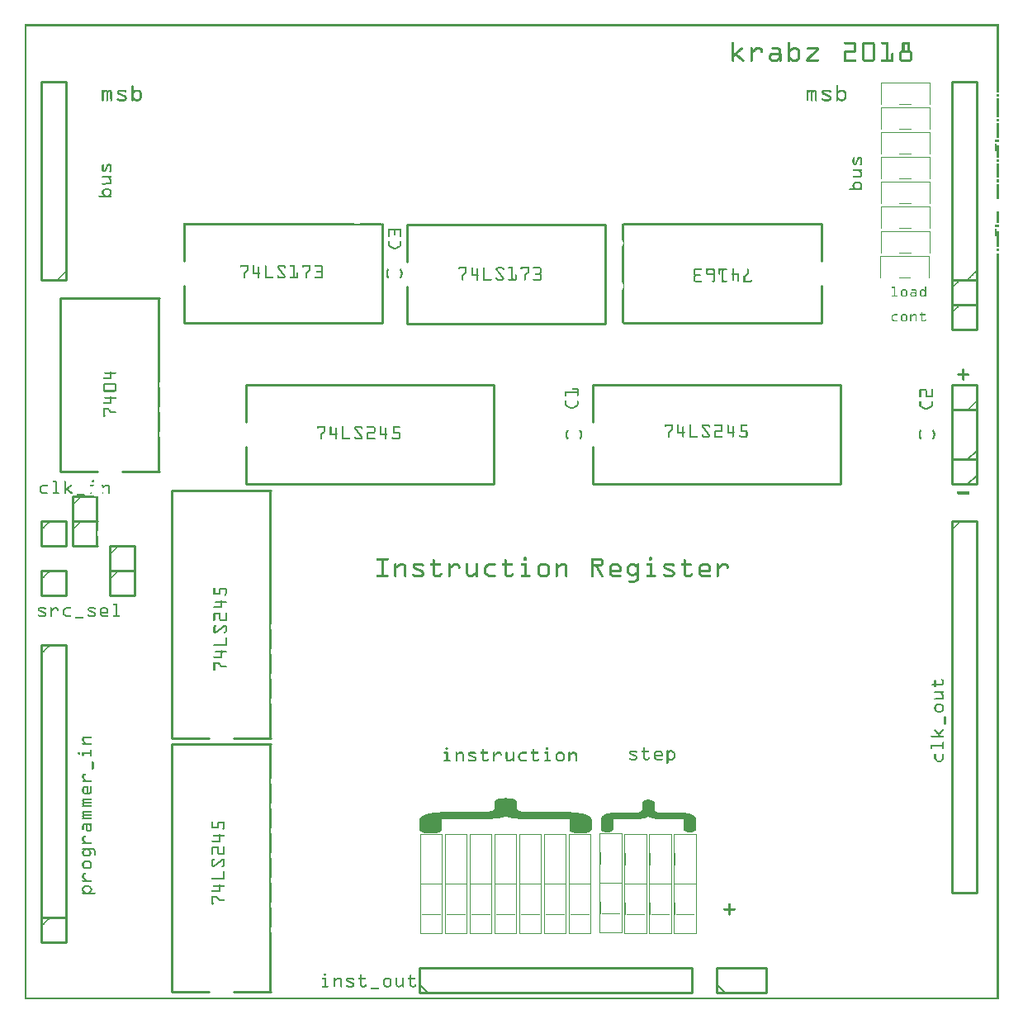
<source format=gto>
G04 MADE WITH FRITZING*
G04 WWW.FRITZING.ORG*
G04 DOUBLE SIDED*
G04 HOLES PLATED*
G04 CONTOUR ON CENTER OF CONTOUR VECTOR*
%ASAXBY*%
%FSLAX23Y23*%
%MOIN*%
%OFA0B0*%
%SFA1.0B1.0*%
%ADD10C,0.010000*%
%ADD11C,0.005000*%
%ADD12R,0.001000X0.001000*%
%LNSILK1*%
G90*
G70*
G54D10*
X69Y1431D02*
X69Y331D01*
D02*
X69Y331D02*
X169Y331D01*
D02*
X169Y331D02*
X169Y1431D01*
D02*
X169Y1431D02*
X69Y1431D01*
D02*
X69Y331D02*
X69Y231D01*
D02*
X69Y231D02*
X169Y231D01*
D02*
X169Y231D02*
X169Y331D01*
D02*
X169Y331D02*
X69Y331D01*
D02*
X3844Y2081D02*
X3844Y2181D01*
D02*
X3844Y2181D02*
X3744Y2181D01*
D02*
X3744Y2181D02*
X3744Y2081D01*
D02*
X3744Y2081D02*
X3844Y2081D01*
G54D11*
D02*
X3844Y2116D02*
X3809Y2081D01*
G54D10*
D02*
X3844Y2381D02*
X3844Y2481D01*
D02*
X3844Y2481D02*
X3744Y2481D01*
D02*
X3744Y2481D02*
X3744Y2381D01*
D02*
X3744Y2381D02*
X3844Y2381D01*
D02*
X3844Y2181D02*
X3844Y2381D01*
D02*
X3844Y2381D02*
X3744Y2381D01*
D02*
X3744Y2381D02*
X3744Y2181D01*
D02*
X3744Y2181D02*
X3844Y2181D01*
G54D11*
D02*
X3844Y2216D02*
X3809Y2181D01*
G54D10*
D02*
X2794Y28D02*
X2994Y28D01*
D02*
X2994Y28D02*
X2994Y128D01*
D02*
X2994Y128D02*
X2794Y128D01*
D02*
X2794Y128D02*
X2794Y28D01*
G54D11*
D02*
X2829Y28D02*
X2794Y63D01*
G54D10*
D02*
X2294Y2081D02*
X3294Y2081D01*
D02*
X3294Y2081D02*
X3294Y2481D01*
D02*
X3294Y2481D02*
X2294Y2481D01*
D02*
X2294Y2081D02*
X2294Y2231D01*
D02*
X2294Y2331D02*
X2294Y2481D01*
D02*
X893Y2083D02*
X1893Y2083D01*
D02*
X1893Y2083D02*
X1893Y2483D01*
D02*
X1893Y2483D02*
X893Y2483D01*
D02*
X893Y2083D02*
X893Y2233D01*
D02*
X893Y2333D02*
X893Y2483D01*
D02*
X994Y1031D02*
X594Y1031D01*
D02*
X594Y1031D02*
X594Y31D01*
D02*
X994Y31D02*
X844Y31D01*
D02*
X744Y31D02*
X594Y31D01*
D02*
X994Y2056D02*
X594Y2056D01*
D02*
X594Y2056D02*
X594Y1056D01*
D02*
X994Y1056D02*
X844Y1056D01*
D02*
X744Y1056D02*
X594Y1056D01*
D02*
X1594Y28D02*
X2694Y28D01*
D02*
X2694Y28D02*
X2694Y128D01*
D02*
X2694Y128D02*
X1594Y128D01*
D02*
X1594Y128D02*
X1594Y28D01*
G54D11*
D02*
X1629Y28D02*
X1594Y63D01*
G54D10*
D02*
X3744Y1931D02*
X3744Y431D01*
D02*
X3744Y431D02*
X3844Y431D01*
D02*
X3844Y431D02*
X3844Y1931D01*
D02*
X3844Y1931D02*
X3744Y1931D01*
D02*
X69Y1931D02*
X69Y1831D01*
D02*
X69Y1831D02*
X169Y1831D01*
D02*
X169Y1831D02*
X169Y1931D01*
D02*
X169Y1931D02*
X69Y1931D01*
D02*
X3744Y2806D02*
X3744Y2706D01*
D02*
X3744Y2706D02*
X3844Y2706D01*
D02*
X3844Y2706D02*
X3844Y2806D01*
D02*
X3844Y2806D02*
X3744Y2806D01*
D02*
X3744Y2906D02*
X3744Y2806D01*
D02*
X3744Y2806D02*
X3844Y2806D01*
D02*
X3844Y2806D02*
X3844Y2906D01*
D02*
X3844Y2906D02*
X3744Y2906D01*
D02*
X3219Y3131D02*
X2419Y3131D01*
D02*
X2419Y2731D02*
X3219Y2731D01*
D02*
X3219Y3131D02*
X3219Y2981D01*
D02*
X3219Y2881D02*
X3219Y2731D01*
D02*
X644Y2731D02*
X1444Y2731D01*
D02*
X1444Y2731D02*
X1444Y3131D01*
D02*
X644Y2731D02*
X644Y2881D01*
D02*
X644Y2981D02*
X644Y3131D01*
D02*
X1543Y2728D02*
X2343Y2728D01*
D02*
X2343Y2728D02*
X2343Y3128D01*
D02*
X2343Y3128D02*
X1543Y3128D01*
D02*
X1543Y2728D02*
X1543Y2878D01*
D02*
X1543Y2978D02*
X1543Y3128D01*
D02*
X169Y2906D02*
X169Y3706D01*
D02*
X169Y3706D02*
X69Y3706D01*
D02*
X69Y3706D02*
X69Y2906D01*
D02*
X69Y2906D02*
X169Y2906D01*
D02*
X3844Y2906D02*
X3844Y3706D01*
D02*
X3844Y3706D02*
X3744Y3706D01*
D02*
X3744Y3706D02*
X3744Y2906D01*
D02*
X3744Y2906D02*
X3844Y2906D01*
D02*
X194Y2031D02*
X194Y1931D01*
D02*
X194Y1931D02*
X294Y1931D01*
D02*
X194Y1931D02*
X194Y1831D01*
D02*
X194Y1831D02*
X294Y1831D01*
D02*
X294Y1931D02*
X194Y1931D01*
D02*
X344Y1831D02*
X344Y1731D01*
D02*
X344Y1731D02*
X444Y1731D01*
D02*
X444Y1731D02*
X444Y1831D01*
D02*
X444Y1831D02*
X344Y1831D01*
D02*
X344Y1731D02*
X344Y1631D01*
D02*
X344Y1631D02*
X444Y1631D01*
D02*
X444Y1631D02*
X444Y1731D01*
D02*
X444Y1731D02*
X344Y1731D01*
D02*
X69Y1731D02*
X69Y1631D01*
D02*
X69Y1631D02*
X169Y1631D01*
D02*
X169Y1631D02*
X169Y1731D01*
D02*
X169Y1731D02*
X69Y1731D01*
D02*
X544Y2831D02*
X144Y2831D01*
D02*
X144Y2831D02*
X144Y2131D01*
D02*
X544Y2131D02*
X394Y2131D01*
D02*
X294Y2131D02*
X144Y2131D01*
G54D12*
X0Y3937D02*
X3933Y3937D01*
X0Y3936D02*
X3933Y3936D01*
X0Y3935D02*
X3933Y3935D01*
X0Y3934D02*
X3933Y3934D01*
X0Y3933D02*
X3933Y3933D01*
X0Y3932D02*
X3933Y3932D01*
X0Y3931D02*
X3933Y3931D01*
X0Y3930D02*
X3933Y3930D01*
X0Y3929D02*
X7Y3929D01*
X3926Y3929D02*
X3933Y3929D01*
X0Y3928D02*
X7Y3928D01*
X3926Y3928D02*
X3933Y3928D01*
X0Y3927D02*
X7Y3927D01*
X3926Y3927D02*
X3933Y3927D01*
X0Y3926D02*
X7Y3926D01*
X3926Y3926D02*
X3933Y3926D01*
X0Y3925D02*
X7Y3925D01*
X3926Y3925D02*
X3933Y3925D01*
X0Y3924D02*
X7Y3924D01*
X3926Y3924D02*
X3933Y3924D01*
X0Y3923D02*
X7Y3923D01*
X3926Y3923D02*
X3933Y3923D01*
X0Y3922D02*
X7Y3922D01*
X3926Y3922D02*
X3933Y3922D01*
X0Y3921D02*
X7Y3921D01*
X3926Y3921D02*
X3933Y3921D01*
X0Y3920D02*
X7Y3920D01*
X3926Y3920D02*
X3933Y3920D01*
X0Y3919D02*
X7Y3919D01*
X3926Y3919D02*
X3933Y3919D01*
X0Y3918D02*
X7Y3918D01*
X3926Y3918D02*
X3933Y3918D01*
X0Y3917D02*
X7Y3917D01*
X3926Y3917D02*
X3933Y3917D01*
X0Y3916D02*
X7Y3916D01*
X3926Y3916D02*
X3933Y3916D01*
X0Y3915D02*
X7Y3915D01*
X3926Y3915D02*
X3933Y3915D01*
X0Y3914D02*
X7Y3914D01*
X3926Y3914D02*
X3933Y3914D01*
X0Y3913D02*
X7Y3913D01*
X3926Y3913D02*
X3933Y3913D01*
X0Y3912D02*
X7Y3912D01*
X3926Y3912D02*
X3933Y3912D01*
X0Y3911D02*
X7Y3911D01*
X3926Y3911D02*
X3933Y3911D01*
X0Y3910D02*
X7Y3910D01*
X3926Y3910D02*
X3933Y3910D01*
X0Y3909D02*
X7Y3909D01*
X3926Y3909D02*
X3933Y3909D01*
X0Y3908D02*
X7Y3908D01*
X3926Y3908D02*
X3933Y3908D01*
X0Y3907D02*
X7Y3907D01*
X3926Y3907D02*
X3933Y3907D01*
X0Y3906D02*
X7Y3906D01*
X3926Y3906D02*
X3933Y3906D01*
X0Y3905D02*
X7Y3905D01*
X3926Y3905D02*
X3933Y3905D01*
X0Y3904D02*
X7Y3904D01*
X3926Y3904D02*
X3933Y3904D01*
X0Y3903D02*
X7Y3903D01*
X3926Y3903D02*
X3933Y3903D01*
X0Y3902D02*
X7Y3902D01*
X3926Y3902D02*
X3933Y3902D01*
X0Y3901D02*
X7Y3901D01*
X3926Y3901D02*
X3933Y3901D01*
X0Y3900D02*
X7Y3900D01*
X3926Y3900D02*
X3933Y3900D01*
X0Y3899D02*
X7Y3899D01*
X3926Y3899D02*
X3933Y3899D01*
X0Y3898D02*
X7Y3898D01*
X3926Y3898D02*
X3933Y3898D01*
X0Y3897D02*
X7Y3897D01*
X3926Y3897D02*
X3933Y3897D01*
X0Y3896D02*
X7Y3896D01*
X3926Y3896D02*
X3933Y3896D01*
X0Y3895D02*
X7Y3895D01*
X3926Y3895D02*
X3933Y3895D01*
X0Y3894D02*
X7Y3894D01*
X3926Y3894D02*
X3933Y3894D01*
X0Y3893D02*
X7Y3893D01*
X3926Y3893D02*
X3933Y3893D01*
X0Y3892D02*
X7Y3892D01*
X3926Y3892D02*
X3933Y3892D01*
X0Y3891D02*
X7Y3891D01*
X3926Y3891D02*
X3933Y3891D01*
X0Y3890D02*
X7Y3890D01*
X3926Y3890D02*
X3933Y3890D01*
X0Y3889D02*
X7Y3889D01*
X3926Y3889D02*
X3933Y3889D01*
X0Y3888D02*
X7Y3888D01*
X3926Y3888D02*
X3933Y3888D01*
X0Y3887D02*
X7Y3887D01*
X3926Y3887D02*
X3933Y3887D01*
X0Y3886D02*
X7Y3886D01*
X3926Y3886D02*
X3933Y3886D01*
X0Y3885D02*
X7Y3885D01*
X3926Y3885D02*
X3933Y3885D01*
X0Y3884D02*
X7Y3884D01*
X3926Y3884D02*
X3933Y3884D01*
X0Y3883D02*
X7Y3883D01*
X3926Y3883D02*
X3933Y3883D01*
X0Y3882D02*
X7Y3882D01*
X3926Y3882D02*
X3933Y3882D01*
X0Y3881D02*
X7Y3881D01*
X3926Y3881D02*
X3933Y3881D01*
X0Y3880D02*
X7Y3880D01*
X3926Y3880D02*
X3933Y3880D01*
X0Y3879D02*
X7Y3879D01*
X3926Y3879D02*
X3933Y3879D01*
X0Y3878D02*
X7Y3878D01*
X3926Y3878D02*
X3933Y3878D01*
X0Y3877D02*
X7Y3877D01*
X3926Y3877D02*
X3933Y3877D01*
X0Y3876D02*
X7Y3876D01*
X3926Y3876D02*
X3933Y3876D01*
X0Y3875D02*
X7Y3875D01*
X3926Y3875D02*
X3933Y3875D01*
X0Y3874D02*
X7Y3874D01*
X3926Y3874D02*
X3933Y3874D01*
X0Y3873D02*
X7Y3873D01*
X3926Y3873D02*
X3933Y3873D01*
X0Y3872D02*
X7Y3872D01*
X3926Y3872D02*
X3933Y3872D01*
X0Y3871D02*
X7Y3871D01*
X3926Y3871D02*
X3933Y3871D01*
X0Y3870D02*
X7Y3870D01*
X3926Y3870D02*
X3933Y3870D01*
X0Y3869D02*
X7Y3869D01*
X3926Y3869D02*
X3933Y3869D01*
X0Y3868D02*
X7Y3868D01*
X3926Y3868D02*
X3933Y3868D01*
X0Y3867D02*
X7Y3867D01*
X3926Y3867D02*
X3933Y3867D01*
X0Y3866D02*
X7Y3866D01*
X2858Y3866D02*
X2862Y3866D01*
X3083Y3866D02*
X3088Y3866D01*
X3309Y3866D02*
X3351Y3866D01*
X3389Y3866D02*
X3427Y3866D01*
X3460Y3866D02*
X3488Y3866D01*
X3546Y3866D02*
X3571Y3866D01*
X3926Y3866D02*
X3933Y3866D01*
X0Y3865D02*
X7Y3865D01*
X2856Y3865D02*
X2863Y3865D01*
X3082Y3865D02*
X3089Y3865D01*
X3308Y3865D02*
X3353Y3865D01*
X3387Y3865D02*
X3428Y3865D01*
X3459Y3865D02*
X3488Y3865D01*
X3544Y3865D02*
X3572Y3865D01*
X3926Y3865D02*
X3933Y3865D01*
X0Y3864D02*
X7Y3864D01*
X2856Y3864D02*
X2864Y3864D01*
X3082Y3864D02*
X3090Y3864D01*
X3307Y3864D02*
X3354Y3864D01*
X3386Y3864D02*
X3430Y3864D01*
X3458Y3864D02*
X3488Y3864D01*
X3544Y3864D02*
X3573Y3864D01*
X3926Y3864D02*
X3933Y3864D01*
X0Y3863D02*
X7Y3863D01*
X2855Y3863D02*
X2864Y3863D01*
X3081Y3863D02*
X3090Y3863D01*
X3307Y3863D02*
X3355Y3863D01*
X3385Y3863D02*
X3431Y3863D01*
X3458Y3863D02*
X3488Y3863D01*
X3543Y3863D02*
X3573Y3863D01*
X3926Y3863D02*
X3933Y3863D01*
X0Y3862D02*
X7Y3862D01*
X2855Y3862D02*
X2864Y3862D01*
X3081Y3862D02*
X3090Y3862D01*
X3307Y3862D02*
X3356Y3862D01*
X3384Y3862D02*
X3431Y3862D01*
X3458Y3862D02*
X3488Y3862D01*
X3543Y3862D02*
X3573Y3862D01*
X3926Y3862D02*
X3933Y3862D01*
X0Y3861D02*
X7Y3861D01*
X2855Y3861D02*
X2865Y3861D01*
X3081Y3861D02*
X3090Y3861D01*
X3307Y3861D02*
X3357Y3861D01*
X3383Y3861D02*
X3432Y3861D01*
X3458Y3861D02*
X3488Y3861D01*
X3543Y3861D02*
X3573Y3861D01*
X3926Y3861D02*
X3933Y3861D01*
X0Y3860D02*
X7Y3860D01*
X2855Y3860D02*
X2865Y3860D01*
X3081Y3860D02*
X3090Y3860D01*
X3307Y3860D02*
X3357Y3860D01*
X3383Y3860D02*
X3432Y3860D01*
X3458Y3860D02*
X3488Y3860D01*
X3543Y3860D02*
X3573Y3860D01*
X3926Y3860D02*
X3933Y3860D01*
X0Y3859D02*
X7Y3859D01*
X2855Y3859D02*
X2865Y3859D01*
X3081Y3859D02*
X3090Y3859D01*
X3308Y3859D02*
X3357Y3859D01*
X3383Y3859D02*
X3433Y3859D01*
X3458Y3859D02*
X3488Y3859D01*
X3543Y3859D02*
X3573Y3859D01*
X3926Y3859D02*
X3933Y3859D01*
X0Y3858D02*
X7Y3858D01*
X2855Y3858D02*
X2865Y3858D01*
X3081Y3858D02*
X3090Y3858D01*
X3308Y3858D02*
X3358Y3858D01*
X3382Y3858D02*
X3433Y3858D01*
X3459Y3858D02*
X3488Y3858D01*
X3543Y3858D02*
X3573Y3858D01*
X3926Y3858D02*
X3933Y3858D01*
X0Y3857D02*
X7Y3857D01*
X2855Y3857D02*
X2865Y3857D01*
X3081Y3857D02*
X3090Y3857D01*
X3310Y3857D02*
X3358Y3857D01*
X3382Y3857D02*
X3433Y3857D01*
X3460Y3857D02*
X3488Y3857D01*
X3543Y3857D02*
X3573Y3857D01*
X3926Y3857D02*
X3933Y3857D01*
X0Y3856D02*
X7Y3856D01*
X2855Y3856D02*
X2865Y3856D01*
X3081Y3856D02*
X3090Y3856D01*
X3348Y3856D02*
X3358Y3856D01*
X3382Y3856D02*
X3392Y3856D01*
X3423Y3856D02*
X3433Y3856D01*
X3478Y3856D02*
X3488Y3856D01*
X3543Y3856D02*
X3553Y3856D01*
X3564Y3856D02*
X3573Y3856D01*
X3926Y3856D02*
X3933Y3856D01*
X0Y3855D02*
X7Y3855D01*
X2855Y3855D02*
X2865Y3855D01*
X3081Y3855D02*
X3090Y3855D01*
X3348Y3855D02*
X3358Y3855D01*
X3382Y3855D02*
X3392Y3855D01*
X3424Y3855D02*
X3433Y3855D01*
X3478Y3855D02*
X3488Y3855D01*
X3543Y3855D02*
X3553Y3855D01*
X3564Y3855D02*
X3573Y3855D01*
X3926Y3855D02*
X3933Y3855D01*
X0Y3854D02*
X7Y3854D01*
X2855Y3854D02*
X2865Y3854D01*
X3081Y3854D02*
X3090Y3854D01*
X3348Y3854D02*
X3358Y3854D01*
X3382Y3854D02*
X3392Y3854D01*
X3424Y3854D02*
X3433Y3854D01*
X3478Y3854D02*
X3488Y3854D01*
X3543Y3854D02*
X3553Y3854D01*
X3564Y3854D02*
X3573Y3854D01*
X3926Y3854D02*
X3933Y3854D01*
X0Y3853D02*
X7Y3853D01*
X2855Y3853D02*
X2865Y3853D01*
X3081Y3853D02*
X3090Y3853D01*
X3348Y3853D02*
X3358Y3853D01*
X3382Y3853D02*
X3392Y3853D01*
X3424Y3853D02*
X3433Y3853D01*
X3478Y3853D02*
X3488Y3853D01*
X3543Y3853D02*
X3553Y3853D01*
X3564Y3853D02*
X3573Y3853D01*
X3926Y3853D02*
X3933Y3853D01*
X0Y3852D02*
X7Y3852D01*
X2855Y3852D02*
X2865Y3852D01*
X3081Y3852D02*
X3090Y3852D01*
X3348Y3852D02*
X3358Y3852D01*
X3382Y3852D02*
X3392Y3852D01*
X3424Y3852D02*
X3433Y3852D01*
X3478Y3852D02*
X3488Y3852D01*
X3543Y3852D02*
X3553Y3852D01*
X3564Y3852D02*
X3573Y3852D01*
X3926Y3852D02*
X3933Y3852D01*
X0Y3851D02*
X7Y3851D01*
X2855Y3851D02*
X2865Y3851D01*
X3081Y3851D02*
X3090Y3851D01*
X3348Y3851D02*
X3358Y3851D01*
X3382Y3851D02*
X3392Y3851D01*
X3424Y3851D02*
X3433Y3851D01*
X3478Y3851D02*
X3488Y3851D01*
X3543Y3851D02*
X3553Y3851D01*
X3564Y3851D02*
X3573Y3851D01*
X3926Y3851D02*
X3933Y3851D01*
X0Y3850D02*
X7Y3850D01*
X2855Y3850D02*
X2865Y3850D01*
X3081Y3850D02*
X3090Y3850D01*
X3348Y3850D02*
X3358Y3850D01*
X3382Y3850D02*
X3392Y3850D01*
X3424Y3850D02*
X3433Y3850D01*
X3478Y3850D02*
X3488Y3850D01*
X3543Y3850D02*
X3553Y3850D01*
X3564Y3850D02*
X3573Y3850D01*
X3926Y3850D02*
X3933Y3850D01*
X0Y3849D02*
X7Y3849D01*
X2855Y3849D02*
X2865Y3849D01*
X3081Y3849D02*
X3090Y3849D01*
X3348Y3849D02*
X3358Y3849D01*
X3382Y3849D02*
X3392Y3849D01*
X3424Y3849D02*
X3433Y3849D01*
X3478Y3849D02*
X3488Y3849D01*
X3543Y3849D02*
X3553Y3849D01*
X3564Y3849D02*
X3573Y3849D01*
X3926Y3849D02*
X3933Y3849D01*
X0Y3848D02*
X7Y3848D01*
X2855Y3848D02*
X2865Y3848D01*
X3081Y3848D02*
X3090Y3848D01*
X3348Y3848D02*
X3358Y3848D01*
X3382Y3848D02*
X3392Y3848D01*
X3424Y3848D02*
X3433Y3848D01*
X3478Y3848D02*
X3488Y3848D01*
X3543Y3848D02*
X3553Y3848D01*
X3564Y3848D02*
X3573Y3848D01*
X3926Y3848D02*
X3933Y3848D01*
X0Y3847D02*
X7Y3847D01*
X2855Y3847D02*
X2865Y3847D01*
X3081Y3847D02*
X3090Y3847D01*
X3348Y3847D02*
X3358Y3847D01*
X3382Y3847D02*
X3392Y3847D01*
X3424Y3847D02*
X3433Y3847D01*
X3478Y3847D02*
X3488Y3847D01*
X3543Y3847D02*
X3553Y3847D01*
X3564Y3847D02*
X3573Y3847D01*
X3926Y3847D02*
X3933Y3847D01*
X0Y3846D02*
X7Y3846D01*
X2855Y3846D02*
X2865Y3846D01*
X3081Y3846D02*
X3090Y3846D01*
X3348Y3846D02*
X3358Y3846D01*
X3382Y3846D02*
X3392Y3846D01*
X3424Y3846D02*
X3433Y3846D01*
X3478Y3846D02*
X3488Y3846D01*
X3543Y3846D02*
X3553Y3846D01*
X3564Y3846D02*
X3573Y3846D01*
X3926Y3846D02*
X3933Y3846D01*
X0Y3845D02*
X7Y3845D01*
X2855Y3845D02*
X2865Y3845D01*
X3081Y3845D02*
X3090Y3845D01*
X3348Y3845D02*
X3358Y3845D01*
X3382Y3845D02*
X3392Y3845D01*
X3424Y3845D02*
X3433Y3845D01*
X3478Y3845D02*
X3488Y3845D01*
X3543Y3845D02*
X3553Y3845D01*
X3564Y3845D02*
X3573Y3845D01*
X3926Y3845D02*
X3933Y3845D01*
X0Y3844D02*
X7Y3844D01*
X2855Y3844D02*
X2865Y3844D01*
X2894Y3844D02*
X2898Y3844D01*
X2933Y3844D02*
X2937Y3844D01*
X2953Y3844D02*
X2970Y3844D01*
X3019Y3844D02*
X3044Y3844D01*
X3081Y3844D02*
X3090Y3844D01*
X3101Y3844D02*
X3117Y3844D01*
X3161Y3844D02*
X3204Y3844D01*
X3348Y3844D02*
X3358Y3844D01*
X3382Y3844D02*
X3392Y3844D01*
X3424Y3844D02*
X3433Y3844D01*
X3478Y3844D02*
X3488Y3844D01*
X3543Y3844D02*
X3553Y3844D01*
X3564Y3844D02*
X3573Y3844D01*
X3926Y3844D02*
X3933Y3844D01*
X0Y3843D02*
X7Y3843D01*
X2855Y3843D02*
X2865Y3843D01*
X2892Y3843D02*
X2899Y3843D01*
X2932Y3843D02*
X2938Y3843D01*
X2952Y3843D02*
X2973Y3843D01*
X3017Y3843D02*
X3047Y3843D01*
X3081Y3843D02*
X3090Y3843D01*
X3098Y3843D02*
X3120Y3843D01*
X3160Y3843D02*
X3206Y3843D01*
X3348Y3843D02*
X3358Y3843D01*
X3382Y3843D02*
X3392Y3843D01*
X3424Y3843D02*
X3433Y3843D01*
X3478Y3843D02*
X3488Y3843D01*
X3543Y3843D02*
X3553Y3843D01*
X3564Y3843D02*
X3573Y3843D01*
X3926Y3843D02*
X3933Y3843D01*
X0Y3842D02*
X7Y3842D01*
X2855Y3842D02*
X2865Y3842D01*
X2891Y3842D02*
X2900Y3842D01*
X2931Y3842D02*
X2939Y3842D01*
X2951Y3842D02*
X2974Y3842D01*
X3017Y3842D02*
X3048Y3842D01*
X3081Y3842D02*
X3090Y3842D01*
X3097Y3842D02*
X3121Y3842D01*
X3159Y3842D02*
X3206Y3842D01*
X3348Y3842D02*
X3358Y3842D01*
X3382Y3842D02*
X3392Y3842D01*
X3424Y3842D02*
X3433Y3842D01*
X3478Y3842D02*
X3488Y3842D01*
X3543Y3842D02*
X3553Y3842D01*
X3564Y3842D02*
X3573Y3842D01*
X3926Y3842D02*
X3933Y3842D01*
X0Y3841D02*
X7Y3841D01*
X2855Y3841D02*
X2865Y3841D01*
X2890Y3841D02*
X2900Y3841D01*
X2931Y3841D02*
X2940Y3841D01*
X2950Y3841D02*
X2976Y3841D01*
X3016Y3841D02*
X3050Y3841D01*
X3081Y3841D02*
X3090Y3841D01*
X3095Y3841D02*
X3122Y3841D01*
X3159Y3841D02*
X3207Y3841D01*
X3348Y3841D02*
X3358Y3841D01*
X3382Y3841D02*
X3392Y3841D01*
X3424Y3841D02*
X3433Y3841D01*
X3478Y3841D02*
X3488Y3841D01*
X3543Y3841D02*
X3553Y3841D01*
X3564Y3841D02*
X3573Y3841D01*
X3926Y3841D02*
X3933Y3841D01*
X0Y3840D02*
X7Y3840D01*
X2855Y3840D02*
X2865Y3840D01*
X2889Y3840D02*
X2901Y3840D01*
X2930Y3840D02*
X2940Y3840D01*
X2949Y3840D02*
X2977Y3840D01*
X3016Y3840D02*
X3051Y3840D01*
X3081Y3840D02*
X3090Y3840D01*
X3094Y3840D02*
X3124Y3840D01*
X3159Y3840D02*
X3207Y3840D01*
X3348Y3840D02*
X3358Y3840D01*
X3382Y3840D02*
X3392Y3840D01*
X3424Y3840D02*
X3433Y3840D01*
X3478Y3840D02*
X3488Y3840D01*
X3543Y3840D02*
X3553Y3840D01*
X3564Y3840D02*
X3573Y3840D01*
X3926Y3840D02*
X3933Y3840D01*
X0Y3839D02*
X7Y3839D01*
X2855Y3839D02*
X2865Y3839D01*
X2888Y3839D02*
X2901Y3839D01*
X2930Y3839D02*
X2940Y3839D01*
X2947Y3839D02*
X2978Y3839D01*
X3016Y3839D02*
X3052Y3839D01*
X3081Y3839D02*
X3090Y3839D01*
X3093Y3839D02*
X3125Y3839D01*
X3159Y3839D02*
X3207Y3839D01*
X3348Y3839D02*
X3358Y3839D01*
X3382Y3839D02*
X3392Y3839D01*
X3424Y3839D02*
X3433Y3839D01*
X3478Y3839D02*
X3488Y3839D01*
X3543Y3839D02*
X3553Y3839D01*
X3564Y3839D02*
X3573Y3839D01*
X3926Y3839D02*
X3933Y3839D01*
X0Y3838D02*
X7Y3838D01*
X2855Y3838D02*
X2865Y3838D01*
X2887Y3838D02*
X2900Y3838D01*
X2930Y3838D02*
X2940Y3838D01*
X2946Y3838D02*
X2978Y3838D01*
X3016Y3838D02*
X3052Y3838D01*
X3081Y3838D02*
X3126Y3838D01*
X3159Y3838D02*
X3207Y3838D01*
X3348Y3838D02*
X3358Y3838D01*
X3382Y3838D02*
X3392Y3838D01*
X3424Y3838D02*
X3433Y3838D01*
X3478Y3838D02*
X3488Y3838D01*
X3543Y3838D02*
X3553Y3838D01*
X3564Y3838D02*
X3573Y3838D01*
X3926Y3838D02*
X3933Y3838D01*
X0Y3837D02*
X7Y3837D01*
X2855Y3837D02*
X2865Y3837D01*
X2885Y3837D02*
X2900Y3837D01*
X2930Y3837D02*
X2940Y3837D01*
X2945Y3837D02*
X2979Y3837D01*
X3017Y3837D02*
X3053Y3837D01*
X3081Y3837D02*
X3127Y3837D01*
X3159Y3837D02*
X3207Y3837D01*
X3348Y3837D02*
X3358Y3837D01*
X3382Y3837D02*
X3392Y3837D01*
X3424Y3837D02*
X3433Y3837D01*
X3478Y3837D02*
X3488Y3837D01*
X3543Y3837D02*
X3553Y3837D01*
X3564Y3837D02*
X3573Y3837D01*
X3926Y3837D02*
X3933Y3837D01*
X0Y3836D02*
X7Y3836D01*
X2855Y3836D02*
X2865Y3836D01*
X2884Y3836D02*
X2899Y3836D01*
X2930Y3836D02*
X2940Y3836D01*
X2944Y3836D02*
X2980Y3836D01*
X3017Y3836D02*
X3054Y3836D01*
X3081Y3836D02*
X3128Y3836D01*
X3160Y3836D02*
X3207Y3836D01*
X3348Y3836D02*
X3358Y3836D01*
X3382Y3836D02*
X3392Y3836D01*
X3424Y3836D02*
X3433Y3836D01*
X3478Y3836D02*
X3488Y3836D01*
X3543Y3836D02*
X3553Y3836D01*
X3564Y3836D02*
X3573Y3836D01*
X3926Y3836D02*
X3933Y3836D01*
X0Y3835D02*
X7Y3835D01*
X2855Y3835D02*
X2865Y3835D01*
X2883Y3835D02*
X2898Y3835D01*
X2930Y3835D02*
X2940Y3835D01*
X2943Y3835D02*
X2980Y3835D01*
X3019Y3835D02*
X3054Y3835D01*
X3081Y3835D02*
X3129Y3835D01*
X3161Y3835D02*
X3207Y3835D01*
X3348Y3835D02*
X3358Y3835D01*
X3382Y3835D02*
X3392Y3835D01*
X3424Y3835D02*
X3433Y3835D01*
X3478Y3835D02*
X3488Y3835D01*
X3543Y3835D02*
X3553Y3835D01*
X3564Y3835D02*
X3573Y3835D01*
X3926Y3835D02*
X3933Y3835D01*
X0Y3834D02*
X7Y3834D01*
X2855Y3834D02*
X2865Y3834D01*
X2882Y3834D02*
X2897Y3834D01*
X2930Y3834D02*
X2940Y3834D01*
X2942Y3834D02*
X2957Y3834D01*
X2968Y3834D02*
X2980Y3834D01*
X3042Y3834D02*
X3054Y3834D01*
X3081Y3834D02*
X3103Y3834D01*
X3115Y3834D02*
X3129Y3834D01*
X3194Y3834D02*
X3207Y3834D01*
X3348Y3834D02*
X3358Y3834D01*
X3382Y3834D02*
X3392Y3834D01*
X3424Y3834D02*
X3433Y3834D01*
X3478Y3834D02*
X3488Y3834D01*
X3543Y3834D02*
X3553Y3834D01*
X3564Y3834D02*
X3573Y3834D01*
X3926Y3834D02*
X3933Y3834D01*
X0Y3833D02*
X7Y3833D01*
X2855Y3833D02*
X2865Y3833D01*
X2881Y3833D02*
X2896Y3833D01*
X2930Y3833D02*
X2956Y3833D01*
X2970Y3833D02*
X2981Y3833D01*
X3044Y3833D02*
X3055Y3833D01*
X3081Y3833D02*
X3101Y3833D01*
X3117Y3833D02*
X3130Y3833D01*
X3193Y3833D02*
X3207Y3833D01*
X3348Y3833D02*
X3358Y3833D01*
X3382Y3833D02*
X3392Y3833D01*
X3424Y3833D02*
X3433Y3833D01*
X3478Y3833D02*
X3488Y3833D01*
X3543Y3833D02*
X3553Y3833D01*
X3564Y3833D02*
X3573Y3833D01*
X3926Y3833D02*
X3933Y3833D01*
X0Y3832D02*
X7Y3832D01*
X2855Y3832D02*
X2865Y3832D01*
X2879Y3832D02*
X2895Y3832D01*
X2930Y3832D02*
X2954Y3832D01*
X2971Y3832D02*
X2981Y3832D01*
X3045Y3832D02*
X3055Y3832D01*
X3081Y3832D02*
X3100Y3832D01*
X3118Y3832D02*
X3131Y3832D01*
X3192Y3832D02*
X3206Y3832D01*
X3348Y3832D02*
X3358Y3832D01*
X3382Y3832D02*
X3392Y3832D01*
X3424Y3832D02*
X3433Y3832D01*
X3478Y3832D02*
X3488Y3832D01*
X3543Y3832D02*
X3553Y3832D01*
X3564Y3832D02*
X3573Y3832D01*
X3926Y3832D02*
X3933Y3832D01*
X0Y3831D02*
X7Y3831D01*
X2855Y3831D02*
X2865Y3831D01*
X2878Y3831D02*
X2894Y3831D01*
X2930Y3831D02*
X2953Y3831D01*
X2971Y3831D02*
X2981Y3831D01*
X3045Y3831D02*
X3055Y3831D01*
X3081Y3831D02*
X3099Y3831D01*
X3119Y3831D02*
X3131Y3831D01*
X3191Y3831D02*
X3205Y3831D01*
X3314Y3831D02*
X3358Y3831D01*
X3382Y3831D02*
X3392Y3831D01*
X3424Y3831D02*
X3433Y3831D01*
X3478Y3831D02*
X3488Y3831D01*
X3540Y3831D02*
X3576Y3831D01*
X3926Y3831D02*
X3933Y3831D01*
X0Y3830D02*
X7Y3830D01*
X2855Y3830D02*
X2865Y3830D01*
X2877Y3830D02*
X2892Y3830D01*
X2930Y3830D02*
X2952Y3830D01*
X2972Y3830D02*
X2981Y3830D01*
X3045Y3830D02*
X3055Y3830D01*
X3081Y3830D02*
X3098Y3830D01*
X3120Y3830D02*
X3131Y3830D01*
X3190Y3830D02*
X3204Y3830D01*
X3312Y3830D02*
X3358Y3830D01*
X3382Y3830D02*
X3392Y3830D01*
X3424Y3830D02*
X3433Y3830D01*
X3478Y3830D02*
X3488Y3830D01*
X3538Y3830D02*
X3578Y3830D01*
X3926Y3830D02*
X3933Y3830D01*
X0Y3829D02*
X7Y3829D01*
X2855Y3829D02*
X2865Y3829D01*
X2876Y3829D02*
X2891Y3829D01*
X2930Y3829D02*
X2951Y3829D01*
X2972Y3829D02*
X2981Y3829D01*
X3046Y3829D02*
X3055Y3829D01*
X3081Y3829D02*
X3097Y3829D01*
X3121Y3829D02*
X3132Y3829D01*
X3189Y3829D02*
X3203Y3829D01*
X3311Y3829D02*
X3357Y3829D01*
X3382Y3829D02*
X3392Y3829D01*
X3424Y3829D02*
X3433Y3829D01*
X3478Y3829D02*
X3488Y3829D01*
X3537Y3829D02*
X3580Y3829D01*
X3926Y3829D02*
X3933Y3829D01*
X0Y3828D02*
X7Y3828D01*
X2855Y3828D02*
X2865Y3828D01*
X2875Y3828D02*
X2890Y3828D01*
X2930Y3828D02*
X2950Y3828D01*
X2972Y3828D02*
X2981Y3828D01*
X3046Y3828D02*
X3055Y3828D01*
X3081Y3828D02*
X3095Y3828D01*
X3122Y3828D02*
X3132Y3828D01*
X3188Y3828D02*
X3202Y3828D01*
X3310Y3828D02*
X3357Y3828D01*
X3382Y3828D02*
X3392Y3828D01*
X3424Y3828D02*
X3433Y3828D01*
X3478Y3828D02*
X3488Y3828D01*
X3535Y3828D02*
X3581Y3828D01*
X3926Y3828D02*
X3933Y3828D01*
X0Y3827D02*
X7Y3827D01*
X2855Y3827D02*
X2865Y3827D01*
X2874Y3827D02*
X2889Y3827D01*
X2930Y3827D02*
X2949Y3827D01*
X2972Y3827D02*
X2981Y3827D01*
X3046Y3827D02*
X3055Y3827D01*
X3081Y3827D02*
X3094Y3827D01*
X3122Y3827D02*
X3132Y3827D01*
X3187Y3827D02*
X3201Y3827D01*
X3309Y3827D02*
X3357Y3827D01*
X3382Y3827D02*
X3392Y3827D01*
X3424Y3827D02*
X3433Y3827D01*
X3478Y3827D02*
X3488Y3827D01*
X3535Y3827D02*
X3582Y3827D01*
X3926Y3827D02*
X3933Y3827D01*
X0Y3826D02*
X7Y3826D01*
X2855Y3826D02*
X2865Y3826D01*
X2872Y3826D02*
X2888Y3826D01*
X2930Y3826D02*
X2948Y3826D01*
X2972Y3826D02*
X2981Y3826D01*
X3046Y3826D02*
X3055Y3826D01*
X3081Y3826D02*
X3093Y3826D01*
X3122Y3826D02*
X3132Y3826D01*
X3186Y3826D02*
X3200Y3826D01*
X3308Y3826D02*
X3356Y3826D01*
X3382Y3826D02*
X3392Y3826D01*
X3424Y3826D02*
X3433Y3826D01*
X3478Y3826D02*
X3488Y3826D01*
X3534Y3826D02*
X3582Y3826D01*
X3926Y3826D02*
X3933Y3826D01*
X0Y3825D02*
X7Y3825D01*
X2855Y3825D02*
X2865Y3825D01*
X2871Y3825D02*
X2887Y3825D01*
X2930Y3825D02*
X2946Y3825D01*
X2972Y3825D02*
X2981Y3825D01*
X3046Y3825D02*
X3055Y3825D01*
X3081Y3825D02*
X3092Y3825D01*
X3122Y3825D02*
X3132Y3825D01*
X3185Y3825D02*
X3199Y3825D01*
X3308Y3825D02*
X3355Y3825D01*
X3382Y3825D02*
X3392Y3825D01*
X3424Y3825D02*
X3433Y3825D01*
X3478Y3825D02*
X3488Y3825D01*
X3534Y3825D02*
X3583Y3825D01*
X3926Y3825D02*
X3933Y3825D01*
X0Y3824D02*
X7Y3824D01*
X2855Y3824D02*
X2865Y3824D01*
X2870Y3824D02*
X2885Y3824D01*
X2930Y3824D02*
X2945Y3824D01*
X2972Y3824D02*
X2981Y3824D01*
X3046Y3824D02*
X3055Y3824D01*
X3081Y3824D02*
X3091Y3824D01*
X3122Y3824D02*
X3132Y3824D01*
X3184Y3824D02*
X3198Y3824D01*
X3307Y3824D02*
X3354Y3824D01*
X3382Y3824D02*
X3392Y3824D01*
X3424Y3824D02*
X3433Y3824D01*
X3478Y3824D02*
X3488Y3824D01*
X3533Y3824D02*
X3583Y3824D01*
X3926Y3824D02*
X3933Y3824D01*
X0Y3823D02*
X7Y3823D01*
X2855Y3823D02*
X2865Y3823D01*
X2869Y3823D02*
X2884Y3823D01*
X2930Y3823D02*
X2944Y3823D01*
X2973Y3823D02*
X2980Y3823D01*
X3046Y3823D02*
X3055Y3823D01*
X3081Y3823D02*
X3091Y3823D01*
X3122Y3823D02*
X3132Y3823D01*
X3183Y3823D02*
X3197Y3823D01*
X3307Y3823D02*
X3353Y3823D01*
X3382Y3823D02*
X3392Y3823D01*
X3424Y3823D02*
X3433Y3823D01*
X3478Y3823D02*
X3488Y3823D01*
X3533Y3823D02*
X3583Y3823D01*
X3926Y3823D02*
X3933Y3823D01*
X0Y3822D02*
X7Y3822D01*
X2855Y3822D02*
X2865Y3822D01*
X2868Y3822D02*
X2883Y3822D01*
X2930Y3822D02*
X2943Y3822D01*
X2974Y3822D02*
X2979Y3822D01*
X3017Y3822D02*
X3055Y3822D01*
X3081Y3822D02*
X3091Y3822D01*
X3122Y3822D02*
X3132Y3822D01*
X3182Y3822D02*
X3196Y3822D01*
X3307Y3822D02*
X3352Y3822D01*
X3382Y3822D02*
X3392Y3822D01*
X3424Y3822D02*
X3433Y3822D01*
X3478Y3822D02*
X3488Y3822D01*
X3502Y3822D02*
X3506Y3822D01*
X3533Y3822D02*
X3584Y3822D01*
X3926Y3822D02*
X3933Y3822D01*
X0Y3821D02*
X7Y3821D01*
X2855Y3821D02*
X2865Y3821D01*
X2867Y3821D02*
X2882Y3821D01*
X2930Y3821D02*
X2942Y3821D01*
X3014Y3821D02*
X3055Y3821D01*
X3081Y3821D02*
X3090Y3821D01*
X3122Y3821D02*
X3132Y3821D01*
X3181Y3821D02*
X3195Y3821D01*
X3307Y3821D02*
X3317Y3821D01*
X3382Y3821D02*
X3392Y3821D01*
X3424Y3821D02*
X3433Y3821D01*
X3478Y3821D02*
X3488Y3821D01*
X3500Y3821D02*
X3507Y3821D01*
X3533Y3821D02*
X3543Y3821D01*
X3574Y3821D02*
X3584Y3821D01*
X3926Y3821D02*
X3933Y3821D01*
X0Y3820D02*
X7Y3820D01*
X2855Y3820D02*
X2881Y3820D01*
X2930Y3820D02*
X2941Y3820D01*
X3012Y3820D02*
X3055Y3820D01*
X3081Y3820D02*
X3090Y3820D01*
X3122Y3820D02*
X3132Y3820D01*
X3180Y3820D02*
X3194Y3820D01*
X3307Y3820D02*
X3316Y3820D01*
X3382Y3820D02*
X3392Y3820D01*
X3424Y3820D02*
X3433Y3820D01*
X3478Y3820D02*
X3488Y3820D01*
X3500Y3820D02*
X3508Y3820D01*
X3533Y3820D02*
X3542Y3820D01*
X3574Y3820D02*
X3584Y3820D01*
X3926Y3820D02*
X3933Y3820D01*
X0Y3819D02*
X7Y3819D01*
X2855Y3819D02*
X2880Y3819D01*
X2930Y3819D02*
X2940Y3819D01*
X3011Y3819D02*
X3056Y3819D01*
X3081Y3819D02*
X3090Y3819D01*
X3122Y3819D02*
X3132Y3819D01*
X3179Y3819D02*
X3193Y3819D01*
X3307Y3819D02*
X3316Y3819D01*
X3382Y3819D02*
X3392Y3819D01*
X3424Y3819D02*
X3433Y3819D01*
X3478Y3819D02*
X3488Y3819D01*
X3499Y3819D02*
X3508Y3819D01*
X3533Y3819D02*
X3542Y3819D01*
X3574Y3819D02*
X3584Y3819D01*
X3926Y3819D02*
X3933Y3819D01*
X0Y3818D02*
X7Y3818D01*
X2855Y3818D02*
X2878Y3818D01*
X2930Y3818D02*
X2940Y3818D01*
X3010Y3818D02*
X3056Y3818D01*
X3081Y3818D02*
X3090Y3818D01*
X3122Y3818D02*
X3132Y3818D01*
X3178Y3818D02*
X3192Y3818D01*
X3307Y3818D02*
X3316Y3818D01*
X3382Y3818D02*
X3392Y3818D01*
X3424Y3818D02*
X3433Y3818D01*
X3478Y3818D02*
X3488Y3818D01*
X3499Y3818D02*
X3508Y3818D01*
X3533Y3818D02*
X3542Y3818D01*
X3574Y3818D02*
X3584Y3818D01*
X3926Y3818D02*
X3933Y3818D01*
X0Y3817D02*
X7Y3817D01*
X2855Y3817D02*
X2878Y3817D01*
X2930Y3817D02*
X2940Y3817D01*
X3009Y3817D02*
X3056Y3817D01*
X3081Y3817D02*
X3090Y3817D01*
X3122Y3817D02*
X3132Y3817D01*
X3176Y3817D02*
X3191Y3817D01*
X3307Y3817D02*
X3316Y3817D01*
X3382Y3817D02*
X3392Y3817D01*
X3424Y3817D02*
X3433Y3817D01*
X3478Y3817D02*
X3488Y3817D01*
X3499Y3817D02*
X3508Y3817D01*
X3533Y3817D02*
X3542Y3817D01*
X3574Y3817D02*
X3584Y3817D01*
X3926Y3817D02*
X3933Y3817D01*
X0Y3816D02*
X7Y3816D01*
X2855Y3816D02*
X2879Y3816D01*
X2930Y3816D02*
X2940Y3816D01*
X3008Y3816D02*
X3056Y3816D01*
X3081Y3816D02*
X3090Y3816D01*
X3122Y3816D02*
X3132Y3816D01*
X3175Y3816D02*
X3190Y3816D01*
X3307Y3816D02*
X3316Y3816D01*
X3382Y3816D02*
X3392Y3816D01*
X3424Y3816D02*
X3433Y3816D01*
X3478Y3816D02*
X3488Y3816D01*
X3499Y3816D02*
X3508Y3816D01*
X3533Y3816D02*
X3542Y3816D01*
X3574Y3816D02*
X3584Y3816D01*
X3926Y3816D02*
X3933Y3816D01*
X0Y3815D02*
X7Y3815D01*
X2855Y3815D02*
X2880Y3815D01*
X2930Y3815D02*
X2940Y3815D01*
X3008Y3815D02*
X3056Y3815D01*
X3081Y3815D02*
X3090Y3815D01*
X3122Y3815D02*
X3132Y3815D01*
X3174Y3815D02*
X3189Y3815D01*
X3307Y3815D02*
X3316Y3815D01*
X3382Y3815D02*
X3392Y3815D01*
X3424Y3815D02*
X3433Y3815D01*
X3478Y3815D02*
X3488Y3815D01*
X3499Y3815D02*
X3508Y3815D01*
X3533Y3815D02*
X3542Y3815D01*
X3574Y3815D02*
X3584Y3815D01*
X3926Y3815D02*
X3933Y3815D01*
X0Y3814D02*
X7Y3814D01*
X2855Y3814D02*
X2882Y3814D01*
X2930Y3814D02*
X2940Y3814D01*
X3007Y3814D02*
X3056Y3814D01*
X3081Y3814D02*
X3090Y3814D01*
X3122Y3814D02*
X3132Y3814D01*
X3173Y3814D02*
X3187Y3814D01*
X3307Y3814D02*
X3316Y3814D01*
X3382Y3814D02*
X3392Y3814D01*
X3424Y3814D02*
X3433Y3814D01*
X3478Y3814D02*
X3488Y3814D01*
X3499Y3814D02*
X3508Y3814D01*
X3533Y3814D02*
X3542Y3814D01*
X3574Y3814D02*
X3584Y3814D01*
X3926Y3814D02*
X3933Y3814D01*
X0Y3813D02*
X7Y3813D01*
X2855Y3813D02*
X2883Y3813D01*
X2930Y3813D02*
X2940Y3813D01*
X3007Y3813D02*
X3056Y3813D01*
X3081Y3813D02*
X3090Y3813D01*
X3122Y3813D02*
X3132Y3813D01*
X3172Y3813D02*
X3186Y3813D01*
X3307Y3813D02*
X3316Y3813D01*
X3382Y3813D02*
X3392Y3813D01*
X3424Y3813D02*
X3433Y3813D01*
X3478Y3813D02*
X3488Y3813D01*
X3499Y3813D02*
X3508Y3813D01*
X3533Y3813D02*
X3542Y3813D01*
X3574Y3813D02*
X3584Y3813D01*
X3926Y3813D02*
X3933Y3813D01*
X0Y3812D02*
X7Y3812D01*
X2855Y3812D02*
X2884Y3812D01*
X2930Y3812D02*
X2940Y3812D01*
X3006Y3812D02*
X3019Y3812D01*
X3042Y3812D02*
X3056Y3812D01*
X3081Y3812D02*
X3090Y3812D01*
X3122Y3812D02*
X3132Y3812D01*
X3171Y3812D02*
X3185Y3812D01*
X3307Y3812D02*
X3316Y3812D01*
X3382Y3812D02*
X3392Y3812D01*
X3424Y3812D02*
X3433Y3812D01*
X3478Y3812D02*
X3488Y3812D01*
X3499Y3812D02*
X3508Y3812D01*
X3533Y3812D02*
X3542Y3812D01*
X3574Y3812D02*
X3584Y3812D01*
X3926Y3812D02*
X3933Y3812D01*
X0Y3811D02*
X7Y3811D01*
X2855Y3811D02*
X2885Y3811D01*
X2930Y3811D02*
X2940Y3811D01*
X3006Y3811D02*
X3017Y3811D01*
X3044Y3811D02*
X3056Y3811D01*
X3081Y3811D02*
X3090Y3811D01*
X3122Y3811D02*
X3132Y3811D01*
X3170Y3811D02*
X3184Y3811D01*
X3307Y3811D02*
X3316Y3811D01*
X3382Y3811D02*
X3392Y3811D01*
X3424Y3811D02*
X3433Y3811D01*
X3478Y3811D02*
X3488Y3811D01*
X3499Y3811D02*
X3508Y3811D01*
X3533Y3811D02*
X3542Y3811D01*
X3574Y3811D02*
X3584Y3811D01*
X3926Y3811D02*
X3933Y3811D01*
X0Y3810D02*
X7Y3810D01*
X2855Y3810D02*
X2869Y3810D01*
X2871Y3810D02*
X2886Y3810D01*
X2930Y3810D02*
X2940Y3810D01*
X3006Y3810D02*
X3016Y3810D01*
X3045Y3810D02*
X3056Y3810D01*
X3081Y3810D02*
X3090Y3810D01*
X3122Y3810D02*
X3132Y3810D01*
X3169Y3810D02*
X3183Y3810D01*
X3307Y3810D02*
X3316Y3810D01*
X3382Y3810D02*
X3392Y3810D01*
X3424Y3810D02*
X3433Y3810D01*
X3478Y3810D02*
X3488Y3810D01*
X3499Y3810D02*
X3508Y3810D01*
X3533Y3810D02*
X3542Y3810D01*
X3574Y3810D02*
X3584Y3810D01*
X3926Y3810D02*
X3933Y3810D01*
X0Y3809D02*
X7Y3809D01*
X2855Y3809D02*
X2868Y3809D01*
X2872Y3809D02*
X2888Y3809D01*
X2930Y3809D02*
X2940Y3809D01*
X3006Y3809D02*
X3016Y3809D01*
X3046Y3809D02*
X3056Y3809D01*
X3081Y3809D02*
X3090Y3809D01*
X3122Y3809D02*
X3132Y3809D01*
X3168Y3809D02*
X3182Y3809D01*
X3307Y3809D02*
X3316Y3809D01*
X3382Y3809D02*
X3392Y3809D01*
X3424Y3809D02*
X3433Y3809D01*
X3478Y3809D02*
X3488Y3809D01*
X3499Y3809D02*
X3508Y3809D01*
X3533Y3809D02*
X3542Y3809D01*
X3574Y3809D02*
X3584Y3809D01*
X3926Y3809D02*
X3933Y3809D01*
X0Y3808D02*
X7Y3808D01*
X2855Y3808D02*
X2867Y3808D01*
X2873Y3808D02*
X2889Y3808D01*
X2930Y3808D02*
X2940Y3808D01*
X3006Y3808D02*
X3015Y3808D01*
X3046Y3808D02*
X3056Y3808D01*
X3081Y3808D02*
X3091Y3808D01*
X3122Y3808D02*
X3132Y3808D01*
X3167Y3808D02*
X3181Y3808D01*
X3307Y3808D02*
X3316Y3808D01*
X3382Y3808D02*
X3392Y3808D01*
X3424Y3808D02*
X3433Y3808D01*
X3478Y3808D02*
X3488Y3808D01*
X3499Y3808D02*
X3508Y3808D01*
X3533Y3808D02*
X3542Y3808D01*
X3574Y3808D02*
X3584Y3808D01*
X3926Y3808D02*
X3933Y3808D01*
X0Y3807D02*
X7Y3807D01*
X2855Y3807D02*
X2866Y3807D01*
X2875Y3807D02*
X2890Y3807D01*
X2930Y3807D02*
X2940Y3807D01*
X3006Y3807D02*
X3015Y3807D01*
X3046Y3807D02*
X3056Y3807D01*
X3081Y3807D02*
X3091Y3807D01*
X3122Y3807D02*
X3132Y3807D01*
X3166Y3807D02*
X3180Y3807D01*
X3307Y3807D02*
X3316Y3807D01*
X3382Y3807D02*
X3392Y3807D01*
X3424Y3807D02*
X3433Y3807D01*
X3478Y3807D02*
X3488Y3807D01*
X3499Y3807D02*
X3508Y3807D01*
X3533Y3807D02*
X3542Y3807D01*
X3574Y3807D02*
X3584Y3807D01*
X3926Y3807D02*
X3933Y3807D01*
X0Y3806D02*
X7Y3806D01*
X2855Y3806D02*
X2865Y3806D01*
X2876Y3806D02*
X2891Y3806D01*
X2930Y3806D02*
X2940Y3806D01*
X3006Y3806D02*
X3015Y3806D01*
X3046Y3806D02*
X3056Y3806D01*
X3081Y3806D02*
X3092Y3806D01*
X3122Y3806D02*
X3132Y3806D01*
X3165Y3806D02*
X3179Y3806D01*
X3307Y3806D02*
X3316Y3806D01*
X3382Y3806D02*
X3392Y3806D01*
X3424Y3806D02*
X3433Y3806D01*
X3478Y3806D02*
X3488Y3806D01*
X3499Y3806D02*
X3508Y3806D01*
X3533Y3806D02*
X3542Y3806D01*
X3574Y3806D02*
X3584Y3806D01*
X3926Y3806D02*
X3933Y3806D01*
X0Y3805D02*
X7Y3805D01*
X2855Y3805D02*
X2865Y3805D01*
X2877Y3805D02*
X2892Y3805D01*
X2930Y3805D02*
X2940Y3805D01*
X3006Y3805D02*
X3015Y3805D01*
X3046Y3805D02*
X3056Y3805D01*
X3081Y3805D02*
X3092Y3805D01*
X3122Y3805D02*
X3132Y3805D01*
X3164Y3805D02*
X3178Y3805D01*
X3307Y3805D02*
X3316Y3805D01*
X3382Y3805D02*
X3392Y3805D01*
X3424Y3805D02*
X3433Y3805D01*
X3478Y3805D02*
X3488Y3805D01*
X3499Y3805D02*
X3508Y3805D01*
X3533Y3805D02*
X3542Y3805D01*
X3574Y3805D02*
X3584Y3805D01*
X3926Y3805D02*
X3933Y3805D01*
X0Y3804D02*
X7Y3804D01*
X2855Y3804D02*
X2865Y3804D01*
X2878Y3804D02*
X2893Y3804D01*
X2930Y3804D02*
X2940Y3804D01*
X3006Y3804D02*
X3015Y3804D01*
X3046Y3804D02*
X3056Y3804D01*
X3081Y3804D02*
X3094Y3804D01*
X3122Y3804D02*
X3132Y3804D01*
X3163Y3804D02*
X3177Y3804D01*
X3307Y3804D02*
X3316Y3804D01*
X3382Y3804D02*
X3392Y3804D01*
X3424Y3804D02*
X3433Y3804D01*
X3478Y3804D02*
X3488Y3804D01*
X3499Y3804D02*
X3508Y3804D01*
X3533Y3804D02*
X3542Y3804D01*
X3574Y3804D02*
X3584Y3804D01*
X3926Y3804D02*
X3933Y3804D01*
X0Y3803D02*
X7Y3803D01*
X2855Y3803D02*
X2865Y3803D01*
X2879Y3803D02*
X2895Y3803D01*
X2930Y3803D02*
X2940Y3803D01*
X3006Y3803D02*
X3015Y3803D01*
X3046Y3803D02*
X3056Y3803D01*
X3081Y3803D02*
X3095Y3803D01*
X3122Y3803D02*
X3132Y3803D01*
X3162Y3803D02*
X3176Y3803D01*
X3307Y3803D02*
X3316Y3803D01*
X3382Y3803D02*
X3392Y3803D01*
X3424Y3803D02*
X3433Y3803D01*
X3478Y3803D02*
X3488Y3803D01*
X3499Y3803D02*
X3508Y3803D01*
X3533Y3803D02*
X3542Y3803D01*
X3574Y3803D02*
X3584Y3803D01*
X3926Y3803D02*
X3933Y3803D01*
X0Y3802D02*
X7Y3802D01*
X2855Y3802D02*
X2865Y3802D01*
X2881Y3802D02*
X2896Y3802D01*
X2930Y3802D02*
X2940Y3802D01*
X3006Y3802D02*
X3015Y3802D01*
X3045Y3802D02*
X3056Y3802D01*
X3081Y3802D02*
X3096Y3802D01*
X3122Y3802D02*
X3132Y3802D01*
X3161Y3802D02*
X3175Y3802D01*
X3307Y3802D02*
X3316Y3802D01*
X3382Y3802D02*
X3392Y3802D01*
X3424Y3802D02*
X3433Y3802D01*
X3478Y3802D02*
X3488Y3802D01*
X3499Y3802D02*
X3508Y3802D01*
X3533Y3802D02*
X3542Y3802D01*
X3574Y3802D02*
X3584Y3802D01*
X3926Y3802D02*
X3933Y3802D01*
X0Y3801D02*
X7Y3801D01*
X2855Y3801D02*
X2865Y3801D01*
X2882Y3801D02*
X2897Y3801D01*
X2930Y3801D02*
X2940Y3801D01*
X3006Y3801D02*
X3015Y3801D01*
X3043Y3801D02*
X3056Y3801D01*
X3081Y3801D02*
X3097Y3801D01*
X3121Y3801D02*
X3132Y3801D01*
X3160Y3801D02*
X3174Y3801D01*
X3307Y3801D02*
X3316Y3801D01*
X3382Y3801D02*
X3392Y3801D01*
X3424Y3801D02*
X3433Y3801D01*
X3478Y3801D02*
X3488Y3801D01*
X3499Y3801D02*
X3508Y3801D01*
X3533Y3801D02*
X3542Y3801D01*
X3574Y3801D02*
X3584Y3801D01*
X3926Y3801D02*
X3933Y3801D01*
X0Y3800D02*
X7Y3800D01*
X2855Y3800D02*
X2865Y3800D01*
X2883Y3800D02*
X2898Y3800D01*
X2930Y3800D02*
X2940Y3800D01*
X3006Y3800D02*
X3015Y3800D01*
X3042Y3800D02*
X3056Y3800D01*
X3081Y3800D02*
X3098Y3800D01*
X3120Y3800D02*
X3131Y3800D01*
X3159Y3800D02*
X3173Y3800D01*
X3307Y3800D02*
X3316Y3800D01*
X3382Y3800D02*
X3392Y3800D01*
X3424Y3800D02*
X3433Y3800D01*
X3478Y3800D02*
X3488Y3800D01*
X3499Y3800D02*
X3508Y3800D01*
X3533Y3800D02*
X3542Y3800D01*
X3574Y3800D02*
X3584Y3800D01*
X3926Y3800D02*
X3933Y3800D01*
X0Y3799D02*
X7Y3799D01*
X2855Y3799D02*
X2865Y3799D01*
X2884Y3799D02*
X2899Y3799D01*
X2930Y3799D02*
X2940Y3799D01*
X3006Y3799D02*
X3016Y3799D01*
X3040Y3799D02*
X3056Y3799D01*
X3081Y3799D02*
X3099Y3799D01*
X3119Y3799D02*
X3131Y3799D01*
X3158Y3799D02*
X3172Y3799D01*
X3307Y3799D02*
X3316Y3799D01*
X3382Y3799D02*
X3392Y3799D01*
X3424Y3799D02*
X3433Y3799D01*
X3478Y3799D02*
X3488Y3799D01*
X3499Y3799D02*
X3508Y3799D01*
X3533Y3799D02*
X3542Y3799D01*
X3574Y3799D02*
X3584Y3799D01*
X3926Y3799D02*
X3933Y3799D01*
X0Y3798D02*
X7Y3798D01*
X2855Y3798D02*
X2865Y3798D01*
X2885Y3798D02*
X2900Y3798D01*
X2930Y3798D02*
X2940Y3798D01*
X3006Y3798D02*
X3016Y3798D01*
X3038Y3798D02*
X3056Y3798D01*
X3081Y3798D02*
X3100Y3798D01*
X3117Y3798D02*
X3130Y3798D01*
X3157Y3798D02*
X3171Y3798D01*
X3307Y3798D02*
X3316Y3798D01*
X3382Y3798D02*
X3392Y3798D01*
X3424Y3798D02*
X3433Y3798D01*
X3478Y3798D02*
X3488Y3798D01*
X3499Y3798D02*
X3508Y3798D01*
X3533Y3798D02*
X3542Y3798D01*
X3574Y3798D02*
X3584Y3798D01*
X3926Y3798D02*
X3933Y3798D01*
X0Y3797D02*
X7Y3797D01*
X2855Y3797D02*
X2865Y3797D01*
X2886Y3797D02*
X2902Y3797D01*
X2930Y3797D02*
X2940Y3797D01*
X3006Y3797D02*
X3018Y3797D01*
X3037Y3797D02*
X3056Y3797D01*
X3081Y3797D02*
X3102Y3797D01*
X3116Y3797D02*
X3130Y3797D01*
X3157Y3797D02*
X3170Y3797D01*
X3307Y3797D02*
X3316Y3797D01*
X3382Y3797D02*
X3392Y3797D01*
X3424Y3797D02*
X3433Y3797D01*
X3478Y3797D02*
X3488Y3797D01*
X3499Y3797D02*
X3508Y3797D01*
X3533Y3797D02*
X3542Y3797D01*
X3574Y3797D02*
X3584Y3797D01*
X3926Y3797D02*
X3933Y3797D01*
X0Y3796D02*
X7Y3796D01*
X2855Y3796D02*
X2865Y3796D01*
X2888Y3796D02*
X2903Y3796D01*
X2930Y3796D02*
X2940Y3796D01*
X3007Y3796D02*
X3056Y3796D01*
X3081Y3796D02*
X3129Y3796D01*
X3156Y3796D02*
X3203Y3796D01*
X3307Y3796D02*
X3353Y3796D01*
X3382Y3796D02*
X3433Y3796D01*
X3462Y3796D02*
X3508Y3796D01*
X3533Y3796D02*
X3584Y3796D01*
X3926Y3796D02*
X3933Y3796D01*
X0Y3795D02*
X7Y3795D01*
X2855Y3795D02*
X2865Y3795D01*
X2889Y3795D02*
X2904Y3795D01*
X2930Y3795D02*
X2940Y3795D01*
X3007Y3795D02*
X3056Y3795D01*
X3081Y3795D02*
X3128Y3795D01*
X3156Y3795D02*
X3205Y3795D01*
X3307Y3795D02*
X3356Y3795D01*
X3382Y3795D02*
X3433Y3795D01*
X3460Y3795D02*
X3508Y3795D01*
X3533Y3795D02*
X3584Y3795D01*
X3926Y3795D02*
X3933Y3795D01*
X0Y3794D02*
X7Y3794D01*
X2855Y3794D02*
X2865Y3794D01*
X2890Y3794D02*
X2905Y3794D01*
X2930Y3794D02*
X2940Y3794D01*
X3007Y3794D02*
X3056Y3794D01*
X3081Y3794D02*
X3127Y3794D01*
X3156Y3794D02*
X3206Y3794D01*
X3307Y3794D02*
X3357Y3794D01*
X3382Y3794D02*
X3433Y3794D01*
X3459Y3794D02*
X3508Y3794D01*
X3533Y3794D02*
X3583Y3794D01*
X3926Y3794D02*
X3933Y3794D01*
X0Y3793D02*
X7Y3793D01*
X2855Y3793D02*
X2865Y3793D01*
X2891Y3793D02*
X2905Y3793D01*
X2930Y3793D02*
X2940Y3793D01*
X3008Y3793D02*
X3056Y3793D01*
X3081Y3793D02*
X3127Y3793D01*
X3156Y3793D02*
X3207Y3793D01*
X3307Y3793D02*
X3357Y3793D01*
X3383Y3793D02*
X3433Y3793D01*
X3458Y3793D02*
X3508Y3793D01*
X3533Y3793D02*
X3583Y3793D01*
X3926Y3793D02*
X3933Y3793D01*
X0Y3792D02*
X7Y3792D01*
X2855Y3792D02*
X2865Y3792D01*
X2892Y3792D02*
X2906Y3792D01*
X2930Y3792D02*
X2940Y3792D01*
X3009Y3792D02*
X3056Y3792D01*
X3081Y3792D02*
X3125Y3792D01*
X3156Y3792D02*
X3207Y3792D01*
X3307Y3792D02*
X3358Y3792D01*
X3383Y3792D02*
X3432Y3792D01*
X3458Y3792D02*
X3508Y3792D01*
X3534Y3792D02*
X3583Y3792D01*
X3926Y3792D02*
X3933Y3792D01*
X0Y3791D02*
X7Y3791D01*
X2855Y3791D02*
X2865Y3791D01*
X2893Y3791D02*
X2906Y3791D01*
X2930Y3791D02*
X2940Y3791D01*
X3010Y3791D02*
X3056Y3791D01*
X3081Y3791D02*
X3090Y3791D01*
X3093Y3791D02*
X3124Y3791D01*
X3156Y3791D02*
X3207Y3791D01*
X3307Y3791D02*
X3358Y3791D01*
X3384Y3791D02*
X3432Y3791D01*
X3458Y3791D02*
X3508Y3791D01*
X3534Y3791D02*
X3582Y3791D01*
X3926Y3791D02*
X3933Y3791D01*
X0Y3790D02*
X7Y3790D01*
X2855Y3790D02*
X2864Y3790D01*
X2895Y3790D02*
X2906Y3790D01*
X2930Y3790D02*
X2940Y3790D01*
X3010Y3790D02*
X3045Y3790D01*
X3047Y3790D02*
X3056Y3790D01*
X3081Y3790D02*
X3090Y3790D01*
X3094Y3790D02*
X3123Y3790D01*
X3156Y3790D02*
X3207Y3790D01*
X3307Y3790D02*
X3358Y3790D01*
X3384Y3790D02*
X3431Y3790D01*
X3458Y3790D02*
X3508Y3790D01*
X3535Y3790D02*
X3582Y3790D01*
X3926Y3790D02*
X3933Y3790D01*
X0Y3789D02*
X7Y3789D01*
X2855Y3789D02*
X2864Y3789D01*
X2896Y3789D02*
X2906Y3789D01*
X2931Y3789D02*
X2939Y3789D01*
X3012Y3789D02*
X3043Y3789D01*
X3047Y3789D02*
X3056Y3789D01*
X3081Y3789D02*
X3090Y3789D01*
X3096Y3789D02*
X3122Y3789D01*
X3157Y3789D02*
X3207Y3789D01*
X3307Y3789D02*
X3357Y3789D01*
X3385Y3789D02*
X3430Y3789D01*
X3458Y3789D02*
X3508Y3789D01*
X3536Y3789D02*
X3581Y3789D01*
X3926Y3789D02*
X3933Y3789D01*
X0Y3788D02*
X7Y3788D01*
X2856Y3788D02*
X2864Y3788D01*
X2897Y3788D02*
X2905Y3788D01*
X2931Y3788D02*
X2939Y3788D01*
X3013Y3788D02*
X3041Y3788D01*
X3048Y3788D02*
X3056Y3788D01*
X3082Y3788D02*
X3089Y3788D01*
X3097Y3788D02*
X3121Y3788D01*
X3157Y3788D02*
X3206Y3788D01*
X3307Y3788D02*
X3357Y3788D01*
X3386Y3788D02*
X3429Y3788D01*
X3458Y3788D02*
X3507Y3788D01*
X3537Y3788D02*
X3580Y3788D01*
X3926Y3788D02*
X3933Y3788D01*
X0Y3787D02*
X7Y3787D01*
X2857Y3787D02*
X2863Y3787D01*
X2898Y3787D02*
X2904Y3787D01*
X2932Y3787D02*
X2938Y3787D01*
X3015Y3787D02*
X3039Y3787D01*
X3049Y3787D02*
X3055Y3787D01*
X3083Y3787D02*
X3089Y3787D01*
X3099Y3787D02*
X3119Y3787D01*
X3158Y3787D02*
X3205Y3787D01*
X3307Y3787D02*
X3356Y3787D01*
X3388Y3787D02*
X3428Y3787D01*
X3459Y3787D02*
X3507Y3787D01*
X3538Y3787D02*
X3578Y3787D01*
X3926Y3787D02*
X3933Y3787D01*
X0Y3786D02*
X7Y3786D01*
X2858Y3786D02*
X2861Y3786D01*
X2900Y3786D02*
X2903Y3786D01*
X2934Y3786D02*
X2936Y3786D01*
X3018Y3786D02*
X3038Y3786D01*
X3050Y3786D02*
X3053Y3786D01*
X3084Y3786D02*
X3087Y3786D01*
X3102Y3786D02*
X3116Y3786D01*
X3160Y3786D02*
X3204Y3786D01*
X3307Y3786D02*
X3354Y3786D01*
X3390Y3786D02*
X3425Y3786D01*
X3461Y3786D02*
X3505Y3786D01*
X3541Y3786D02*
X3576Y3786D01*
X3926Y3786D02*
X3933Y3786D01*
X0Y3785D02*
X7Y3785D01*
X3926Y3785D02*
X3933Y3785D01*
X0Y3784D02*
X7Y3784D01*
X3926Y3784D02*
X3933Y3784D01*
X0Y3783D02*
X7Y3783D01*
X3926Y3783D02*
X3933Y3783D01*
X0Y3782D02*
X7Y3782D01*
X3926Y3782D02*
X3933Y3782D01*
X0Y3781D02*
X7Y3781D01*
X3926Y3781D02*
X3933Y3781D01*
X0Y3780D02*
X7Y3780D01*
X3926Y3780D02*
X3933Y3780D01*
X0Y3779D02*
X7Y3779D01*
X3926Y3779D02*
X3933Y3779D01*
X0Y3778D02*
X7Y3778D01*
X3926Y3778D02*
X3933Y3778D01*
X0Y3777D02*
X7Y3777D01*
X3926Y3777D02*
X3933Y3777D01*
X0Y3776D02*
X7Y3776D01*
X3926Y3776D02*
X3933Y3776D01*
X0Y3775D02*
X7Y3775D01*
X3926Y3775D02*
X3933Y3775D01*
X0Y3774D02*
X7Y3774D01*
X3926Y3774D02*
X3933Y3774D01*
X0Y3773D02*
X7Y3773D01*
X3926Y3773D02*
X3933Y3773D01*
X0Y3772D02*
X7Y3772D01*
X3926Y3772D02*
X3933Y3772D01*
X0Y3771D02*
X7Y3771D01*
X3926Y3771D02*
X3933Y3771D01*
X0Y3770D02*
X7Y3770D01*
X3926Y3770D02*
X3933Y3770D01*
X0Y3769D02*
X7Y3769D01*
X3926Y3769D02*
X3933Y3769D01*
X0Y3768D02*
X7Y3768D01*
X3926Y3768D02*
X3933Y3768D01*
X0Y3767D02*
X7Y3767D01*
X3926Y3767D02*
X3933Y3767D01*
X0Y3766D02*
X7Y3766D01*
X3926Y3766D02*
X3933Y3766D01*
X0Y3765D02*
X7Y3765D01*
X3926Y3765D02*
X3933Y3765D01*
X0Y3764D02*
X7Y3764D01*
X3926Y3764D02*
X3933Y3764D01*
X0Y3763D02*
X7Y3763D01*
X3926Y3763D02*
X3933Y3763D01*
X0Y3762D02*
X7Y3762D01*
X3926Y3762D02*
X3933Y3762D01*
X0Y3761D02*
X7Y3761D01*
X3926Y3761D02*
X3933Y3761D01*
X0Y3760D02*
X7Y3760D01*
X3926Y3760D02*
X3933Y3760D01*
X0Y3759D02*
X7Y3759D01*
X3926Y3759D02*
X3933Y3759D01*
X0Y3758D02*
X7Y3758D01*
X3926Y3758D02*
X3933Y3758D01*
X0Y3757D02*
X7Y3757D01*
X3926Y3757D02*
X3933Y3757D01*
X0Y3756D02*
X7Y3756D01*
X3926Y3756D02*
X3933Y3756D01*
X0Y3755D02*
X7Y3755D01*
X3926Y3755D02*
X3933Y3755D01*
X0Y3754D02*
X7Y3754D01*
X3926Y3754D02*
X3933Y3754D01*
X0Y3753D02*
X7Y3753D01*
X3926Y3753D02*
X3933Y3753D01*
X0Y3752D02*
X7Y3752D01*
X3926Y3752D02*
X3933Y3752D01*
X0Y3751D02*
X7Y3751D01*
X3926Y3751D02*
X3933Y3751D01*
X0Y3750D02*
X7Y3750D01*
X3926Y3750D02*
X3933Y3750D01*
X0Y3749D02*
X7Y3749D01*
X3926Y3749D02*
X3933Y3749D01*
X0Y3748D02*
X7Y3748D01*
X3926Y3748D02*
X3933Y3748D01*
X0Y3747D02*
X7Y3747D01*
X3926Y3747D02*
X3933Y3747D01*
X0Y3746D02*
X7Y3746D01*
X3926Y3746D02*
X3933Y3746D01*
X0Y3745D02*
X7Y3745D01*
X3926Y3745D02*
X3933Y3745D01*
X0Y3744D02*
X7Y3744D01*
X3926Y3744D02*
X3933Y3744D01*
X0Y3743D02*
X7Y3743D01*
X3926Y3743D02*
X3933Y3743D01*
X0Y3742D02*
X7Y3742D01*
X3926Y3742D02*
X3933Y3742D01*
X0Y3741D02*
X7Y3741D01*
X3926Y3741D02*
X3933Y3741D01*
X0Y3740D02*
X7Y3740D01*
X3926Y3740D02*
X3933Y3740D01*
X0Y3739D02*
X7Y3739D01*
X3926Y3739D02*
X3933Y3739D01*
X0Y3738D02*
X7Y3738D01*
X3926Y3738D02*
X3933Y3738D01*
X0Y3737D02*
X7Y3737D01*
X3926Y3737D02*
X3933Y3737D01*
X0Y3736D02*
X7Y3736D01*
X3926Y3736D02*
X3933Y3736D01*
X0Y3735D02*
X7Y3735D01*
X3926Y3735D02*
X3933Y3735D01*
X0Y3734D02*
X7Y3734D01*
X3926Y3734D02*
X3933Y3734D01*
X0Y3733D02*
X7Y3733D01*
X3926Y3733D02*
X3933Y3733D01*
X0Y3732D02*
X7Y3732D01*
X3926Y3732D02*
X3933Y3732D01*
X0Y3731D02*
X7Y3731D01*
X3926Y3731D02*
X3933Y3731D01*
X0Y3730D02*
X7Y3730D01*
X3926Y3730D02*
X3933Y3730D01*
X0Y3729D02*
X7Y3729D01*
X3926Y3729D02*
X3933Y3729D01*
X0Y3728D02*
X7Y3728D01*
X3926Y3728D02*
X3933Y3728D01*
X0Y3727D02*
X7Y3727D01*
X3926Y3727D02*
X3933Y3727D01*
X0Y3726D02*
X7Y3726D01*
X3926Y3726D02*
X3933Y3726D01*
X0Y3725D02*
X7Y3725D01*
X3926Y3725D02*
X3933Y3725D01*
X0Y3724D02*
X7Y3724D01*
X3926Y3724D02*
X3933Y3724D01*
X0Y3723D02*
X7Y3723D01*
X3926Y3723D02*
X3933Y3723D01*
X0Y3722D02*
X7Y3722D01*
X3926Y3722D02*
X3933Y3722D01*
X0Y3721D02*
X7Y3721D01*
X3926Y3721D02*
X3933Y3721D01*
X0Y3720D02*
X7Y3720D01*
X3926Y3720D02*
X3933Y3720D01*
X0Y3719D02*
X7Y3719D01*
X3926Y3719D02*
X3933Y3719D01*
X0Y3718D02*
X7Y3718D01*
X3926Y3718D02*
X3933Y3718D01*
X0Y3717D02*
X7Y3717D01*
X3926Y3717D02*
X3933Y3717D01*
X0Y3716D02*
X7Y3716D01*
X3926Y3716D02*
X3933Y3716D01*
X0Y3715D02*
X7Y3715D01*
X3926Y3715D02*
X3933Y3715D01*
X0Y3714D02*
X7Y3714D01*
X3926Y3714D02*
X3933Y3714D01*
X0Y3713D02*
X7Y3713D01*
X3926Y3713D02*
X3933Y3713D01*
X0Y3712D02*
X7Y3712D01*
X3926Y3712D02*
X3933Y3712D01*
X0Y3711D02*
X7Y3711D01*
X3926Y3711D02*
X3933Y3711D01*
X0Y3710D02*
X7Y3710D01*
X3926Y3710D02*
X3933Y3710D01*
X0Y3709D02*
X7Y3709D01*
X3926Y3709D02*
X3933Y3709D01*
X0Y3708D02*
X7Y3708D01*
X3926Y3708D02*
X3933Y3708D01*
X0Y3707D02*
X7Y3707D01*
X3926Y3707D02*
X3933Y3707D01*
X0Y3706D02*
X7Y3706D01*
X3926Y3706D02*
X3933Y3706D01*
X0Y3705D02*
X7Y3705D01*
X3926Y3705D02*
X3933Y3705D01*
X0Y3704D02*
X7Y3704D01*
X3926Y3704D02*
X3933Y3704D01*
X0Y3703D02*
X7Y3703D01*
X3926Y3703D02*
X3933Y3703D01*
X0Y3702D02*
X7Y3702D01*
X3926Y3702D02*
X3933Y3702D01*
X0Y3701D02*
X7Y3701D01*
X3457Y3701D02*
X3657Y3701D01*
X3926Y3701D02*
X3933Y3701D01*
X0Y3700D02*
X7Y3700D01*
X3457Y3700D02*
X3657Y3700D01*
X3926Y3700D02*
X3933Y3700D01*
X0Y3699D02*
X7Y3699D01*
X3457Y3699D02*
X3657Y3699D01*
X3926Y3699D02*
X3933Y3699D01*
X0Y3698D02*
X7Y3698D01*
X3457Y3698D02*
X3459Y3698D01*
X3533Y3698D02*
X3581Y3698D01*
X3655Y3698D02*
X3657Y3698D01*
X3926Y3698D02*
X3933Y3698D01*
X0Y3697D02*
X7Y3697D01*
X3457Y3697D02*
X3459Y3697D01*
X3655Y3697D02*
X3657Y3697D01*
X3926Y3697D02*
X3933Y3697D01*
X0Y3696D02*
X7Y3696D01*
X3457Y3696D02*
X3459Y3696D01*
X3655Y3696D02*
X3657Y3696D01*
X3926Y3696D02*
X3933Y3696D01*
X0Y3695D02*
X7Y3695D01*
X3457Y3695D02*
X3459Y3695D01*
X3655Y3695D02*
X3657Y3695D01*
X3926Y3695D02*
X3933Y3695D01*
X0Y3694D02*
X7Y3694D01*
X3457Y3694D02*
X3459Y3694D01*
X3655Y3694D02*
X3657Y3694D01*
X3926Y3694D02*
X3933Y3694D01*
X0Y3693D02*
X7Y3693D01*
X3457Y3693D02*
X3459Y3693D01*
X3655Y3693D02*
X3657Y3693D01*
X3926Y3693D02*
X3933Y3693D01*
X0Y3692D02*
X7Y3692D01*
X3457Y3692D02*
X3459Y3692D01*
X3655Y3692D02*
X3657Y3692D01*
X3926Y3692D02*
X3933Y3692D01*
X0Y3691D02*
X7Y3691D01*
X3457Y3691D02*
X3459Y3691D01*
X3655Y3691D02*
X3657Y3691D01*
X3926Y3691D02*
X3933Y3691D01*
X0Y3690D02*
X7Y3690D01*
X434Y3690D02*
X438Y3690D01*
X3279Y3690D02*
X3283Y3690D01*
X3457Y3690D02*
X3459Y3690D01*
X3655Y3690D02*
X3657Y3690D01*
X3926Y3690D02*
X3933Y3690D01*
X0Y3689D02*
X7Y3689D01*
X433Y3689D02*
X439Y3689D01*
X3278Y3689D02*
X3284Y3689D01*
X3457Y3689D02*
X3459Y3689D01*
X3655Y3689D02*
X3657Y3689D01*
X3926Y3689D02*
X3933Y3689D01*
X0Y3688D02*
X7Y3688D01*
X433Y3688D02*
X440Y3688D01*
X3277Y3688D02*
X3284Y3688D01*
X3457Y3688D02*
X3459Y3688D01*
X3655Y3688D02*
X3657Y3688D01*
X3926Y3688D02*
X3933Y3688D01*
X0Y3687D02*
X7Y3687D01*
X433Y3687D02*
X440Y3687D01*
X3277Y3687D02*
X3284Y3687D01*
X3457Y3687D02*
X3459Y3687D01*
X3655Y3687D02*
X3657Y3687D01*
X3926Y3687D02*
X3933Y3687D01*
X0Y3686D02*
X7Y3686D01*
X433Y3686D02*
X440Y3686D01*
X3277Y3686D02*
X3284Y3686D01*
X3457Y3686D02*
X3459Y3686D01*
X3655Y3686D02*
X3657Y3686D01*
X3926Y3686D02*
X3933Y3686D01*
X0Y3685D02*
X7Y3685D01*
X433Y3685D02*
X440Y3685D01*
X3277Y3685D02*
X3284Y3685D01*
X3457Y3685D02*
X3459Y3685D01*
X3655Y3685D02*
X3657Y3685D01*
X3926Y3685D02*
X3933Y3685D01*
X0Y3684D02*
X7Y3684D01*
X433Y3684D02*
X440Y3684D01*
X3277Y3684D02*
X3284Y3684D01*
X3457Y3684D02*
X3459Y3684D01*
X3655Y3684D02*
X3657Y3684D01*
X3926Y3684D02*
X3933Y3684D01*
X0Y3683D02*
X7Y3683D01*
X433Y3683D02*
X440Y3683D01*
X3277Y3683D02*
X3284Y3683D01*
X3457Y3683D02*
X3459Y3683D01*
X3655Y3683D02*
X3657Y3683D01*
X3926Y3683D02*
X3933Y3683D01*
X0Y3682D02*
X7Y3682D01*
X433Y3682D02*
X440Y3682D01*
X3277Y3682D02*
X3284Y3682D01*
X3457Y3682D02*
X3459Y3682D01*
X3655Y3682D02*
X3657Y3682D01*
X3926Y3682D02*
X3933Y3682D01*
X0Y3681D02*
X7Y3681D01*
X433Y3681D02*
X440Y3681D01*
X3277Y3681D02*
X3284Y3681D01*
X3457Y3681D02*
X3459Y3681D01*
X3655Y3681D02*
X3657Y3681D01*
X3926Y3681D02*
X3933Y3681D01*
X0Y3680D02*
X7Y3680D01*
X433Y3680D02*
X440Y3680D01*
X3277Y3680D02*
X3284Y3680D01*
X3457Y3680D02*
X3459Y3680D01*
X3655Y3680D02*
X3657Y3680D01*
X3926Y3680D02*
X3933Y3680D01*
X0Y3679D02*
X7Y3679D01*
X433Y3679D02*
X440Y3679D01*
X3277Y3679D02*
X3284Y3679D01*
X3457Y3679D02*
X3459Y3679D01*
X3655Y3679D02*
X3657Y3679D01*
X3926Y3679D02*
X3933Y3679D01*
X0Y3678D02*
X7Y3678D01*
X433Y3678D02*
X440Y3678D01*
X3277Y3678D02*
X3284Y3678D01*
X3457Y3678D02*
X3459Y3678D01*
X3655Y3678D02*
X3657Y3678D01*
X3926Y3678D02*
X3933Y3678D01*
X0Y3677D02*
X7Y3677D01*
X433Y3677D02*
X440Y3677D01*
X3277Y3677D02*
X3284Y3677D01*
X3457Y3677D02*
X3459Y3677D01*
X3655Y3677D02*
X3657Y3677D01*
X3926Y3677D02*
X3933Y3677D01*
X0Y3676D02*
X7Y3676D01*
X433Y3676D02*
X440Y3676D01*
X3277Y3676D02*
X3284Y3676D01*
X3457Y3676D02*
X3459Y3676D01*
X3655Y3676D02*
X3657Y3676D01*
X3926Y3676D02*
X3933Y3676D01*
X0Y3675D02*
X7Y3675D01*
X433Y3675D02*
X440Y3675D01*
X3277Y3675D02*
X3284Y3675D01*
X3457Y3675D02*
X3459Y3675D01*
X3655Y3675D02*
X3657Y3675D01*
X3926Y3675D02*
X3933Y3675D01*
X0Y3674D02*
X7Y3674D01*
X433Y3674D02*
X440Y3674D01*
X3277Y3674D02*
X3284Y3674D01*
X3457Y3674D02*
X3459Y3674D01*
X3655Y3674D02*
X3657Y3674D01*
X3926Y3674D02*
X3933Y3674D01*
X0Y3673D02*
X7Y3673D01*
X315Y3673D02*
X318Y3673D01*
X325Y3673D02*
X330Y3673D01*
X342Y3673D02*
X345Y3673D01*
X382Y3673D02*
X405Y3673D01*
X433Y3673D02*
X440Y3673D01*
X449Y3673D02*
X461Y3673D01*
X3159Y3673D02*
X3162Y3673D01*
X3169Y3673D02*
X3174Y3673D01*
X3186Y3673D02*
X3189Y3673D01*
X3226Y3673D02*
X3249Y3673D01*
X3277Y3673D02*
X3284Y3673D01*
X3293Y3673D02*
X3305Y3673D01*
X3457Y3673D02*
X3459Y3673D01*
X3655Y3673D02*
X3657Y3673D01*
X3926Y3673D02*
X3933Y3673D01*
X0Y3672D02*
X7Y3672D01*
X314Y3672D02*
X319Y3672D01*
X323Y3672D02*
X332Y3672D01*
X339Y3672D02*
X348Y3672D01*
X379Y3672D02*
X407Y3672D01*
X433Y3672D02*
X440Y3672D01*
X446Y3672D02*
X463Y3672D01*
X3158Y3672D02*
X3163Y3672D01*
X3167Y3672D02*
X3176Y3672D01*
X3184Y3672D02*
X3192Y3672D01*
X3224Y3672D02*
X3251Y3672D01*
X3277Y3672D02*
X3284Y3672D01*
X3291Y3672D02*
X3307Y3672D01*
X3457Y3672D02*
X3459Y3672D01*
X3655Y3672D02*
X3657Y3672D01*
X3926Y3672D02*
X3933Y3672D01*
X0Y3671D02*
X7Y3671D01*
X313Y3671D02*
X334Y3671D01*
X338Y3671D02*
X349Y3671D01*
X378Y3671D02*
X409Y3671D01*
X433Y3671D02*
X440Y3671D01*
X445Y3671D02*
X465Y3671D01*
X3157Y3671D02*
X3164Y3671D01*
X3166Y3671D02*
X3178Y3671D01*
X3182Y3671D02*
X3193Y3671D01*
X3222Y3671D02*
X3253Y3671D01*
X3277Y3671D02*
X3284Y3671D01*
X3289Y3671D02*
X3309Y3671D01*
X3457Y3671D02*
X3459Y3671D01*
X3655Y3671D02*
X3657Y3671D01*
X3926Y3671D02*
X3933Y3671D01*
X0Y3670D02*
X7Y3670D01*
X313Y3670D02*
X334Y3670D01*
X337Y3670D02*
X350Y3670D01*
X377Y3670D02*
X410Y3670D01*
X433Y3670D02*
X440Y3670D01*
X443Y3670D02*
X466Y3670D01*
X3157Y3670D02*
X3179Y3670D01*
X3181Y3670D02*
X3195Y3670D01*
X3221Y3670D02*
X3254Y3670D01*
X3277Y3670D02*
X3284Y3670D01*
X3288Y3670D02*
X3310Y3670D01*
X3457Y3670D02*
X3459Y3670D01*
X3655Y3670D02*
X3657Y3670D01*
X3926Y3670D02*
X3933Y3670D01*
X0Y3669D02*
X7Y3669D01*
X313Y3669D02*
X351Y3669D01*
X376Y3669D02*
X411Y3669D01*
X433Y3669D02*
X440Y3669D01*
X442Y3669D02*
X467Y3669D01*
X3157Y3669D02*
X3195Y3669D01*
X3220Y3669D02*
X3255Y3669D01*
X3277Y3669D02*
X3284Y3669D01*
X3286Y3669D02*
X3311Y3669D01*
X3457Y3669D02*
X3459Y3669D01*
X3655Y3669D02*
X3657Y3669D01*
X3926Y3669D02*
X3933Y3669D01*
X0Y3668D02*
X7Y3668D01*
X313Y3668D02*
X352Y3668D01*
X375Y3668D02*
X411Y3668D01*
X433Y3668D02*
X468Y3668D01*
X3157Y3668D02*
X3196Y3668D01*
X3220Y3668D02*
X3256Y3668D01*
X3277Y3668D02*
X3313Y3668D01*
X3457Y3668D02*
X3459Y3668D01*
X3655Y3668D02*
X3657Y3668D01*
X3926Y3668D02*
X3933Y3668D01*
X0Y3667D02*
X7Y3667D01*
X313Y3667D02*
X352Y3667D01*
X375Y3667D02*
X412Y3667D01*
X433Y3667D02*
X469Y3667D01*
X3157Y3667D02*
X3196Y3667D01*
X3219Y3667D02*
X3256Y3667D01*
X3277Y3667D02*
X3314Y3667D01*
X3457Y3667D02*
X3459Y3667D01*
X3655Y3667D02*
X3657Y3667D01*
X3926Y3667D02*
X3933Y3667D01*
X0Y3666D02*
X7Y3666D01*
X313Y3666D02*
X352Y3666D01*
X374Y3666D02*
X412Y3666D01*
X433Y3666D02*
X470Y3666D01*
X3157Y3666D02*
X3197Y3666D01*
X3219Y3666D02*
X3256Y3666D01*
X3277Y3666D02*
X3314Y3666D01*
X3457Y3666D02*
X3459Y3666D01*
X3655Y3666D02*
X3657Y3666D01*
X3926Y3666D02*
X3933Y3666D01*
X0Y3665D02*
X7Y3665D01*
X313Y3665D02*
X326Y3665D01*
X329Y3665D02*
X353Y3665D01*
X374Y3665D02*
X383Y3665D01*
X403Y3665D02*
X412Y3665D01*
X433Y3665D02*
X450Y3665D01*
X459Y3665D02*
X471Y3665D01*
X3157Y3665D02*
X3171Y3665D01*
X3173Y3665D02*
X3187Y3665D01*
X3189Y3665D02*
X3197Y3665D01*
X3219Y3665D02*
X3227Y3665D01*
X3247Y3665D02*
X3256Y3665D01*
X3277Y3665D02*
X3295Y3665D01*
X3303Y3665D02*
X3315Y3665D01*
X3457Y3665D02*
X3459Y3665D01*
X3655Y3665D02*
X3657Y3665D01*
X3926Y3665D02*
X3933Y3665D01*
X0Y3664D02*
X7Y3664D01*
X313Y3664D02*
X325Y3664D01*
X330Y3664D02*
X341Y3664D01*
X345Y3664D02*
X353Y3664D01*
X374Y3664D02*
X382Y3664D01*
X405Y3664D02*
X412Y3664D01*
X433Y3664D02*
X448Y3664D01*
X461Y3664D02*
X471Y3664D01*
X3157Y3664D02*
X3169Y3664D01*
X3174Y3664D02*
X3186Y3664D01*
X3190Y3664D02*
X3197Y3664D01*
X3218Y3664D02*
X3226Y3664D01*
X3249Y3664D02*
X3256Y3664D01*
X3277Y3664D02*
X3293Y3664D01*
X3305Y3664D02*
X3316Y3664D01*
X3457Y3664D02*
X3459Y3664D01*
X3655Y3664D02*
X3657Y3664D01*
X3926Y3664D02*
X3933Y3664D01*
X0Y3663D02*
X7Y3663D01*
X313Y3663D02*
X324Y3663D01*
X330Y3663D02*
X340Y3663D01*
X346Y3663D02*
X353Y3663D01*
X374Y3663D02*
X381Y3663D01*
X406Y3663D02*
X411Y3663D01*
X433Y3663D02*
X447Y3663D01*
X462Y3663D02*
X472Y3663D01*
X3157Y3663D02*
X3168Y3663D01*
X3174Y3663D02*
X3184Y3663D01*
X3190Y3663D02*
X3197Y3663D01*
X3218Y3663D02*
X3226Y3663D01*
X3250Y3663D02*
X3255Y3663D01*
X3277Y3663D02*
X3291Y3663D01*
X3307Y3663D02*
X3316Y3663D01*
X3457Y3663D02*
X3459Y3663D01*
X3655Y3663D02*
X3657Y3663D01*
X0Y3662D02*
X7Y3662D01*
X313Y3662D02*
X323Y3662D01*
X330Y3662D02*
X339Y3662D01*
X346Y3662D02*
X353Y3662D01*
X374Y3662D02*
X381Y3662D01*
X408Y3662D02*
X410Y3662D01*
X433Y3662D02*
X446Y3662D01*
X463Y3662D02*
X472Y3662D01*
X3157Y3662D02*
X3167Y3662D01*
X3174Y3662D02*
X3183Y3662D01*
X3190Y3662D02*
X3197Y3662D01*
X3218Y3662D02*
X3226Y3662D01*
X3252Y3662D02*
X3254Y3662D01*
X3277Y3662D02*
X3290Y3662D01*
X3308Y3662D02*
X3317Y3662D01*
X3457Y3662D02*
X3459Y3662D01*
X3655Y3662D02*
X3657Y3662D01*
X0Y3661D02*
X7Y3661D01*
X313Y3661D02*
X321Y3661D01*
X330Y3661D02*
X338Y3661D01*
X346Y3661D02*
X353Y3661D01*
X374Y3661D02*
X382Y3661D01*
X433Y3661D02*
X445Y3661D01*
X464Y3661D02*
X472Y3661D01*
X3157Y3661D02*
X3166Y3661D01*
X3174Y3661D02*
X3182Y3661D01*
X3190Y3661D02*
X3197Y3661D01*
X3219Y3661D02*
X3227Y3661D01*
X3277Y3661D02*
X3289Y3661D01*
X3309Y3661D02*
X3317Y3661D01*
X3457Y3661D02*
X3459Y3661D01*
X3655Y3661D02*
X3657Y3661D01*
X0Y3660D02*
X7Y3660D01*
X313Y3660D02*
X320Y3660D01*
X330Y3660D02*
X337Y3660D01*
X346Y3660D02*
X353Y3660D01*
X374Y3660D02*
X384Y3660D01*
X433Y3660D02*
X444Y3660D01*
X465Y3660D02*
X473Y3660D01*
X3157Y3660D02*
X3165Y3660D01*
X3174Y3660D02*
X3181Y3660D01*
X3190Y3660D02*
X3197Y3660D01*
X3219Y3660D02*
X3229Y3660D01*
X3277Y3660D02*
X3288Y3660D01*
X3309Y3660D02*
X3317Y3660D01*
X3457Y3660D02*
X3459Y3660D01*
X3655Y3660D02*
X3657Y3660D01*
X0Y3659D02*
X7Y3659D01*
X313Y3659D02*
X320Y3659D01*
X330Y3659D02*
X337Y3659D01*
X346Y3659D02*
X353Y3659D01*
X375Y3659D02*
X387Y3659D01*
X433Y3659D02*
X443Y3659D01*
X465Y3659D02*
X473Y3659D01*
X3157Y3659D02*
X3164Y3659D01*
X3174Y3659D02*
X3181Y3659D01*
X3190Y3659D02*
X3197Y3659D01*
X3219Y3659D02*
X3231Y3659D01*
X3277Y3659D02*
X3287Y3659D01*
X3310Y3659D02*
X3317Y3659D01*
X3457Y3659D02*
X3459Y3659D01*
X3655Y3659D02*
X3657Y3659D01*
X0Y3658D02*
X7Y3658D01*
X313Y3658D02*
X320Y3658D01*
X330Y3658D02*
X337Y3658D01*
X346Y3658D02*
X353Y3658D01*
X375Y3658D02*
X389Y3658D01*
X433Y3658D02*
X441Y3658D01*
X465Y3658D02*
X473Y3658D01*
X3157Y3658D02*
X3164Y3658D01*
X3174Y3658D02*
X3181Y3658D01*
X3190Y3658D02*
X3197Y3658D01*
X3220Y3658D02*
X3233Y3658D01*
X3277Y3658D02*
X3286Y3658D01*
X3310Y3658D02*
X3317Y3658D01*
X3457Y3658D02*
X3459Y3658D01*
X3655Y3658D02*
X3657Y3658D01*
X0Y3657D02*
X7Y3657D01*
X313Y3657D02*
X320Y3657D01*
X330Y3657D02*
X337Y3657D01*
X346Y3657D02*
X353Y3657D01*
X376Y3657D02*
X391Y3657D01*
X433Y3657D02*
X441Y3657D01*
X465Y3657D02*
X473Y3657D01*
X3157Y3657D02*
X3164Y3657D01*
X3174Y3657D02*
X3181Y3657D01*
X3190Y3657D02*
X3197Y3657D01*
X3220Y3657D02*
X3236Y3657D01*
X3277Y3657D02*
X3285Y3657D01*
X3310Y3657D02*
X3317Y3657D01*
X3457Y3657D02*
X3459Y3657D01*
X3655Y3657D02*
X3657Y3657D01*
X0Y3656D02*
X7Y3656D01*
X313Y3656D02*
X320Y3656D01*
X330Y3656D02*
X337Y3656D01*
X346Y3656D02*
X353Y3656D01*
X377Y3656D02*
X394Y3656D01*
X433Y3656D02*
X440Y3656D01*
X465Y3656D02*
X473Y3656D01*
X3157Y3656D02*
X3164Y3656D01*
X3174Y3656D02*
X3181Y3656D01*
X3190Y3656D02*
X3197Y3656D01*
X3221Y3656D02*
X3238Y3656D01*
X3277Y3656D02*
X3285Y3656D01*
X3310Y3656D02*
X3317Y3656D01*
X3457Y3656D02*
X3459Y3656D01*
X3655Y3656D02*
X3657Y3656D01*
X3924Y3656D02*
X3933Y3656D01*
X0Y3655D02*
X7Y3655D01*
X313Y3655D02*
X320Y3655D01*
X330Y3655D02*
X337Y3655D01*
X346Y3655D02*
X353Y3655D01*
X378Y3655D02*
X396Y3655D01*
X433Y3655D02*
X440Y3655D01*
X465Y3655D02*
X473Y3655D01*
X3157Y3655D02*
X3164Y3655D01*
X3174Y3655D02*
X3181Y3655D01*
X3190Y3655D02*
X3197Y3655D01*
X3222Y3655D02*
X3240Y3655D01*
X3277Y3655D02*
X3284Y3655D01*
X3310Y3655D02*
X3317Y3655D01*
X3457Y3655D02*
X3459Y3655D01*
X3655Y3655D02*
X3657Y3655D01*
X3924Y3655D02*
X3933Y3655D01*
X0Y3654D02*
X7Y3654D01*
X313Y3654D02*
X320Y3654D01*
X330Y3654D02*
X337Y3654D01*
X346Y3654D02*
X353Y3654D01*
X379Y3654D02*
X398Y3654D01*
X433Y3654D02*
X440Y3654D01*
X465Y3654D02*
X473Y3654D01*
X3157Y3654D02*
X3164Y3654D01*
X3174Y3654D02*
X3181Y3654D01*
X3190Y3654D02*
X3198Y3654D01*
X3223Y3654D02*
X3243Y3654D01*
X3277Y3654D02*
X3284Y3654D01*
X3310Y3654D02*
X3317Y3654D01*
X3457Y3654D02*
X3459Y3654D01*
X3655Y3654D02*
X3657Y3654D01*
X3924Y3654D02*
X3933Y3654D01*
X0Y3653D02*
X7Y3653D01*
X313Y3653D02*
X320Y3653D01*
X330Y3653D02*
X337Y3653D01*
X346Y3653D02*
X353Y3653D01*
X381Y3653D02*
X401Y3653D01*
X433Y3653D02*
X440Y3653D01*
X465Y3653D02*
X473Y3653D01*
X3157Y3653D02*
X3164Y3653D01*
X3174Y3653D02*
X3181Y3653D01*
X3190Y3653D02*
X3198Y3653D01*
X3225Y3653D02*
X3245Y3653D01*
X3277Y3653D02*
X3284Y3653D01*
X3310Y3653D02*
X3317Y3653D01*
X3457Y3653D02*
X3459Y3653D01*
X3655Y3653D02*
X3657Y3653D01*
X3924Y3653D02*
X3933Y3653D01*
X0Y3652D02*
X7Y3652D01*
X313Y3652D02*
X320Y3652D01*
X330Y3652D02*
X337Y3652D01*
X346Y3652D02*
X353Y3652D01*
X383Y3652D02*
X403Y3652D01*
X433Y3652D02*
X440Y3652D01*
X465Y3652D02*
X473Y3652D01*
X3157Y3652D02*
X3164Y3652D01*
X3174Y3652D02*
X3181Y3652D01*
X3190Y3652D02*
X3198Y3652D01*
X3227Y3652D02*
X3247Y3652D01*
X3277Y3652D02*
X3284Y3652D01*
X3310Y3652D02*
X3317Y3652D01*
X3457Y3652D02*
X3459Y3652D01*
X3655Y3652D02*
X3657Y3652D01*
X3924Y3652D02*
X3933Y3652D01*
X0Y3651D02*
X7Y3651D01*
X313Y3651D02*
X320Y3651D01*
X330Y3651D02*
X337Y3651D01*
X346Y3651D02*
X353Y3651D01*
X385Y3651D02*
X405Y3651D01*
X433Y3651D02*
X440Y3651D01*
X465Y3651D02*
X473Y3651D01*
X3157Y3651D02*
X3164Y3651D01*
X3174Y3651D02*
X3181Y3651D01*
X3190Y3651D02*
X3198Y3651D01*
X3230Y3651D02*
X3249Y3651D01*
X3277Y3651D02*
X3284Y3651D01*
X3310Y3651D02*
X3317Y3651D01*
X3457Y3651D02*
X3459Y3651D01*
X3655Y3651D02*
X3657Y3651D01*
X3924Y3651D02*
X3933Y3651D01*
X0Y3650D02*
X7Y3650D01*
X313Y3650D02*
X320Y3650D01*
X330Y3650D02*
X337Y3650D01*
X346Y3650D02*
X353Y3650D01*
X388Y3650D02*
X407Y3650D01*
X433Y3650D02*
X440Y3650D01*
X465Y3650D02*
X473Y3650D01*
X3157Y3650D02*
X3164Y3650D01*
X3174Y3650D02*
X3181Y3650D01*
X3190Y3650D02*
X3198Y3650D01*
X3232Y3650D02*
X3251Y3650D01*
X3277Y3650D02*
X3284Y3650D01*
X3310Y3650D02*
X3317Y3650D01*
X3457Y3650D02*
X3459Y3650D01*
X3655Y3650D02*
X3657Y3650D01*
X3924Y3650D02*
X3933Y3650D01*
X0Y3649D02*
X7Y3649D01*
X313Y3649D02*
X320Y3649D01*
X330Y3649D02*
X337Y3649D01*
X346Y3649D02*
X353Y3649D01*
X390Y3649D02*
X408Y3649D01*
X433Y3649D02*
X440Y3649D01*
X465Y3649D02*
X473Y3649D01*
X3157Y3649D02*
X3164Y3649D01*
X3174Y3649D02*
X3181Y3649D01*
X3190Y3649D02*
X3198Y3649D01*
X3234Y3649D02*
X3253Y3649D01*
X3277Y3649D02*
X3284Y3649D01*
X3310Y3649D02*
X3317Y3649D01*
X3457Y3649D02*
X3459Y3649D01*
X3655Y3649D02*
X3657Y3649D01*
X3924Y3649D02*
X3933Y3649D01*
X0Y3648D02*
X7Y3648D01*
X313Y3648D02*
X320Y3648D01*
X330Y3648D02*
X337Y3648D01*
X346Y3648D02*
X353Y3648D01*
X392Y3648D02*
X409Y3648D01*
X433Y3648D02*
X440Y3648D01*
X465Y3648D02*
X473Y3648D01*
X3157Y3648D02*
X3164Y3648D01*
X3174Y3648D02*
X3181Y3648D01*
X3190Y3648D02*
X3198Y3648D01*
X3237Y3648D02*
X3254Y3648D01*
X3277Y3648D02*
X3284Y3648D01*
X3310Y3648D02*
X3317Y3648D01*
X3457Y3648D02*
X3459Y3648D01*
X3655Y3648D02*
X3657Y3648D01*
X3924Y3648D02*
X3933Y3648D01*
X0Y3647D02*
X7Y3647D01*
X313Y3647D02*
X320Y3647D01*
X330Y3647D02*
X337Y3647D01*
X346Y3647D02*
X353Y3647D01*
X394Y3647D02*
X410Y3647D01*
X433Y3647D02*
X440Y3647D01*
X465Y3647D02*
X473Y3647D01*
X3157Y3647D02*
X3164Y3647D01*
X3174Y3647D02*
X3181Y3647D01*
X3190Y3647D02*
X3198Y3647D01*
X3239Y3647D02*
X3254Y3647D01*
X3277Y3647D02*
X3284Y3647D01*
X3310Y3647D02*
X3317Y3647D01*
X3457Y3647D02*
X3459Y3647D01*
X3655Y3647D02*
X3657Y3647D01*
X3924Y3647D02*
X3933Y3647D01*
X0Y3646D02*
X7Y3646D01*
X313Y3646D02*
X320Y3646D01*
X330Y3646D02*
X337Y3646D01*
X346Y3646D02*
X353Y3646D01*
X397Y3646D02*
X411Y3646D01*
X433Y3646D02*
X440Y3646D01*
X465Y3646D02*
X473Y3646D01*
X3157Y3646D02*
X3164Y3646D01*
X3174Y3646D02*
X3181Y3646D01*
X3191Y3646D02*
X3198Y3646D01*
X3241Y3646D02*
X3255Y3646D01*
X3277Y3646D02*
X3284Y3646D01*
X3310Y3646D02*
X3317Y3646D01*
X3457Y3646D02*
X3459Y3646D01*
X3655Y3646D02*
X3657Y3646D01*
X3924Y3646D02*
X3933Y3646D01*
X0Y3645D02*
X7Y3645D01*
X313Y3645D02*
X320Y3645D01*
X330Y3645D02*
X337Y3645D01*
X346Y3645D02*
X354Y3645D01*
X399Y3645D02*
X411Y3645D01*
X433Y3645D02*
X440Y3645D01*
X465Y3645D02*
X473Y3645D01*
X3157Y3645D02*
X3164Y3645D01*
X3174Y3645D02*
X3181Y3645D01*
X3191Y3645D02*
X3198Y3645D01*
X3243Y3645D02*
X3256Y3645D01*
X3277Y3645D02*
X3284Y3645D01*
X3310Y3645D02*
X3317Y3645D01*
X3457Y3645D02*
X3459Y3645D01*
X3655Y3645D02*
X3657Y3645D01*
X0Y3644D02*
X7Y3644D01*
X313Y3644D02*
X320Y3644D01*
X330Y3644D02*
X337Y3644D01*
X346Y3644D02*
X354Y3644D01*
X401Y3644D02*
X412Y3644D01*
X433Y3644D02*
X440Y3644D01*
X465Y3644D02*
X473Y3644D01*
X3157Y3644D02*
X3164Y3644D01*
X3174Y3644D02*
X3181Y3644D01*
X3191Y3644D02*
X3198Y3644D01*
X3246Y3644D02*
X3256Y3644D01*
X3277Y3644D02*
X3285Y3644D01*
X3310Y3644D02*
X3317Y3644D01*
X3457Y3644D02*
X3459Y3644D01*
X3655Y3644D02*
X3657Y3644D01*
X0Y3643D02*
X7Y3643D01*
X313Y3643D02*
X320Y3643D01*
X330Y3643D02*
X337Y3643D01*
X346Y3643D02*
X354Y3643D01*
X404Y3643D02*
X412Y3643D01*
X433Y3643D02*
X441Y3643D01*
X465Y3643D02*
X473Y3643D01*
X3157Y3643D02*
X3164Y3643D01*
X3174Y3643D02*
X3181Y3643D01*
X3191Y3643D02*
X3198Y3643D01*
X3248Y3643D02*
X3257Y3643D01*
X3277Y3643D02*
X3285Y3643D01*
X3310Y3643D02*
X3317Y3643D01*
X3457Y3643D02*
X3459Y3643D01*
X3655Y3643D02*
X3657Y3643D01*
X0Y3642D02*
X7Y3642D01*
X313Y3642D02*
X320Y3642D01*
X330Y3642D02*
X337Y3642D01*
X346Y3642D02*
X354Y3642D01*
X405Y3642D02*
X413Y3642D01*
X433Y3642D02*
X441Y3642D01*
X465Y3642D02*
X473Y3642D01*
X3157Y3642D02*
X3164Y3642D01*
X3174Y3642D02*
X3181Y3642D01*
X3191Y3642D02*
X3198Y3642D01*
X3249Y3642D02*
X3257Y3642D01*
X3277Y3642D02*
X3286Y3642D01*
X3310Y3642D02*
X3317Y3642D01*
X3457Y3642D02*
X3459Y3642D01*
X3655Y3642D02*
X3657Y3642D01*
X0Y3641D02*
X7Y3641D01*
X313Y3641D02*
X320Y3641D01*
X330Y3641D02*
X337Y3641D01*
X346Y3641D02*
X354Y3641D01*
X405Y3641D02*
X413Y3641D01*
X433Y3641D02*
X443Y3641D01*
X465Y3641D02*
X473Y3641D01*
X3157Y3641D02*
X3164Y3641D01*
X3174Y3641D02*
X3181Y3641D01*
X3191Y3641D02*
X3198Y3641D01*
X3250Y3641D02*
X3257Y3641D01*
X3277Y3641D02*
X3287Y3641D01*
X3310Y3641D02*
X3317Y3641D01*
X3457Y3641D02*
X3459Y3641D01*
X3655Y3641D02*
X3657Y3641D01*
X0Y3640D02*
X7Y3640D01*
X313Y3640D02*
X320Y3640D01*
X330Y3640D02*
X337Y3640D01*
X346Y3640D02*
X354Y3640D01*
X405Y3640D02*
X413Y3640D01*
X433Y3640D02*
X444Y3640D01*
X465Y3640D02*
X473Y3640D01*
X3157Y3640D02*
X3164Y3640D01*
X3174Y3640D02*
X3181Y3640D01*
X3191Y3640D02*
X3198Y3640D01*
X3250Y3640D02*
X3257Y3640D01*
X3277Y3640D02*
X3288Y3640D01*
X3309Y3640D02*
X3317Y3640D01*
X3457Y3640D02*
X3459Y3640D01*
X3655Y3640D02*
X3657Y3640D01*
X0Y3639D02*
X7Y3639D01*
X313Y3639D02*
X320Y3639D01*
X330Y3639D02*
X337Y3639D01*
X346Y3639D02*
X354Y3639D01*
X405Y3639D02*
X413Y3639D01*
X433Y3639D02*
X445Y3639D01*
X464Y3639D02*
X473Y3639D01*
X3157Y3639D02*
X3164Y3639D01*
X3174Y3639D02*
X3181Y3639D01*
X3191Y3639D02*
X3198Y3639D01*
X3250Y3639D02*
X3257Y3639D01*
X3277Y3639D02*
X3289Y3639D01*
X3309Y3639D02*
X3317Y3639D01*
X3457Y3639D02*
X3459Y3639D01*
X3655Y3639D02*
X3657Y3639D01*
X0Y3638D02*
X7Y3638D01*
X313Y3638D02*
X320Y3638D01*
X330Y3638D02*
X337Y3638D01*
X346Y3638D02*
X354Y3638D01*
X375Y3638D02*
X378Y3638D01*
X405Y3638D02*
X413Y3638D01*
X433Y3638D02*
X446Y3638D01*
X463Y3638D02*
X472Y3638D01*
X3157Y3638D02*
X3164Y3638D01*
X3174Y3638D02*
X3181Y3638D01*
X3191Y3638D02*
X3198Y3638D01*
X3220Y3638D02*
X3222Y3638D01*
X3250Y3638D02*
X3257Y3638D01*
X3277Y3638D02*
X3290Y3638D01*
X3308Y3638D02*
X3317Y3638D01*
X3457Y3638D02*
X3459Y3638D01*
X3655Y3638D02*
X3657Y3638D01*
X3924Y3638D02*
X3933Y3638D01*
X0Y3637D02*
X7Y3637D01*
X313Y3637D02*
X320Y3637D01*
X330Y3637D02*
X337Y3637D01*
X346Y3637D02*
X354Y3637D01*
X374Y3637D02*
X379Y3637D01*
X405Y3637D02*
X413Y3637D01*
X433Y3637D02*
X447Y3637D01*
X462Y3637D02*
X472Y3637D01*
X3157Y3637D02*
X3164Y3637D01*
X3174Y3637D02*
X3181Y3637D01*
X3191Y3637D02*
X3198Y3637D01*
X3218Y3637D02*
X3224Y3637D01*
X3249Y3637D02*
X3257Y3637D01*
X3277Y3637D02*
X3292Y3637D01*
X3307Y3637D02*
X3316Y3637D01*
X3457Y3637D02*
X3459Y3637D01*
X3655Y3637D02*
X3657Y3637D01*
X3924Y3637D02*
X3933Y3637D01*
X0Y3636D02*
X7Y3636D01*
X313Y3636D02*
X320Y3636D01*
X330Y3636D02*
X337Y3636D01*
X347Y3636D02*
X354Y3636D01*
X373Y3636D02*
X381Y3636D01*
X404Y3636D02*
X413Y3636D01*
X433Y3636D02*
X448Y3636D01*
X461Y3636D02*
X471Y3636D01*
X3157Y3636D02*
X3164Y3636D01*
X3174Y3636D02*
X3181Y3636D01*
X3191Y3636D02*
X3198Y3636D01*
X3218Y3636D02*
X3225Y3636D01*
X3248Y3636D02*
X3257Y3636D01*
X3277Y3636D02*
X3293Y3636D01*
X3305Y3636D02*
X3316Y3636D01*
X3457Y3636D02*
X3459Y3636D01*
X3655Y3636D02*
X3657Y3636D01*
X3924Y3636D02*
X3933Y3636D01*
X0Y3635D02*
X7Y3635D01*
X313Y3635D02*
X320Y3635D01*
X330Y3635D02*
X337Y3635D01*
X347Y3635D02*
X354Y3635D01*
X373Y3635D02*
X383Y3635D01*
X402Y3635D02*
X412Y3635D01*
X433Y3635D02*
X451Y3635D01*
X459Y3635D02*
X471Y3635D01*
X3157Y3635D02*
X3164Y3635D01*
X3174Y3635D02*
X3181Y3635D01*
X3191Y3635D02*
X3198Y3635D01*
X3217Y3635D02*
X3228Y3635D01*
X3246Y3635D02*
X3257Y3635D01*
X3277Y3635D02*
X3295Y3635D01*
X3303Y3635D02*
X3315Y3635D01*
X3457Y3635D02*
X3459Y3635D01*
X3655Y3635D02*
X3657Y3635D01*
X3924Y3635D02*
X3933Y3635D01*
X0Y3634D02*
X7Y3634D01*
X313Y3634D02*
X320Y3634D01*
X330Y3634D02*
X337Y3634D01*
X347Y3634D02*
X354Y3634D01*
X373Y3634D02*
X412Y3634D01*
X433Y3634D02*
X470Y3634D01*
X3157Y3634D02*
X3164Y3634D01*
X3174Y3634D02*
X3181Y3634D01*
X3191Y3634D02*
X3198Y3634D01*
X3217Y3634D02*
X3256Y3634D01*
X3277Y3634D02*
X3314Y3634D01*
X3457Y3634D02*
X3459Y3634D01*
X3655Y3634D02*
X3657Y3634D01*
X3924Y3634D02*
X3933Y3634D01*
X0Y3633D02*
X7Y3633D01*
X313Y3633D02*
X320Y3633D01*
X330Y3633D02*
X337Y3633D01*
X347Y3633D02*
X354Y3633D01*
X373Y3633D02*
X411Y3633D01*
X433Y3633D02*
X469Y3633D01*
X3157Y3633D02*
X3164Y3633D01*
X3174Y3633D02*
X3181Y3633D01*
X3191Y3633D02*
X3198Y3633D01*
X3218Y3633D02*
X3256Y3633D01*
X3277Y3633D02*
X3313Y3633D01*
X3457Y3633D02*
X3459Y3633D01*
X3655Y3633D02*
X3657Y3633D01*
X3924Y3633D02*
X3933Y3633D01*
X0Y3632D02*
X7Y3632D01*
X313Y3632D02*
X320Y3632D01*
X330Y3632D02*
X337Y3632D01*
X347Y3632D02*
X354Y3632D01*
X374Y3632D02*
X411Y3632D01*
X433Y3632D02*
X468Y3632D01*
X3157Y3632D02*
X3164Y3632D01*
X3174Y3632D02*
X3181Y3632D01*
X3191Y3632D02*
X3198Y3632D01*
X3218Y3632D02*
X3255Y3632D01*
X3277Y3632D02*
X3312Y3632D01*
X3457Y3632D02*
X3459Y3632D01*
X3655Y3632D02*
X3657Y3632D01*
X3924Y3632D02*
X3933Y3632D01*
X0Y3631D02*
X7Y3631D01*
X313Y3631D02*
X320Y3631D01*
X330Y3631D02*
X337Y3631D01*
X347Y3631D02*
X354Y3631D01*
X375Y3631D02*
X410Y3631D01*
X433Y3631D02*
X440Y3631D01*
X442Y3631D02*
X467Y3631D01*
X3157Y3631D02*
X3164Y3631D01*
X3174Y3631D02*
X3181Y3631D01*
X3191Y3631D02*
X3198Y3631D01*
X3219Y3631D02*
X3254Y3631D01*
X3277Y3631D02*
X3284Y3631D01*
X3287Y3631D02*
X3311Y3631D01*
X3457Y3631D02*
X3459Y3631D01*
X3655Y3631D02*
X3657Y3631D01*
X3924Y3631D02*
X3933Y3631D01*
X0Y3630D02*
X7Y3630D01*
X313Y3630D02*
X320Y3630D01*
X330Y3630D02*
X337Y3630D01*
X347Y3630D02*
X354Y3630D01*
X376Y3630D02*
X409Y3630D01*
X433Y3630D02*
X440Y3630D01*
X443Y3630D02*
X466Y3630D01*
X3157Y3630D02*
X3164Y3630D01*
X3174Y3630D02*
X3181Y3630D01*
X3191Y3630D02*
X3198Y3630D01*
X3220Y3630D02*
X3253Y3630D01*
X3277Y3630D02*
X3284Y3630D01*
X3288Y3630D02*
X3310Y3630D01*
X3457Y3630D02*
X3459Y3630D01*
X3655Y3630D02*
X3657Y3630D01*
X3924Y3630D02*
X3933Y3630D01*
X0Y3629D02*
X7Y3629D01*
X313Y3629D02*
X320Y3629D01*
X330Y3629D02*
X337Y3629D01*
X347Y3629D02*
X354Y3629D01*
X377Y3629D02*
X408Y3629D01*
X433Y3629D02*
X440Y3629D01*
X445Y3629D02*
X465Y3629D01*
X3157Y3629D02*
X3164Y3629D01*
X3175Y3629D02*
X3181Y3629D01*
X3192Y3629D02*
X3198Y3629D01*
X3222Y3629D02*
X3252Y3629D01*
X3277Y3629D02*
X3284Y3629D01*
X3289Y3629D02*
X3309Y3629D01*
X3457Y3629D02*
X3459Y3629D01*
X3655Y3629D02*
X3657Y3629D01*
X3924Y3629D02*
X3933Y3629D01*
X0Y3628D02*
X7Y3628D01*
X314Y3628D02*
X319Y3628D01*
X331Y3628D02*
X336Y3628D01*
X348Y3628D02*
X353Y3628D01*
X379Y3628D02*
X406Y3628D01*
X434Y3628D02*
X439Y3628D01*
X446Y3628D02*
X463Y3628D01*
X3158Y3628D02*
X3163Y3628D01*
X3175Y3628D02*
X3180Y3628D01*
X3192Y3628D02*
X3197Y3628D01*
X3224Y3628D02*
X3250Y3628D01*
X3278Y3628D02*
X3283Y3628D01*
X3291Y3628D02*
X3307Y3628D01*
X3457Y3628D02*
X3459Y3628D01*
X3655Y3628D02*
X3657Y3628D01*
X3924Y3628D02*
X3933Y3628D01*
X0Y3627D02*
X7Y3627D01*
X315Y3627D02*
X318Y3627D01*
X332Y3627D02*
X335Y3627D01*
X349Y3627D02*
X352Y3627D01*
X382Y3627D02*
X403Y3627D01*
X435Y3627D02*
X437Y3627D01*
X449Y3627D02*
X460Y3627D01*
X3160Y3627D02*
X3162Y3627D01*
X3177Y3627D02*
X3179Y3627D01*
X3194Y3627D02*
X3196Y3627D01*
X3227Y3627D02*
X3248Y3627D01*
X3279Y3627D02*
X3282Y3627D01*
X3294Y3627D02*
X3305Y3627D01*
X3457Y3627D02*
X3459Y3627D01*
X3655Y3627D02*
X3657Y3627D01*
X3924Y3627D02*
X3933Y3627D01*
X0Y3626D02*
X7Y3626D01*
X3457Y3626D02*
X3459Y3626D01*
X3655Y3626D02*
X3657Y3626D01*
X3924Y3626D02*
X3933Y3626D01*
X0Y3625D02*
X7Y3625D01*
X3457Y3625D02*
X3459Y3625D01*
X3655Y3625D02*
X3657Y3625D01*
X3924Y3625D02*
X3933Y3625D01*
X0Y3624D02*
X7Y3624D01*
X3457Y3624D02*
X3459Y3624D01*
X3655Y3624D02*
X3657Y3624D01*
X3924Y3624D02*
X3933Y3624D01*
X0Y3623D02*
X7Y3623D01*
X3457Y3623D02*
X3459Y3623D01*
X3655Y3623D02*
X3657Y3623D01*
X3924Y3623D02*
X3933Y3623D01*
X0Y3622D02*
X7Y3622D01*
X3457Y3622D02*
X3459Y3622D01*
X3655Y3622D02*
X3657Y3622D01*
X3924Y3622D02*
X3933Y3622D01*
X0Y3621D02*
X7Y3621D01*
X3457Y3621D02*
X3459Y3621D01*
X3655Y3621D02*
X3657Y3621D01*
X3924Y3621D02*
X3933Y3621D01*
X0Y3620D02*
X7Y3620D01*
X3457Y3620D02*
X3459Y3620D01*
X3655Y3620D02*
X3657Y3620D01*
X3924Y3620D02*
X3933Y3620D01*
X0Y3619D02*
X7Y3619D01*
X3457Y3619D02*
X3459Y3619D01*
X3655Y3619D02*
X3657Y3619D01*
X3924Y3619D02*
X3933Y3619D01*
X0Y3618D02*
X7Y3618D01*
X3457Y3618D02*
X3459Y3618D01*
X3655Y3618D02*
X3657Y3618D01*
X3924Y3618D02*
X3933Y3618D01*
X0Y3617D02*
X7Y3617D01*
X3457Y3617D02*
X3459Y3617D01*
X3655Y3617D02*
X3657Y3617D01*
X3924Y3617D02*
X3933Y3617D01*
X0Y3616D02*
X7Y3616D01*
X3457Y3616D02*
X3459Y3616D01*
X3655Y3616D02*
X3657Y3616D01*
X3924Y3616D02*
X3933Y3616D01*
X0Y3615D02*
X7Y3615D01*
X3457Y3615D02*
X3459Y3615D01*
X3655Y3615D02*
X3657Y3615D01*
X3924Y3615D02*
X3933Y3615D01*
X0Y3614D02*
X7Y3614D01*
X3457Y3614D02*
X3459Y3614D01*
X3533Y3614D02*
X3581Y3614D01*
X3655Y3614D02*
X3657Y3614D01*
X3924Y3614D02*
X3933Y3614D01*
X0Y3613D02*
X7Y3613D01*
X3457Y3613D02*
X3657Y3613D01*
X3924Y3613D02*
X3933Y3613D01*
X0Y3612D02*
X7Y3612D01*
X3457Y3612D02*
X3657Y3612D01*
X3924Y3612D02*
X3933Y3612D01*
X0Y3611D02*
X7Y3611D01*
X3457Y3611D02*
X3657Y3611D01*
X3925Y3611D02*
X3933Y3611D01*
X0Y3610D02*
X7Y3610D01*
X3926Y3610D02*
X3933Y3610D01*
X0Y3609D02*
X7Y3609D01*
X3926Y3609D02*
X3933Y3609D01*
X0Y3608D02*
X7Y3608D01*
X3926Y3608D02*
X3933Y3608D01*
X0Y3607D02*
X7Y3607D01*
X3926Y3607D02*
X3933Y3607D01*
X0Y3606D02*
X7Y3606D01*
X3926Y3606D02*
X3933Y3606D01*
X0Y3605D02*
X7Y3605D01*
X3926Y3605D02*
X3933Y3605D01*
X0Y3604D02*
X7Y3604D01*
X3926Y3604D02*
X3933Y3604D01*
X0Y3603D02*
X7Y3603D01*
X3926Y3603D02*
X3933Y3603D01*
X0Y3602D02*
X7Y3602D01*
X3926Y3602D02*
X3933Y3602D01*
X0Y3601D02*
X7Y3601D01*
X3457Y3601D02*
X3657Y3601D01*
X3926Y3601D02*
X3933Y3601D01*
X0Y3600D02*
X7Y3600D01*
X3457Y3600D02*
X3657Y3600D01*
X3926Y3600D02*
X3933Y3600D01*
X0Y3599D02*
X7Y3599D01*
X3457Y3599D02*
X3657Y3599D01*
X3926Y3599D02*
X3933Y3599D01*
X0Y3598D02*
X7Y3598D01*
X3457Y3598D02*
X3459Y3598D01*
X3533Y3598D02*
X3581Y3598D01*
X3655Y3598D02*
X3657Y3598D01*
X3926Y3598D02*
X3933Y3598D01*
X0Y3597D02*
X7Y3597D01*
X3457Y3597D02*
X3459Y3597D01*
X3655Y3597D02*
X3657Y3597D01*
X3926Y3597D02*
X3933Y3597D01*
X0Y3596D02*
X7Y3596D01*
X3457Y3596D02*
X3459Y3596D01*
X3655Y3596D02*
X3657Y3596D01*
X3926Y3596D02*
X3933Y3596D01*
X0Y3595D02*
X7Y3595D01*
X3457Y3595D02*
X3459Y3595D01*
X3655Y3595D02*
X3657Y3595D01*
X3926Y3595D02*
X3933Y3595D01*
X0Y3594D02*
X7Y3594D01*
X3457Y3594D02*
X3459Y3594D01*
X3655Y3594D02*
X3657Y3594D01*
X3926Y3594D02*
X3933Y3594D01*
X0Y3593D02*
X7Y3593D01*
X3457Y3593D02*
X3459Y3593D01*
X3655Y3593D02*
X3657Y3593D01*
X3926Y3593D02*
X3933Y3593D01*
X0Y3592D02*
X7Y3592D01*
X3457Y3592D02*
X3459Y3592D01*
X3655Y3592D02*
X3657Y3592D01*
X3926Y3592D02*
X3933Y3592D01*
X0Y3591D02*
X7Y3591D01*
X3457Y3591D02*
X3459Y3591D01*
X3655Y3591D02*
X3657Y3591D01*
X3926Y3591D02*
X3933Y3591D01*
X0Y3590D02*
X7Y3590D01*
X3457Y3590D02*
X3459Y3590D01*
X3655Y3590D02*
X3657Y3590D01*
X3926Y3590D02*
X3933Y3590D01*
X0Y3589D02*
X7Y3589D01*
X3457Y3589D02*
X3459Y3589D01*
X3655Y3589D02*
X3657Y3589D01*
X3926Y3589D02*
X3933Y3589D01*
X0Y3588D02*
X7Y3588D01*
X3457Y3588D02*
X3459Y3588D01*
X3655Y3588D02*
X3657Y3588D01*
X3926Y3588D02*
X3933Y3588D01*
X0Y3587D02*
X7Y3587D01*
X3457Y3587D02*
X3459Y3587D01*
X3655Y3587D02*
X3657Y3587D01*
X3926Y3587D02*
X3933Y3587D01*
X0Y3586D02*
X7Y3586D01*
X3457Y3586D02*
X3459Y3586D01*
X3655Y3586D02*
X3657Y3586D01*
X3926Y3586D02*
X3933Y3586D01*
X0Y3585D02*
X7Y3585D01*
X3457Y3585D02*
X3459Y3585D01*
X3655Y3585D02*
X3657Y3585D01*
X3926Y3585D02*
X3933Y3585D01*
X0Y3584D02*
X7Y3584D01*
X3457Y3584D02*
X3459Y3584D01*
X3655Y3584D02*
X3657Y3584D01*
X3926Y3584D02*
X3933Y3584D01*
X0Y3583D02*
X7Y3583D01*
X3457Y3583D02*
X3459Y3583D01*
X3655Y3583D02*
X3657Y3583D01*
X3926Y3583D02*
X3933Y3583D01*
X0Y3582D02*
X7Y3582D01*
X3457Y3582D02*
X3459Y3582D01*
X3655Y3582D02*
X3657Y3582D01*
X3926Y3582D02*
X3933Y3582D01*
X0Y3581D02*
X7Y3581D01*
X3457Y3581D02*
X3459Y3581D01*
X3655Y3581D02*
X3657Y3581D01*
X3926Y3581D02*
X3933Y3581D01*
X0Y3580D02*
X7Y3580D01*
X3457Y3580D02*
X3459Y3580D01*
X3655Y3580D02*
X3657Y3580D01*
X3926Y3580D02*
X3933Y3580D01*
X0Y3579D02*
X7Y3579D01*
X3457Y3579D02*
X3459Y3579D01*
X3655Y3579D02*
X3657Y3579D01*
X3926Y3579D02*
X3933Y3579D01*
X0Y3578D02*
X7Y3578D01*
X3457Y3578D02*
X3459Y3578D01*
X3655Y3578D02*
X3657Y3578D01*
X3926Y3578D02*
X3933Y3578D01*
X0Y3577D02*
X7Y3577D01*
X3457Y3577D02*
X3459Y3577D01*
X3655Y3577D02*
X3657Y3577D01*
X3926Y3577D02*
X3933Y3577D01*
X0Y3576D02*
X7Y3576D01*
X3457Y3576D02*
X3459Y3576D01*
X3655Y3576D02*
X3657Y3576D01*
X3926Y3576D02*
X3933Y3576D01*
X0Y3575D02*
X7Y3575D01*
X3457Y3575D02*
X3459Y3575D01*
X3655Y3575D02*
X3657Y3575D01*
X3926Y3575D02*
X3933Y3575D01*
X0Y3574D02*
X7Y3574D01*
X3457Y3574D02*
X3459Y3574D01*
X3655Y3574D02*
X3657Y3574D01*
X3926Y3574D02*
X3933Y3574D01*
X0Y3573D02*
X7Y3573D01*
X3457Y3573D02*
X3459Y3573D01*
X3655Y3573D02*
X3657Y3573D01*
X3926Y3573D02*
X3933Y3573D01*
X0Y3572D02*
X7Y3572D01*
X3457Y3572D02*
X3459Y3572D01*
X3655Y3572D02*
X3657Y3572D01*
X3926Y3572D02*
X3933Y3572D01*
X0Y3571D02*
X7Y3571D01*
X3457Y3571D02*
X3459Y3571D01*
X3655Y3571D02*
X3657Y3571D01*
X3926Y3571D02*
X3933Y3571D01*
X0Y3570D02*
X7Y3570D01*
X3457Y3570D02*
X3459Y3570D01*
X3655Y3570D02*
X3657Y3570D01*
X3926Y3570D02*
X3933Y3570D01*
X0Y3569D02*
X7Y3569D01*
X3457Y3569D02*
X3459Y3569D01*
X3655Y3569D02*
X3657Y3569D01*
X3926Y3569D02*
X3933Y3569D01*
X0Y3568D02*
X7Y3568D01*
X3457Y3568D02*
X3459Y3568D01*
X3655Y3568D02*
X3657Y3568D01*
X3926Y3568D02*
X3933Y3568D01*
X0Y3567D02*
X7Y3567D01*
X3457Y3567D02*
X3459Y3567D01*
X3655Y3567D02*
X3657Y3567D01*
X3926Y3567D02*
X3933Y3567D01*
X0Y3566D02*
X7Y3566D01*
X3457Y3566D02*
X3459Y3566D01*
X3655Y3566D02*
X3657Y3566D01*
X3926Y3566D02*
X3933Y3566D01*
X0Y3565D02*
X7Y3565D01*
X3457Y3565D02*
X3459Y3565D01*
X3655Y3565D02*
X3657Y3565D01*
X3926Y3565D02*
X3933Y3565D01*
X0Y3564D02*
X7Y3564D01*
X3457Y3564D02*
X3459Y3564D01*
X3655Y3564D02*
X3657Y3564D01*
X3926Y3564D02*
X3933Y3564D01*
X0Y3563D02*
X7Y3563D01*
X3457Y3563D02*
X3459Y3563D01*
X3655Y3563D02*
X3657Y3563D01*
X3926Y3563D02*
X3933Y3563D01*
X0Y3562D02*
X7Y3562D01*
X3457Y3562D02*
X3459Y3562D01*
X3655Y3562D02*
X3657Y3562D01*
X0Y3561D02*
X7Y3561D01*
X3457Y3561D02*
X3459Y3561D01*
X3655Y3561D02*
X3657Y3561D01*
X0Y3560D02*
X7Y3560D01*
X3457Y3560D02*
X3459Y3560D01*
X3655Y3560D02*
X3657Y3560D01*
X0Y3559D02*
X7Y3559D01*
X3457Y3559D02*
X3459Y3559D01*
X3655Y3559D02*
X3657Y3559D01*
X0Y3558D02*
X7Y3558D01*
X3457Y3558D02*
X3459Y3558D01*
X3655Y3558D02*
X3657Y3558D01*
X0Y3557D02*
X7Y3557D01*
X3457Y3557D02*
X3459Y3557D01*
X3655Y3557D02*
X3657Y3557D01*
X0Y3556D02*
X7Y3556D01*
X3457Y3556D02*
X3459Y3556D01*
X3655Y3556D02*
X3657Y3556D01*
X0Y3555D02*
X7Y3555D01*
X3457Y3555D02*
X3459Y3555D01*
X3655Y3555D02*
X3657Y3555D01*
X3924Y3555D02*
X3933Y3555D01*
X0Y3554D02*
X7Y3554D01*
X3457Y3554D02*
X3459Y3554D01*
X3655Y3554D02*
X3657Y3554D01*
X3924Y3554D02*
X3933Y3554D01*
X0Y3553D02*
X7Y3553D01*
X3457Y3553D02*
X3459Y3553D01*
X3655Y3553D02*
X3657Y3553D01*
X3924Y3553D02*
X3933Y3553D01*
X0Y3552D02*
X7Y3552D01*
X3457Y3552D02*
X3459Y3552D01*
X3655Y3552D02*
X3657Y3552D01*
X3924Y3552D02*
X3933Y3552D01*
X0Y3551D02*
X7Y3551D01*
X3457Y3551D02*
X3459Y3551D01*
X3655Y3551D02*
X3657Y3551D01*
X3924Y3551D02*
X3933Y3551D01*
X0Y3550D02*
X7Y3550D01*
X3457Y3550D02*
X3459Y3550D01*
X3655Y3550D02*
X3657Y3550D01*
X3924Y3550D02*
X3933Y3550D01*
X0Y3549D02*
X7Y3549D01*
X3457Y3549D02*
X3459Y3549D01*
X3655Y3549D02*
X3657Y3549D01*
X3924Y3549D02*
X3933Y3549D01*
X0Y3548D02*
X7Y3548D01*
X3457Y3548D02*
X3459Y3548D01*
X3655Y3548D02*
X3657Y3548D01*
X3924Y3548D02*
X3933Y3548D01*
X0Y3547D02*
X7Y3547D01*
X3457Y3547D02*
X3459Y3547D01*
X3655Y3547D02*
X3657Y3547D01*
X3924Y3547D02*
X3933Y3547D01*
X0Y3546D02*
X7Y3546D01*
X3457Y3546D02*
X3459Y3546D01*
X3655Y3546D02*
X3657Y3546D01*
X3924Y3546D02*
X3933Y3546D01*
X0Y3545D02*
X7Y3545D01*
X3457Y3545D02*
X3459Y3545D01*
X3655Y3545D02*
X3657Y3545D01*
X3924Y3545D02*
X3933Y3545D01*
X0Y3544D02*
X7Y3544D01*
X3457Y3544D02*
X3459Y3544D01*
X3655Y3544D02*
X3657Y3544D01*
X0Y3543D02*
X7Y3543D01*
X3457Y3543D02*
X3459Y3543D01*
X3655Y3543D02*
X3657Y3543D01*
X0Y3542D02*
X7Y3542D01*
X3457Y3542D02*
X3459Y3542D01*
X3655Y3542D02*
X3657Y3542D01*
X0Y3541D02*
X7Y3541D01*
X3457Y3541D02*
X3459Y3541D01*
X3655Y3541D02*
X3657Y3541D01*
X0Y3540D02*
X7Y3540D01*
X3457Y3540D02*
X3459Y3540D01*
X3655Y3540D02*
X3657Y3540D01*
X0Y3539D02*
X7Y3539D01*
X3457Y3539D02*
X3459Y3539D01*
X3655Y3539D02*
X3657Y3539D01*
X0Y3538D02*
X7Y3538D01*
X3457Y3538D02*
X3459Y3538D01*
X3655Y3538D02*
X3657Y3538D01*
X0Y3537D02*
X7Y3537D01*
X3457Y3537D02*
X3459Y3537D01*
X3655Y3537D02*
X3657Y3537D01*
X3924Y3537D02*
X3933Y3537D01*
X0Y3536D02*
X7Y3536D01*
X3457Y3536D02*
X3459Y3536D01*
X3655Y3536D02*
X3657Y3536D01*
X3924Y3536D02*
X3933Y3536D01*
X0Y3535D02*
X7Y3535D01*
X3457Y3535D02*
X3459Y3535D01*
X3655Y3535D02*
X3657Y3535D01*
X3924Y3535D02*
X3933Y3535D01*
X0Y3534D02*
X7Y3534D01*
X3457Y3534D02*
X3459Y3534D01*
X3655Y3534D02*
X3657Y3534D01*
X3924Y3534D02*
X3933Y3534D01*
X0Y3533D02*
X7Y3533D01*
X3457Y3533D02*
X3459Y3533D01*
X3655Y3533D02*
X3657Y3533D01*
X3924Y3533D02*
X3933Y3533D01*
X0Y3532D02*
X7Y3532D01*
X3457Y3532D02*
X3459Y3532D01*
X3655Y3532D02*
X3657Y3532D01*
X3924Y3532D02*
X3933Y3532D01*
X0Y3531D02*
X7Y3531D01*
X3457Y3531D02*
X3459Y3531D01*
X3655Y3531D02*
X3657Y3531D01*
X3924Y3531D02*
X3933Y3531D01*
X0Y3530D02*
X7Y3530D01*
X3457Y3530D02*
X3459Y3530D01*
X3655Y3530D02*
X3657Y3530D01*
X3924Y3530D02*
X3933Y3530D01*
X0Y3529D02*
X7Y3529D01*
X3457Y3529D02*
X3459Y3529D01*
X3655Y3529D02*
X3657Y3529D01*
X3924Y3529D02*
X3933Y3529D01*
X0Y3528D02*
X7Y3528D01*
X3457Y3528D02*
X3459Y3528D01*
X3655Y3528D02*
X3657Y3528D01*
X3924Y3528D02*
X3933Y3528D01*
X0Y3527D02*
X7Y3527D01*
X3457Y3527D02*
X3459Y3527D01*
X3655Y3527D02*
X3657Y3527D01*
X3924Y3527D02*
X3933Y3527D01*
X0Y3526D02*
X7Y3526D01*
X3457Y3526D02*
X3459Y3526D01*
X3655Y3526D02*
X3657Y3526D01*
X3924Y3526D02*
X3933Y3526D01*
X0Y3525D02*
X7Y3525D01*
X3457Y3525D02*
X3459Y3525D01*
X3655Y3525D02*
X3657Y3525D01*
X3924Y3525D02*
X3933Y3525D01*
X0Y3524D02*
X7Y3524D01*
X3457Y3524D02*
X3459Y3524D01*
X3655Y3524D02*
X3657Y3524D01*
X3924Y3524D02*
X3933Y3524D01*
X0Y3523D02*
X7Y3523D01*
X3457Y3523D02*
X3459Y3523D01*
X3655Y3523D02*
X3657Y3523D01*
X3924Y3523D02*
X3933Y3523D01*
X0Y3522D02*
X7Y3522D01*
X3457Y3522D02*
X3459Y3522D01*
X3655Y3522D02*
X3657Y3522D01*
X3924Y3522D02*
X3933Y3522D01*
X0Y3521D02*
X7Y3521D01*
X3457Y3521D02*
X3459Y3521D01*
X3655Y3521D02*
X3657Y3521D01*
X3924Y3521D02*
X3933Y3521D01*
X0Y3520D02*
X7Y3520D01*
X3457Y3520D02*
X3459Y3520D01*
X3655Y3520D02*
X3657Y3520D01*
X3924Y3520D02*
X3933Y3520D01*
X0Y3519D02*
X7Y3519D01*
X3457Y3519D02*
X3459Y3519D01*
X3655Y3519D02*
X3657Y3519D01*
X3924Y3519D02*
X3933Y3519D01*
X0Y3518D02*
X7Y3518D01*
X3457Y3518D02*
X3459Y3518D01*
X3655Y3518D02*
X3657Y3518D01*
X3924Y3518D02*
X3933Y3518D01*
X0Y3517D02*
X7Y3517D01*
X3457Y3517D02*
X3459Y3517D01*
X3655Y3517D02*
X3657Y3517D01*
X3924Y3517D02*
X3933Y3517D01*
X0Y3516D02*
X7Y3516D01*
X3457Y3516D02*
X3459Y3516D01*
X3655Y3516D02*
X3657Y3516D01*
X3924Y3516D02*
X3933Y3516D01*
X0Y3515D02*
X7Y3515D01*
X3457Y3515D02*
X3459Y3515D01*
X3655Y3515D02*
X3657Y3515D01*
X3924Y3515D02*
X3933Y3515D01*
X0Y3514D02*
X7Y3514D01*
X3457Y3514D02*
X3459Y3514D01*
X3533Y3514D02*
X3581Y3514D01*
X3655Y3514D02*
X3657Y3514D01*
X3924Y3514D02*
X3933Y3514D01*
X0Y3513D02*
X7Y3513D01*
X3457Y3513D02*
X3657Y3513D01*
X3924Y3513D02*
X3933Y3513D01*
X0Y3512D02*
X7Y3512D01*
X3457Y3512D02*
X3657Y3512D01*
X3924Y3512D02*
X3933Y3512D01*
X0Y3511D02*
X7Y3511D01*
X3457Y3511D02*
X3657Y3511D01*
X3924Y3511D02*
X3933Y3511D01*
X0Y3510D02*
X7Y3510D01*
X3925Y3510D02*
X3933Y3510D01*
X0Y3509D02*
X7Y3509D01*
X3926Y3509D02*
X3933Y3509D01*
X0Y3508D02*
X7Y3508D01*
X3926Y3508D02*
X3933Y3508D01*
X0Y3507D02*
X7Y3507D01*
X3926Y3507D02*
X3933Y3507D01*
X0Y3506D02*
X7Y3506D01*
X3926Y3506D02*
X3933Y3506D01*
X0Y3505D02*
X7Y3505D01*
X3926Y3505D02*
X3933Y3505D01*
X0Y3504D02*
X7Y3504D01*
X3926Y3504D02*
X3933Y3504D01*
X0Y3503D02*
X7Y3503D01*
X3926Y3503D02*
X3933Y3503D01*
X0Y3502D02*
X7Y3502D01*
X3926Y3502D02*
X3933Y3502D01*
X0Y3501D02*
X7Y3501D01*
X3457Y3501D02*
X3657Y3501D01*
X3926Y3501D02*
X3933Y3501D01*
X0Y3500D02*
X7Y3500D01*
X3457Y3500D02*
X3657Y3500D01*
X3926Y3500D02*
X3933Y3500D01*
X0Y3499D02*
X7Y3499D01*
X3457Y3499D02*
X3657Y3499D01*
X3926Y3499D02*
X3933Y3499D01*
X0Y3498D02*
X7Y3498D01*
X3457Y3498D02*
X3459Y3498D01*
X3533Y3498D02*
X3581Y3498D01*
X3655Y3498D02*
X3657Y3498D01*
X3926Y3498D02*
X3933Y3498D01*
X0Y3497D02*
X7Y3497D01*
X3457Y3497D02*
X3459Y3497D01*
X3655Y3497D02*
X3657Y3497D01*
X3926Y3497D02*
X3933Y3497D01*
X0Y3496D02*
X7Y3496D01*
X3457Y3496D02*
X3459Y3496D01*
X3655Y3496D02*
X3657Y3496D01*
X3926Y3496D02*
X3933Y3496D01*
X0Y3495D02*
X7Y3495D01*
X3457Y3495D02*
X3459Y3495D01*
X3655Y3495D02*
X3657Y3495D01*
X3926Y3495D02*
X3933Y3495D01*
X0Y3494D02*
X7Y3494D01*
X3457Y3494D02*
X3459Y3494D01*
X3655Y3494D02*
X3657Y3494D01*
X3926Y3494D02*
X3933Y3494D01*
X0Y3493D02*
X7Y3493D01*
X3457Y3493D02*
X3459Y3493D01*
X3655Y3493D02*
X3657Y3493D01*
X3926Y3493D02*
X3933Y3493D01*
X0Y3492D02*
X7Y3492D01*
X3457Y3492D02*
X3459Y3492D01*
X3655Y3492D02*
X3657Y3492D01*
X3926Y3492D02*
X3933Y3492D01*
X0Y3491D02*
X7Y3491D01*
X3457Y3491D02*
X3459Y3491D01*
X3655Y3491D02*
X3657Y3491D01*
X3926Y3491D02*
X3933Y3491D01*
X0Y3490D02*
X7Y3490D01*
X3457Y3490D02*
X3459Y3490D01*
X3655Y3490D02*
X3657Y3490D01*
X3926Y3490D02*
X3933Y3490D01*
X0Y3489D02*
X7Y3489D01*
X3457Y3489D02*
X3459Y3489D01*
X3655Y3489D02*
X3657Y3489D01*
X3926Y3489D02*
X3933Y3489D01*
X0Y3488D02*
X7Y3488D01*
X3457Y3488D02*
X3459Y3488D01*
X3655Y3488D02*
X3657Y3488D01*
X3926Y3488D02*
X3933Y3488D01*
X0Y3487D02*
X7Y3487D01*
X3457Y3487D02*
X3459Y3487D01*
X3655Y3487D02*
X3657Y3487D01*
X3926Y3487D02*
X3933Y3487D01*
X0Y3486D02*
X7Y3486D01*
X3457Y3486D02*
X3459Y3486D01*
X3655Y3486D02*
X3657Y3486D01*
X3926Y3486D02*
X3933Y3486D01*
X0Y3485D02*
X7Y3485D01*
X3457Y3485D02*
X3459Y3485D01*
X3655Y3485D02*
X3657Y3485D01*
X3926Y3485D02*
X3933Y3485D01*
X0Y3484D02*
X7Y3484D01*
X3457Y3484D02*
X3459Y3484D01*
X3655Y3484D02*
X3657Y3484D01*
X3926Y3484D02*
X3933Y3484D01*
X0Y3483D02*
X7Y3483D01*
X3457Y3483D02*
X3459Y3483D01*
X3655Y3483D02*
X3657Y3483D01*
X3926Y3483D02*
X3933Y3483D01*
X0Y3482D02*
X7Y3482D01*
X3457Y3482D02*
X3459Y3482D01*
X3655Y3482D02*
X3657Y3482D01*
X3926Y3482D02*
X3933Y3482D01*
X0Y3481D02*
X7Y3481D01*
X3457Y3481D02*
X3459Y3481D01*
X3655Y3481D02*
X3657Y3481D01*
X3926Y3481D02*
X3933Y3481D01*
X0Y3480D02*
X7Y3480D01*
X3457Y3480D02*
X3459Y3480D01*
X3655Y3480D02*
X3657Y3480D01*
X3926Y3480D02*
X3933Y3480D01*
X0Y3479D02*
X7Y3479D01*
X3457Y3479D02*
X3459Y3479D01*
X3655Y3479D02*
X3657Y3479D01*
X0Y3478D02*
X7Y3478D01*
X3457Y3478D02*
X3459Y3478D01*
X3655Y3478D02*
X3657Y3478D01*
X0Y3477D02*
X7Y3477D01*
X3457Y3477D02*
X3459Y3477D01*
X3655Y3477D02*
X3657Y3477D01*
X0Y3476D02*
X7Y3476D01*
X3457Y3476D02*
X3459Y3476D01*
X3655Y3476D02*
X3657Y3476D01*
X0Y3475D02*
X7Y3475D01*
X3457Y3475D02*
X3459Y3475D01*
X3655Y3475D02*
X3657Y3475D01*
X0Y3474D02*
X7Y3474D01*
X3457Y3474D02*
X3459Y3474D01*
X3655Y3474D02*
X3657Y3474D01*
X0Y3473D02*
X7Y3473D01*
X3457Y3473D02*
X3459Y3473D01*
X3655Y3473D02*
X3657Y3473D01*
X0Y3472D02*
X7Y3472D01*
X3457Y3472D02*
X3459Y3472D01*
X3655Y3472D02*
X3657Y3472D01*
X3918Y3472D02*
X3933Y3472D01*
X0Y3471D02*
X7Y3471D01*
X3457Y3471D02*
X3459Y3471D01*
X3655Y3471D02*
X3657Y3471D01*
X3918Y3471D02*
X3924Y3471D01*
X3926Y3471D02*
X3933Y3471D01*
X0Y3470D02*
X7Y3470D01*
X3457Y3470D02*
X3459Y3470D01*
X3655Y3470D02*
X3657Y3470D01*
X3918Y3470D02*
X3924Y3470D01*
X3926Y3470D02*
X3933Y3470D01*
X0Y3469D02*
X7Y3469D01*
X3457Y3469D02*
X3459Y3469D01*
X3655Y3469D02*
X3657Y3469D01*
X3918Y3469D02*
X3924Y3469D01*
X3926Y3469D02*
X3933Y3469D01*
X0Y3468D02*
X7Y3468D01*
X3457Y3468D02*
X3459Y3468D01*
X3655Y3468D02*
X3657Y3468D01*
X3918Y3468D02*
X3924Y3468D01*
X3926Y3468D02*
X3933Y3468D01*
X0Y3467D02*
X7Y3467D01*
X3457Y3467D02*
X3459Y3467D01*
X3655Y3467D02*
X3657Y3467D01*
X3918Y3467D02*
X3924Y3467D01*
X3926Y3467D02*
X3933Y3467D01*
X0Y3466D02*
X7Y3466D01*
X3457Y3466D02*
X3459Y3466D01*
X3655Y3466D02*
X3657Y3466D01*
X3918Y3466D02*
X3924Y3466D01*
X3926Y3466D02*
X3933Y3466D01*
X0Y3465D02*
X7Y3465D01*
X3457Y3465D02*
X3459Y3465D01*
X3655Y3465D02*
X3657Y3465D01*
X3918Y3465D02*
X3924Y3465D01*
X3926Y3465D02*
X3933Y3465D01*
X0Y3464D02*
X7Y3464D01*
X3457Y3464D02*
X3459Y3464D01*
X3655Y3464D02*
X3657Y3464D01*
X3918Y3464D02*
X3924Y3464D01*
X3926Y3464D02*
X3933Y3464D01*
X0Y3463D02*
X7Y3463D01*
X3457Y3463D02*
X3459Y3463D01*
X3655Y3463D02*
X3657Y3463D01*
X3918Y3463D02*
X3924Y3463D01*
X3926Y3463D02*
X3933Y3463D01*
X0Y3462D02*
X7Y3462D01*
X3457Y3462D02*
X3459Y3462D01*
X3655Y3462D02*
X3657Y3462D01*
X3918Y3462D02*
X3933Y3462D01*
X0Y3461D02*
X7Y3461D01*
X3457Y3461D02*
X3459Y3461D01*
X3655Y3461D02*
X3657Y3461D01*
X0Y3460D02*
X7Y3460D01*
X3457Y3460D02*
X3459Y3460D01*
X3655Y3460D02*
X3657Y3460D01*
X0Y3459D02*
X7Y3459D01*
X3457Y3459D02*
X3459Y3459D01*
X3655Y3459D02*
X3657Y3459D01*
X0Y3458D02*
X7Y3458D01*
X3457Y3458D02*
X3459Y3458D01*
X3655Y3458D02*
X3657Y3458D01*
X0Y3457D02*
X7Y3457D01*
X3457Y3457D02*
X3459Y3457D01*
X3655Y3457D02*
X3657Y3457D01*
X0Y3456D02*
X7Y3456D01*
X3457Y3456D02*
X3459Y3456D01*
X3655Y3456D02*
X3657Y3456D01*
X0Y3455D02*
X7Y3455D01*
X3457Y3455D02*
X3459Y3455D01*
X3655Y3455D02*
X3657Y3455D01*
X0Y3454D02*
X7Y3454D01*
X3457Y3454D02*
X3459Y3454D01*
X3655Y3454D02*
X3657Y3454D01*
X3918Y3454D02*
X3924Y3454D01*
X0Y3453D02*
X7Y3453D01*
X3457Y3453D02*
X3459Y3453D01*
X3655Y3453D02*
X3657Y3453D01*
X3918Y3453D02*
X3924Y3453D01*
X0Y3452D02*
X7Y3452D01*
X3457Y3452D02*
X3459Y3452D01*
X3655Y3452D02*
X3657Y3452D01*
X3918Y3452D02*
X3924Y3452D01*
X0Y3451D02*
X7Y3451D01*
X3457Y3451D02*
X3459Y3451D01*
X3655Y3451D02*
X3657Y3451D01*
X3918Y3451D02*
X3924Y3451D01*
X0Y3450D02*
X7Y3450D01*
X3457Y3450D02*
X3459Y3450D01*
X3655Y3450D02*
X3657Y3450D01*
X3918Y3450D02*
X3924Y3450D01*
X0Y3449D02*
X7Y3449D01*
X3457Y3449D02*
X3459Y3449D01*
X3655Y3449D02*
X3657Y3449D01*
X3918Y3449D02*
X3924Y3449D01*
X0Y3448D02*
X7Y3448D01*
X3457Y3448D02*
X3459Y3448D01*
X3655Y3448D02*
X3657Y3448D01*
X3918Y3448D02*
X3924Y3448D01*
X0Y3447D02*
X7Y3447D01*
X3457Y3447D02*
X3459Y3447D01*
X3655Y3447D02*
X3657Y3447D01*
X3918Y3447D02*
X3924Y3447D01*
X3926Y3447D02*
X3933Y3447D01*
X0Y3446D02*
X7Y3446D01*
X3457Y3446D02*
X3459Y3446D01*
X3655Y3446D02*
X3657Y3446D01*
X3918Y3446D02*
X3924Y3446D01*
X3926Y3446D02*
X3933Y3446D01*
X0Y3445D02*
X7Y3445D01*
X3457Y3445D02*
X3459Y3445D01*
X3655Y3445D02*
X3657Y3445D01*
X3918Y3445D02*
X3924Y3445D01*
X3926Y3445D02*
X3933Y3445D01*
X0Y3444D02*
X7Y3444D01*
X3457Y3444D02*
X3459Y3444D01*
X3655Y3444D02*
X3657Y3444D01*
X3918Y3444D02*
X3924Y3444D01*
X3926Y3444D02*
X3933Y3444D01*
X0Y3443D02*
X7Y3443D01*
X3457Y3443D02*
X3459Y3443D01*
X3655Y3443D02*
X3657Y3443D01*
X3918Y3443D02*
X3924Y3443D01*
X3926Y3443D02*
X3933Y3443D01*
X0Y3442D02*
X7Y3442D01*
X3457Y3442D02*
X3459Y3442D01*
X3655Y3442D02*
X3657Y3442D01*
X3918Y3442D02*
X3924Y3442D01*
X3926Y3442D02*
X3933Y3442D01*
X0Y3441D02*
X7Y3441D01*
X3457Y3441D02*
X3459Y3441D01*
X3655Y3441D02*
X3657Y3441D01*
X3918Y3441D02*
X3924Y3441D01*
X3926Y3441D02*
X3933Y3441D01*
X0Y3440D02*
X7Y3440D01*
X3457Y3440D02*
X3459Y3440D01*
X3655Y3440D02*
X3657Y3440D01*
X3918Y3440D02*
X3924Y3440D01*
X3926Y3440D02*
X3933Y3440D01*
X0Y3439D02*
X7Y3439D01*
X3457Y3439D02*
X3459Y3439D01*
X3655Y3439D02*
X3657Y3439D01*
X3918Y3439D02*
X3924Y3439D01*
X3926Y3439D02*
X3933Y3439D01*
X0Y3438D02*
X7Y3438D01*
X3457Y3438D02*
X3459Y3438D01*
X3655Y3438D02*
X3657Y3438D01*
X3918Y3438D02*
X3924Y3438D01*
X3926Y3438D02*
X3933Y3438D01*
X0Y3437D02*
X7Y3437D01*
X3457Y3437D02*
X3459Y3437D01*
X3655Y3437D02*
X3657Y3437D01*
X3918Y3437D02*
X3924Y3437D01*
X3926Y3437D02*
X3933Y3437D01*
X0Y3436D02*
X7Y3436D01*
X3457Y3436D02*
X3459Y3436D01*
X3655Y3436D02*
X3657Y3436D01*
X3918Y3436D02*
X3924Y3436D01*
X3926Y3436D02*
X3933Y3436D01*
X0Y3435D02*
X7Y3435D01*
X3457Y3435D02*
X3459Y3435D01*
X3655Y3435D02*
X3657Y3435D01*
X3918Y3435D02*
X3924Y3435D01*
X3926Y3435D02*
X3933Y3435D01*
X0Y3434D02*
X7Y3434D01*
X3457Y3434D02*
X3459Y3434D01*
X3655Y3434D02*
X3657Y3434D01*
X3918Y3434D02*
X3924Y3434D01*
X3926Y3434D02*
X3933Y3434D01*
X0Y3433D02*
X7Y3433D01*
X3457Y3433D02*
X3459Y3433D01*
X3655Y3433D02*
X3657Y3433D01*
X3918Y3433D02*
X3924Y3433D01*
X3926Y3433D02*
X3933Y3433D01*
X0Y3432D02*
X7Y3432D01*
X3457Y3432D02*
X3459Y3432D01*
X3655Y3432D02*
X3657Y3432D01*
X3918Y3432D02*
X3924Y3432D01*
X3926Y3432D02*
X3933Y3432D01*
X0Y3431D02*
X7Y3431D01*
X3457Y3431D02*
X3459Y3431D01*
X3655Y3431D02*
X3657Y3431D01*
X3918Y3431D02*
X3924Y3431D01*
X3926Y3431D02*
X3933Y3431D01*
X0Y3430D02*
X7Y3430D01*
X3457Y3430D02*
X3459Y3430D01*
X3655Y3430D02*
X3657Y3430D01*
X3918Y3430D02*
X3924Y3430D01*
X3926Y3430D02*
X3933Y3430D01*
X0Y3429D02*
X7Y3429D01*
X3457Y3429D02*
X3459Y3429D01*
X3655Y3429D02*
X3657Y3429D01*
X3918Y3429D02*
X3924Y3429D01*
X3926Y3429D02*
X3933Y3429D01*
X0Y3428D02*
X7Y3428D01*
X3457Y3428D02*
X3459Y3428D01*
X3655Y3428D02*
X3657Y3428D01*
X3919Y3428D02*
X3924Y3428D01*
X3926Y3428D02*
X3933Y3428D01*
X0Y3427D02*
X7Y3427D01*
X3457Y3427D02*
X3459Y3427D01*
X3655Y3427D02*
X3657Y3427D01*
X3919Y3427D02*
X3924Y3427D01*
X3926Y3427D02*
X3933Y3427D01*
X0Y3426D02*
X7Y3426D01*
X3457Y3426D02*
X3459Y3426D01*
X3655Y3426D02*
X3657Y3426D01*
X3920Y3426D02*
X3923Y3426D01*
X3926Y3426D02*
X3933Y3426D01*
X0Y3425D02*
X7Y3425D01*
X3457Y3425D02*
X3459Y3425D01*
X3655Y3425D02*
X3657Y3425D01*
X3926Y3425D02*
X3933Y3425D01*
X0Y3424D02*
X7Y3424D01*
X3457Y3424D02*
X3459Y3424D01*
X3655Y3424D02*
X3657Y3424D01*
X3926Y3424D02*
X3933Y3424D01*
X0Y3423D02*
X7Y3423D01*
X3457Y3423D02*
X3459Y3423D01*
X3655Y3423D02*
X3657Y3423D01*
X3926Y3423D02*
X3933Y3423D01*
X0Y3422D02*
X7Y3422D01*
X3457Y3422D02*
X3459Y3422D01*
X3655Y3422D02*
X3657Y3422D01*
X3926Y3422D02*
X3933Y3422D01*
X0Y3421D02*
X7Y3421D01*
X3457Y3421D02*
X3459Y3421D01*
X3655Y3421D02*
X3657Y3421D01*
X3926Y3421D02*
X3933Y3421D01*
X0Y3420D02*
X7Y3420D01*
X3457Y3420D02*
X3459Y3420D01*
X3655Y3420D02*
X3657Y3420D01*
X3926Y3420D02*
X3933Y3420D01*
X0Y3419D02*
X7Y3419D01*
X3457Y3419D02*
X3459Y3419D01*
X3655Y3419D02*
X3657Y3419D01*
X3926Y3419D02*
X3933Y3419D01*
X0Y3418D02*
X7Y3418D01*
X3457Y3418D02*
X3459Y3418D01*
X3655Y3418D02*
X3657Y3418D01*
X3926Y3418D02*
X3933Y3418D01*
X0Y3417D02*
X7Y3417D01*
X3457Y3417D02*
X3459Y3417D01*
X3655Y3417D02*
X3657Y3417D01*
X3926Y3417D02*
X3933Y3417D01*
X0Y3416D02*
X7Y3416D01*
X3457Y3416D02*
X3459Y3416D01*
X3655Y3416D02*
X3657Y3416D01*
X3926Y3416D02*
X3933Y3416D01*
X0Y3415D02*
X7Y3415D01*
X3457Y3415D02*
X3459Y3415D01*
X3655Y3415D02*
X3657Y3415D01*
X3926Y3415D02*
X3933Y3415D01*
X0Y3414D02*
X7Y3414D01*
X3457Y3414D02*
X3459Y3414D01*
X3533Y3414D02*
X3581Y3414D01*
X3655Y3414D02*
X3657Y3414D01*
X3926Y3414D02*
X3933Y3414D01*
X0Y3413D02*
X7Y3413D01*
X3457Y3413D02*
X3657Y3413D01*
X3926Y3413D02*
X3933Y3413D01*
X0Y3412D02*
X7Y3412D01*
X3457Y3412D02*
X3657Y3412D01*
X3926Y3412D02*
X3933Y3412D01*
X0Y3411D02*
X7Y3411D01*
X3457Y3411D02*
X3657Y3411D01*
X3926Y3411D02*
X3933Y3411D01*
X0Y3410D02*
X7Y3410D01*
X3926Y3410D02*
X3933Y3410D01*
X0Y3409D02*
X7Y3409D01*
X3926Y3409D02*
X3933Y3409D01*
X0Y3408D02*
X7Y3408D01*
X3926Y3408D02*
X3933Y3408D01*
X0Y3407D02*
X7Y3407D01*
X3926Y3407D02*
X3933Y3407D01*
X0Y3406D02*
X7Y3406D01*
X3926Y3406D02*
X3933Y3406D01*
X0Y3405D02*
X7Y3405D01*
X3926Y3405D02*
X3933Y3405D01*
X0Y3404D02*
X7Y3404D01*
X3926Y3404D02*
X3933Y3404D01*
X0Y3403D02*
X7Y3403D01*
X3926Y3403D02*
X3933Y3403D01*
X0Y3402D02*
X7Y3402D01*
X3371Y3402D02*
X3372Y3402D01*
X3926Y3402D02*
X3933Y3402D01*
X0Y3401D02*
X7Y3401D01*
X3348Y3401D02*
X3351Y3401D01*
X3368Y3401D02*
X3376Y3401D01*
X3457Y3401D02*
X3657Y3401D01*
X3926Y3401D02*
X3933Y3401D01*
X0Y3400D02*
X7Y3400D01*
X3347Y3400D02*
X3352Y3400D01*
X3366Y3400D02*
X3378Y3400D01*
X3457Y3400D02*
X3657Y3400D01*
X3926Y3400D02*
X3933Y3400D01*
X0Y3399D02*
X7Y3399D01*
X3346Y3399D02*
X3352Y3399D01*
X3365Y3399D02*
X3379Y3399D01*
X3457Y3399D02*
X3657Y3399D01*
X0Y3398D02*
X7Y3398D01*
X3345Y3398D02*
X3352Y3398D01*
X3364Y3398D02*
X3380Y3398D01*
X3457Y3398D02*
X3459Y3398D01*
X3533Y3398D02*
X3581Y3398D01*
X3655Y3398D02*
X3657Y3398D01*
X0Y3397D02*
X7Y3397D01*
X3345Y3397D02*
X3352Y3397D01*
X3363Y3397D02*
X3380Y3397D01*
X3457Y3397D02*
X3459Y3397D01*
X3655Y3397D02*
X3657Y3397D01*
X0Y3396D02*
X7Y3396D01*
X3344Y3396D02*
X3352Y3396D01*
X3363Y3396D02*
X3381Y3396D01*
X3457Y3396D02*
X3459Y3396D01*
X3655Y3396D02*
X3657Y3396D01*
X0Y3395D02*
X7Y3395D01*
X3344Y3395D02*
X3351Y3395D01*
X3362Y3395D02*
X3381Y3395D01*
X3457Y3395D02*
X3459Y3395D01*
X3655Y3395D02*
X3657Y3395D01*
X0Y3394D02*
X7Y3394D01*
X3344Y3394D02*
X3350Y3394D01*
X3362Y3394D02*
X3369Y3394D01*
X3375Y3394D02*
X3382Y3394D01*
X3457Y3394D02*
X3459Y3394D01*
X3655Y3394D02*
X3657Y3394D01*
X0Y3393D02*
X7Y3393D01*
X3344Y3393D02*
X3350Y3393D01*
X3361Y3393D02*
X3368Y3393D01*
X3376Y3393D02*
X3382Y3393D01*
X3457Y3393D02*
X3459Y3393D01*
X3655Y3393D02*
X3657Y3393D01*
X0Y3392D02*
X7Y3392D01*
X3343Y3392D02*
X3349Y3392D01*
X3361Y3392D02*
X3367Y3392D01*
X3376Y3392D02*
X3382Y3392D01*
X3457Y3392D02*
X3459Y3392D01*
X3655Y3392D02*
X3657Y3392D01*
X3926Y3392D02*
X3933Y3392D01*
X0Y3391D02*
X7Y3391D01*
X3343Y3391D02*
X3349Y3391D01*
X3360Y3391D02*
X3367Y3391D01*
X3376Y3391D02*
X3382Y3391D01*
X3457Y3391D02*
X3459Y3391D01*
X3655Y3391D02*
X3657Y3391D01*
X3926Y3391D02*
X3933Y3391D01*
X0Y3390D02*
X7Y3390D01*
X3343Y3390D02*
X3349Y3390D01*
X3360Y3390D02*
X3367Y3390D01*
X3376Y3390D02*
X3382Y3390D01*
X3457Y3390D02*
X3459Y3390D01*
X3655Y3390D02*
X3657Y3390D01*
X3926Y3390D02*
X3933Y3390D01*
X0Y3389D02*
X7Y3389D01*
X3343Y3389D02*
X3349Y3389D01*
X3360Y3389D02*
X3366Y3389D01*
X3376Y3389D02*
X3382Y3389D01*
X3457Y3389D02*
X3459Y3389D01*
X3655Y3389D02*
X3657Y3389D01*
X3926Y3389D02*
X3933Y3389D01*
X0Y3388D02*
X7Y3388D01*
X3343Y3388D02*
X3349Y3388D01*
X3359Y3388D02*
X3366Y3388D01*
X3376Y3388D02*
X3382Y3388D01*
X3457Y3388D02*
X3459Y3388D01*
X3655Y3388D02*
X3657Y3388D01*
X3926Y3388D02*
X3933Y3388D01*
X0Y3387D02*
X7Y3387D01*
X3343Y3387D02*
X3349Y3387D01*
X3359Y3387D02*
X3365Y3387D01*
X3376Y3387D02*
X3382Y3387D01*
X3457Y3387D02*
X3459Y3387D01*
X3655Y3387D02*
X3657Y3387D01*
X3926Y3387D02*
X3933Y3387D01*
X0Y3386D02*
X7Y3386D01*
X3343Y3386D02*
X3349Y3386D01*
X3358Y3386D02*
X3365Y3386D01*
X3376Y3386D02*
X3382Y3386D01*
X3457Y3386D02*
X3459Y3386D01*
X3655Y3386D02*
X3657Y3386D01*
X3926Y3386D02*
X3933Y3386D01*
X0Y3385D02*
X7Y3385D01*
X3343Y3385D02*
X3349Y3385D01*
X3358Y3385D02*
X3364Y3385D01*
X3376Y3385D02*
X3382Y3385D01*
X3457Y3385D02*
X3459Y3385D01*
X3655Y3385D02*
X3657Y3385D01*
X3926Y3385D02*
X3933Y3385D01*
X0Y3384D02*
X7Y3384D01*
X3343Y3384D02*
X3349Y3384D01*
X3357Y3384D02*
X3364Y3384D01*
X3376Y3384D02*
X3382Y3384D01*
X3457Y3384D02*
X3459Y3384D01*
X3655Y3384D02*
X3657Y3384D01*
X3926Y3384D02*
X3933Y3384D01*
X0Y3383D02*
X7Y3383D01*
X3343Y3383D02*
X3349Y3383D01*
X3357Y3383D02*
X3364Y3383D01*
X3376Y3383D02*
X3382Y3383D01*
X3457Y3383D02*
X3459Y3383D01*
X3655Y3383D02*
X3657Y3383D01*
X3926Y3383D02*
X3933Y3383D01*
X0Y3382D02*
X7Y3382D01*
X3343Y3382D02*
X3349Y3382D01*
X3357Y3382D02*
X3363Y3382D01*
X3376Y3382D02*
X3382Y3382D01*
X3457Y3382D02*
X3459Y3382D01*
X3655Y3382D02*
X3657Y3382D01*
X3926Y3382D02*
X3933Y3382D01*
X0Y3381D02*
X7Y3381D01*
X3343Y3381D02*
X3349Y3381D01*
X3356Y3381D02*
X3363Y3381D01*
X3376Y3381D02*
X3382Y3381D01*
X3457Y3381D02*
X3459Y3381D01*
X3655Y3381D02*
X3657Y3381D01*
X0Y3380D02*
X7Y3380D01*
X3343Y3380D02*
X3349Y3380D01*
X3356Y3380D02*
X3362Y3380D01*
X3376Y3380D02*
X3382Y3380D01*
X3457Y3380D02*
X3459Y3380D01*
X3655Y3380D02*
X3657Y3380D01*
X0Y3379D02*
X7Y3379D01*
X3343Y3379D02*
X3349Y3379D01*
X3355Y3379D02*
X3362Y3379D01*
X3376Y3379D02*
X3382Y3379D01*
X3457Y3379D02*
X3459Y3379D01*
X3655Y3379D02*
X3657Y3379D01*
X0Y3378D02*
X7Y3378D01*
X3343Y3378D02*
X3349Y3378D01*
X3355Y3378D02*
X3361Y3378D01*
X3376Y3378D02*
X3382Y3378D01*
X3457Y3378D02*
X3459Y3378D01*
X3655Y3378D02*
X3657Y3378D01*
X0Y3377D02*
X7Y3377D01*
X3344Y3377D02*
X3350Y3377D01*
X3354Y3377D02*
X3361Y3377D01*
X3376Y3377D02*
X3382Y3377D01*
X3457Y3377D02*
X3459Y3377D01*
X3655Y3377D02*
X3657Y3377D01*
X0Y3376D02*
X7Y3376D01*
X3344Y3376D02*
X3350Y3376D01*
X3354Y3376D02*
X3361Y3376D01*
X3375Y3376D02*
X3382Y3376D01*
X3457Y3376D02*
X3459Y3376D01*
X3655Y3376D02*
X3657Y3376D01*
X0Y3375D02*
X7Y3375D01*
X3344Y3375D02*
X3360Y3375D01*
X3375Y3375D02*
X3381Y3375D01*
X3457Y3375D02*
X3459Y3375D01*
X3655Y3375D02*
X3657Y3375D01*
X0Y3374D02*
X7Y3374D01*
X339Y3374D02*
X343Y3374D01*
X3344Y3374D02*
X3360Y3374D01*
X3374Y3374D02*
X3381Y3374D01*
X3457Y3374D02*
X3459Y3374D01*
X3655Y3374D02*
X3657Y3374D01*
X3926Y3374D02*
X3933Y3374D01*
X0Y3373D02*
X7Y3373D01*
X317Y3373D02*
X320Y3373D01*
X337Y3373D02*
X346Y3373D01*
X3345Y3373D02*
X3359Y3373D01*
X3374Y3373D02*
X3381Y3373D01*
X3457Y3373D02*
X3459Y3373D01*
X3655Y3373D02*
X3657Y3373D01*
X3926Y3373D02*
X3933Y3373D01*
X0Y3372D02*
X7Y3372D01*
X316Y3372D02*
X321Y3372D01*
X335Y3372D02*
X347Y3372D01*
X3345Y3372D02*
X3358Y3372D01*
X3373Y3372D02*
X3380Y3372D01*
X3457Y3372D02*
X3459Y3372D01*
X3655Y3372D02*
X3657Y3372D01*
X3926Y3372D02*
X3933Y3372D01*
X0Y3371D02*
X7Y3371D01*
X315Y3371D02*
X322Y3371D01*
X334Y3371D02*
X348Y3371D01*
X3346Y3371D02*
X3357Y3371D01*
X3373Y3371D02*
X3380Y3371D01*
X3457Y3371D02*
X3459Y3371D01*
X3655Y3371D02*
X3657Y3371D01*
X3926Y3371D02*
X3933Y3371D01*
X0Y3370D02*
X7Y3370D01*
X315Y3370D02*
X322Y3370D01*
X333Y3370D02*
X349Y3370D01*
X3347Y3370D02*
X3356Y3370D01*
X3373Y3370D02*
X3379Y3370D01*
X3457Y3370D02*
X3459Y3370D01*
X3655Y3370D02*
X3657Y3370D01*
X3926Y3370D02*
X3933Y3370D01*
X0Y3369D02*
X7Y3369D01*
X314Y3369D02*
X322Y3369D01*
X333Y3369D02*
X350Y3369D01*
X3349Y3369D02*
X3354Y3369D01*
X3374Y3369D02*
X3378Y3369D01*
X3457Y3369D02*
X3459Y3369D01*
X3655Y3369D02*
X3657Y3369D01*
X3926Y3369D02*
X3933Y3369D01*
X0Y3368D02*
X7Y3368D01*
X314Y3368D02*
X321Y3368D01*
X332Y3368D02*
X351Y3368D01*
X3375Y3368D02*
X3377Y3368D01*
X3457Y3368D02*
X3459Y3368D01*
X3655Y3368D02*
X3657Y3368D01*
X3926Y3368D02*
X3933Y3368D01*
X0Y3367D02*
X7Y3367D01*
X313Y3367D02*
X320Y3367D01*
X332Y3367D02*
X339Y3367D01*
X343Y3367D02*
X351Y3367D01*
X3457Y3367D02*
X3459Y3367D01*
X3655Y3367D02*
X3657Y3367D01*
X3926Y3367D02*
X3933Y3367D01*
X0Y3366D02*
X7Y3366D01*
X313Y3366D02*
X320Y3366D01*
X331Y3366D02*
X338Y3366D01*
X345Y3366D02*
X351Y3366D01*
X3457Y3366D02*
X3459Y3366D01*
X3655Y3366D02*
X3657Y3366D01*
X3926Y3366D02*
X3933Y3366D01*
X0Y3365D02*
X7Y3365D01*
X313Y3365D02*
X319Y3365D01*
X331Y3365D02*
X337Y3365D01*
X345Y3365D02*
X351Y3365D01*
X3457Y3365D02*
X3459Y3365D01*
X3655Y3365D02*
X3657Y3365D01*
X3926Y3365D02*
X3933Y3365D01*
X0Y3364D02*
X7Y3364D01*
X313Y3364D02*
X319Y3364D01*
X330Y3364D02*
X337Y3364D01*
X345Y3364D02*
X351Y3364D01*
X3457Y3364D02*
X3459Y3364D01*
X3655Y3364D02*
X3657Y3364D01*
X3926Y3364D02*
X3933Y3364D01*
X0Y3363D02*
X7Y3363D01*
X313Y3363D02*
X319Y3363D01*
X330Y3363D02*
X336Y3363D01*
X345Y3363D02*
X351Y3363D01*
X3457Y3363D02*
X3459Y3363D01*
X3655Y3363D02*
X3657Y3363D01*
X3926Y3363D02*
X3933Y3363D01*
X0Y3362D02*
X7Y3362D01*
X313Y3362D02*
X319Y3362D01*
X329Y3362D02*
X336Y3362D01*
X345Y3362D02*
X351Y3362D01*
X3457Y3362D02*
X3459Y3362D01*
X3655Y3362D02*
X3657Y3362D01*
X3926Y3362D02*
X3933Y3362D01*
X0Y3361D02*
X7Y3361D01*
X313Y3361D02*
X319Y3361D01*
X329Y3361D02*
X336Y3361D01*
X345Y3361D02*
X351Y3361D01*
X3457Y3361D02*
X3459Y3361D01*
X3655Y3361D02*
X3657Y3361D01*
X3926Y3361D02*
X3933Y3361D01*
X0Y3360D02*
X7Y3360D01*
X313Y3360D02*
X319Y3360D01*
X329Y3360D02*
X335Y3360D01*
X345Y3360D02*
X351Y3360D01*
X3457Y3360D02*
X3459Y3360D01*
X3655Y3360D02*
X3657Y3360D01*
X3926Y3360D02*
X3933Y3360D01*
X0Y3359D02*
X7Y3359D01*
X313Y3359D02*
X319Y3359D01*
X328Y3359D02*
X335Y3359D01*
X345Y3359D02*
X351Y3359D01*
X3457Y3359D02*
X3459Y3359D01*
X3655Y3359D02*
X3657Y3359D01*
X3926Y3359D02*
X3933Y3359D01*
X0Y3358D02*
X7Y3358D01*
X313Y3358D02*
X319Y3358D01*
X328Y3358D02*
X334Y3358D01*
X345Y3358D02*
X351Y3358D01*
X3457Y3358D02*
X3459Y3358D01*
X3655Y3358D02*
X3657Y3358D01*
X3926Y3358D02*
X3933Y3358D01*
X0Y3357D02*
X7Y3357D01*
X313Y3357D02*
X319Y3357D01*
X327Y3357D02*
X334Y3357D01*
X345Y3357D02*
X351Y3357D01*
X3457Y3357D02*
X3459Y3357D01*
X3655Y3357D02*
X3657Y3357D01*
X3926Y3357D02*
X3933Y3357D01*
X0Y3356D02*
X7Y3356D01*
X313Y3356D02*
X319Y3356D01*
X327Y3356D02*
X333Y3356D01*
X345Y3356D02*
X351Y3356D01*
X3457Y3356D02*
X3459Y3356D01*
X3655Y3356D02*
X3657Y3356D01*
X3926Y3356D02*
X3933Y3356D01*
X0Y3355D02*
X7Y3355D01*
X313Y3355D02*
X319Y3355D01*
X326Y3355D02*
X333Y3355D01*
X345Y3355D02*
X351Y3355D01*
X3457Y3355D02*
X3459Y3355D01*
X3655Y3355D02*
X3657Y3355D01*
X3926Y3355D02*
X3933Y3355D01*
X0Y3354D02*
X7Y3354D01*
X313Y3354D02*
X319Y3354D01*
X326Y3354D02*
X333Y3354D01*
X345Y3354D02*
X351Y3354D01*
X3457Y3354D02*
X3459Y3354D01*
X3655Y3354D02*
X3657Y3354D01*
X3926Y3354D02*
X3933Y3354D01*
X0Y3353D02*
X7Y3353D01*
X313Y3353D02*
X319Y3353D01*
X326Y3353D02*
X332Y3353D01*
X345Y3353D02*
X351Y3353D01*
X3457Y3353D02*
X3459Y3353D01*
X3655Y3353D02*
X3657Y3353D01*
X3926Y3353D02*
X3933Y3353D01*
X0Y3352D02*
X7Y3352D01*
X313Y3352D02*
X319Y3352D01*
X325Y3352D02*
X332Y3352D01*
X345Y3352D02*
X351Y3352D01*
X3347Y3352D02*
X3378Y3352D01*
X3457Y3352D02*
X3459Y3352D01*
X3655Y3352D02*
X3657Y3352D01*
X3926Y3352D02*
X3933Y3352D01*
X0Y3351D02*
X7Y3351D01*
X313Y3351D02*
X319Y3351D01*
X325Y3351D02*
X331Y3351D01*
X345Y3351D02*
X351Y3351D01*
X3345Y3351D02*
X3381Y3351D01*
X3457Y3351D02*
X3459Y3351D01*
X3655Y3351D02*
X3657Y3351D01*
X3926Y3351D02*
X3933Y3351D01*
X0Y3350D02*
X7Y3350D01*
X313Y3350D02*
X319Y3350D01*
X324Y3350D02*
X331Y3350D01*
X345Y3350D02*
X351Y3350D01*
X3344Y3350D02*
X3382Y3350D01*
X3457Y3350D02*
X3459Y3350D01*
X3655Y3350D02*
X3657Y3350D01*
X3926Y3350D02*
X3933Y3350D01*
X0Y3349D02*
X7Y3349D01*
X313Y3349D02*
X319Y3349D01*
X324Y3349D02*
X330Y3349D01*
X345Y3349D02*
X351Y3349D01*
X3344Y3349D02*
X3382Y3349D01*
X3457Y3349D02*
X3459Y3349D01*
X3655Y3349D02*
X3657Y3349D01*
X3926Y3349D02*
X3933Y3349D01*
X0Y3348D02*
X7Y3348D01*
X313Y3348D02*
X320Y3348D01*
X323Y3348D02*
X330Y3348D01*
X345Y3348D02*
X351Y3348D01*
X3344Y3348D02*
X3382Y3348D01*
X3457Y3348D02*
X3459Y3348D01*
X3655Y3348D02*
X3657Y3348D01*
X3926Y3348D02*
X3933Y3348D01*
X0Y3347D02*
X7Y3347D01*
X313Y3347D02*
X330Y3347D01*
X344Y3347D02*
X351Y3347D01*
X3344Y3347D02*
X3382Y3347D01*
X3457Y3347D02*
X3459Y3347D01*
X3655Y3347D02*
X3657Y3347D01*
X3926Y3347D02*
X3933Y3347D01*
X0Y3346D02*
X7Y3346D01*
X314Y3346D02*
X329Y3346D01*
X344Y3346D02*
X351Y3346D01*
X3345Y3346D02*
X3381Y3346D01*
X3457Y3346D02*
X3459Y3346D01*
X3655Y3346D02*
X3657Y3346D01*
X3926Y3346D02*
X3933Y3346D01*
X0Y3345D02*
X7Y3345D01*
X314Y3345D02*
X328Y3345D01*
X343Y3345D02*
X350Y3345D01*
X3347Y3345D02*
X3378Y3345D01*
X3457Y3345D02*
X3459Y3345D01*
X3655Y3345D02*
X3657Y3345D01*
X3926Y3345D02*
X3933Y3345D01*
X0Y3344D02*
X7Y3344D01*
X315Y3344D02*
X328Y3344D01*
X343Y3344D02*
X350Y3344D01*
X3369Y3344D02*
X3377Y3344D01*
X3457Y3344D02*
X3459Y3344D01*
X3655Y3344D02*
X3657Y3344D01*
X3926Y3344D02*
X3933Y3344D01*
X0Y3343D02*
X7Y3343D01*
X316Y3343D02*
X327Y3343D01*
X343Y3343D02*
X349Y3343D01*
X3370Y3343D02*
X3377Y3343D01*
X3457Y3343D02*
X3459Y3343D01*
X3655Y3343D02*
X3657Y3343D01*
X3926Y3343D02*
X3933Y3343D01*
X0Y3342D02*
X7Y3342D01*
X317Y3342D02*
X325Y3342D01*
X343Y3342D02*
X348Y3342D01*
X3371Y3342D02*
X3378Y3342D01*
X3457Y3342D02*
X3459Y3342D01*
X3655Y3342D02*
X3657Y3342D01*
X3926Y3342D02*
X3933Y3342D01*
X0Y3341D02*
X7Y3341D01*
X319Y3341D02*
X323Y3341D01*
X343Y3341D02*
X348Y3341D01*
X3371Y3341D02*
X3379Y3341D01*
X3457Y3341D02*
X3459Y3341D01*
X3655Y3341D02*
X3657Y3341D01*
X3926Y3341D02*
X3933Y3341D01*
X0Y3340D02*
X7Y3340D01*
X345Y3340D02*
X346Y3340D01*
X3372Y3340D02*
X3379Y3340D01*
X3457Y3340D02*
X3459Y3340D01*
X3655Y3340D02*
X3657Y3340D01*
X3926Y3340D02*
X3933Y3340D01*
X0Y3339D02*
X7Y3339D01*
X3372Y3339D02*
X3380Y3339D01*
X3457Y3339D02*
X3459Y3339D01*
X3655Y3339D02*
X3657Y3339D01*
X3926Y3339D02*
X3933Y3339D01*
X0Y3338D02*
X7Y3338D01*
X3373Y3338D02*
X3380Y3338D01*
X3457Y3338D02*
X3459Y3338D01*
X3655Y3338D02*
X3657Y3338D01*
X3926Y3338D02*
X3933Y3338D01*
X0Y3337D02*
X7Y3337D01*
X3374Y3337D02*
X3381Y3337D01*
X3457Y3337D02*
X3459Y3337D01*
X3655Y3337D02*
X3657Y3337D01*
X3926Y3337D02*
X3933Y3337D01*
X0Y3336D02*
X7Y3336D01*
X3374Y3336D02*
X3381Y3336D01*
X3457Y3336D02*
X3459Y3336D01*
X3655Y3336D02*
X3657Y3336D01*
X3926Y3336D02*
X3933Y3336D01*
X0Y3335D02*
X7Y3335D01*
X3375Y3335D02*
X3382Y3335D01*
X3457Y3335D02*
X3459Y3335D01*
X3655Y3335D02*
X3657Y3335D01*
X3926Y3335D02*
X3933Y3335D01*
X0Y3334D02*
X7Y3334D01*
X3376Y3334D02*
X3382Y3334D01*
X3457Y3334D02*
X3459Y3334D01*
X3655Y3334D02*
X3657Y3334D01*
X3926Y3334D02*
X3933Y3334D01*
X0Y3333D02*
X7Y3333D01*
X3376Y3333D02*
X3382Y3333D01*
X3457Y3333D02*
X3459Y3333D01*
X3655Y3333D02*
X3657Y3333D01*
X3926Y3333D02*
X3933Y3333D01*
X0Y3332D02*
X7Y3332D01*
X3376Y3332D02*
X3382Y3332D01*
X3457Y3332D02*
X3459Y3332D01*
X3655Y3332D02*
X3657Y3332D01*
X3926Y3332D02*
X3933Y3332D01*
X0Y3331D02*
X7Y3331D01*
X3376Y3331D02*
X3382Y3331D01*
X3457Y3331D02*
X3459Y3331D01*
X3655Y3331D02*
X3657Y3331D01*
X3926Y3331D02*
X3933Y3331D01*
X0Y3330D02*
X7Y3330D01*
X3376Y3330D02*
X3382Y3330D01*
X3457Y3330D02*
X3459Y3330D01*
X3655Y3330D02*
X3657Y3330D01*
X3926Y3330D02*
X3933Y3330D01*
X0Y3329D02*
X7Y3329D01*
X3376Y3329D02*
X3382Y3329D01*
X3457Y3329D02*
X3459Y3329D01*
X3655Y3329D02*
X3657Y3329D01*
X3926Y3329D02*
X3933Y3329D01*
X0Y3328D02*
X7Y3328D01*
X3376Y3328D02*
X3382Y3328D01*
X3457Y3328D02*
X3459Y3328D01*
X3655Y3328D02*
X3657Y3328D01*
X3926Y3328D02*
X3933Y3328D01*
X0Y3327D02*
X7Y3327D01*
X3375Y3327D02*
X3382Y3327D01*
X3457Y3327D02*
X3459Y3327D01*
X3655Y3327D02*
X3657Y3327D01*
X3926Y3327D02*
X3933Y3327D01*
X0Y3326D02*
X7Y3326D01*
X3374Y3326D02*
X3382Y3326D01*
X3457Y3326D02*
X3459Y3326D01*
X3655Y3326D02*
X3657Y3326D01*
X3926Y3326D02*
X3933Y3326D01*
X0Y3325D02*
X7Y3325D01*
X3365Y3325D02*
X3381Y3325D01*
X3457Y3325D02*
X3459Y3325D01*
X3655Y3325D02*
X3657Y3325D01*
X3926Y3325D02*
X3933Y3325D01*
X0Y3324D02*
X7Y3324D01*
X315Y3324D02*
X349Y3324D01*
X3345Y3324D02*
X3381Y3324D01*
X3457Y3324D02*
X3459Y3324D01*
X3655Y3324D02*
X3657Y3324D01*
X3926Y3324D02*
X3933Y3324D01*
X0Y3323D02*
X7Y3323D01*
X314Y3323D02*
X351Y3323D01*
X3344Y3323D02*
X3380Y3323D01*
X3457Y3323D02*
X3459Y3323D01*
X3655Y3323D02*
X3657Y3323D01*
X3926Y3323D02*
X3933Y3323D01*
X0Y3322D02*
X7Y3322D01*
X313Y3322D02*
X351Y3322D01*
X3344Y3322D02*
X3379Y3322D01*
X3457Y3322D02*
X3459Y3322D01*
X3655Y3322D02*
X3657Y3322D01*
X3926Y3322D02*
X3933Y3322D01*
X0Y3321D02*
X7Y3321D01*
X313Y3321D02*
X351Y3321D01*
X3344Y3321D02*
X3378Y3321D01*
X3457Y3321D02*
X3459Y3321D01*
X3655Y3321D02*
X3657Y3321D01*
X3926Y3321D02*
X3933Y3321D01*
X0Y3320D02*
X7Y3320D01*
X313Y3320D02*
X351Y3320D01*
X3344Y3320D02*
X3377Y3320D01*
X3457Y3320D02*
X3459Y3320D01*
X3655Y3320D02*
X3657Y3320D01*
X3926Y3320D02*
X3933Y3320D01*
X0Y3319D02*
X7Y3319D01*
X314Y3319D02*
X351Y3319D01*
X3344Y3319D02*
X3375Y3319D01*
X3457Y3319D02*
X3459Y3319D01*
X3655Y3319D02*
X3657Y3319D01*
X3926Y3319D02*
X3933Y3319D01*
X0Y3318D02*
X7Y3318D01*
X314Y3318D02*
X350Y3318D01*
X3345Y3318D02*
X3364Y3318D01*
X3457Y3318D02*
X3459Y3318D01*
X3655Y3318D02*
X3657Y3318D01*
X3926Y3318D02*
X3933Y3318D01*
X0Y3317D02*
X7Y3317D01*
X338Y3317D02*
X346Y3317D01*
X3457Y3317D02*
X3459Y3317D01*
X3655Y3317D02*
X3657Y3317D01*
X0Y3316D02*
X7Y3316D01*
X339Y3316D02*
X346Y3316D01*
X3457Y3316D02*
X3459Y3316D01*
X3655Y3316D02*
X3657Y3316D01*
X0Y3315D02*
X7Y3315D01*
X340Y3315D02*
X347Y3315D01*
X3457Y3315D02*
X3459Y3315D01*
X3655Y3315D02*
X3657Y3315D01*
X0Y3314D02*
X7Y3314D01*
X340Y3314D02*
X348Y3314D01*
X3457Y3314D02*
X3459Y3314D01*
X3533Y3314D02*
X3581Y3314D01*
X3655Y3314D02*
X3657Y3314D01*
X0Y3313D02*
X7Y3313D01*
X341Y3313D02*
X348Y3313D01*
X3457Y3313D02*
X3657Y3313D01*
X0Y3312D02*
X7Y3312D01*
X342Y3312D02*
X349Y3312D01*
X3457Y3312D02*
X3657Y3312D01*
X0Y3311D02*
X7Y3311D01*
X342Y3311D02*
X349Y3311D01*
X3457Y3311D02*
X3657Y3311D01*
X0Y3310D02*
X7Y3310D01*
X343Y3310D02*
X350Y3310D01*
X3926Y3310D02*
X3933Y3310D01*
X0Y3309D02*
X7Y3309D01*
X343Y3309D02*
X350Y3309D01*
X3926Y3309D02*
X3933Y3309D01*
X0Y3308D02*
X7Y3308D01*
X344Y3308D02*
X351Y3308D01*
X3926Y3308D02*
X3933Y3308D01*
X0Y3307D02*
X7Y3307D01*
X345Y3307D02*
X351Y3307D01*
X3926Y3307D02*
X3933Y3307D01*
X0Y3306D02*
X7Y3306D01*
X345Y3306D02*
X351Y3306D01*
X3926Y3306D02*
X3933Y3306D01*
X0Y3305D02*
X7Y3305D01*
X345Y3305D02*
X351Y3305D01*
X3926Y3305D02*
X3933Y3305D01*
X0Y3304D02*
X7Y3304D01*
X345Y3304D02*
X351Y3304D01*
X3926Y3304D02*
X3933Y3304D01*
X0Y3303D02*
X7Y3303D01*
X345Y3303D02*
X351Y3303D01*
X3926Y3303D02*
X3933Y3303D01*
X0Y3302D02*
X7Y3302D01*
X345Y3302D02*
X351Y3302D01*
X3926Y3302D02*
X3933Y3302D01*
X0Y3301D02*
X7Y3301D01*
X345Y3301D02*
X351Y3301D01*
X3352Y3301D02*
X3373Y3301D01*
X3457Y3301D02*
X3657Y3301D01*
X3926Y3301D02*
X3933Y3301D01*
X0Y3300D02*
X7Y3300D01*
X345Y3300D02*
X351Y3300D01*
X3350Y3300D02*
X3375Y3300D01*
X3457Y3300D02*
X3657Y3300D01*
X3926Y3300D02*
X3933Y3300D01*
X0Y3299D02*
X7Y3299D01*
X345Y3299D02*
X351Y3299D01*
X3349Y3299D02*
X3376Y3299D01*
X3457Y3299D02*
X3657Y3299D01*
X0Y3298D02*
X7Y3298D01*
X344Y3298D02*
X351Y3298D01*
X3348Y3298D02*
X3377Y3298D01*
X3457Y3298D02*
X3459Y3298D01*
X3533Y3298D02*
X3581Y3298D01*
X3655Y3298D02*
X3657Y3298D01*
X0Y3297D02*
X7Y3297D01*
X328Y3297D02*
X351Y3297D01*
X3347Y3297D02*
X3378Y3297D01*
X3457Y3297D02*
X3459Y3297D01*
X3655Y3297D02*
X3657Y3297D01*
X0Y3296D02*
X7Y3296D01*
X315Y3296D02*
X350Y3296D01*
X3346Y3296D02*
X3379Y3296D01*
X3457Y3296D02*
X3459Y3296D01*
X3655Y3296D02*
X3657Y3296D01*
X0Y3295D02*
X7Y3295D01*
X314Y3295D02*
X350Y3295D01*
X3346Y3295D02*
X3380Y3295D01*
X3457Y3295D02*
X3459Y3295D01*
X3655Y3295D02*
X3657Y3295D01*
X0Y3294D02*
X7Y3294D01*
X313Y3294D02*
X349Y3294D01*
X3345Y3294D02*
X3353Y3294D01*
X3372Y3294D02*
X3381Y3294D01*
X3457Y3294D02*
X3459Y3294D01*
X3655Y3294D02*
X3657Y3294D01*
X0Y3293D02*
X7Y3293D01*
X313Y3293D02*
X348Y3293D01*
X3344Y3293D02*
X3352Y3293D01*
X3373Y3293D02*
X3381Y3293D01*
X3457Y3293D02*
X3459Y3293D01*
X3655Y3293D02*
X3657Y3293D01*
X0Y3292D02*
X7Y3292D01*
X313Y3292D02*
X346Y3292D01*
X3344Y3292D02*
X3351Y3292D01*
X3374Y3292D02*
X3381Y3292D01*
X3457Y3292D02*
X3459Y3292D01*
X3655Y3292D02*
X3657Y3292D01*
X3926Y3292D02*
X3933Y3292D01*
X0Y3291D02*
X7Y3291D01*
X314Y3291D02*
X344Y3291D01*
X3344Y3291D02*
X3350Y3291D01*
X3375Y3291D02*
X3382Y3291D01*
X3457Y3291D02*
X3459Y3291D01*
X3655Y3291D02*
X3657Y3291D01*
X3926Y3291D02*
X3933Y3291D01*
X0Y3290D02*
X7Y3290D01*
X315Y3290D02*
X326Y3290D01*
X3344Y3290D02*
X3350Y3290D01*
X3376Y3290D02*
X3382Y3290D01*
X3457Y3290D02*
X3459Y3290D01*
X3655Y3290D02*
X3657Y3290D01*
X3926Y3290D02*
X3933Y3290D01*
X0Y3289D02*
X7Y3289D01*
X3343Y3289D02*
X3350Y3289D01*
X3376Y3289D02*
X3382Y3289D01*
X3457Y3289D02*
X3459Y3289D01*
X3655Y3289D02*
X3657Y3289D01*
X3926Y3289D02*
X3933Y3289D01*
X0Y3288D02*
X7Y3288D01*
X3343Y3288D02*
X3349Y3288D01*
X3376Y3288D02*
X3382Y3288D01*
X3457Y3288D02*
X3459Y3288D01*
X3655Y3288D02*
X3657Y3288D01*
X3926Y3288D02*
X3933Y3288D01*
X0Y3287D02*
X7Y3287D01*
X3343Y3287D02*
X3349Y3287D01*
X3376Y3287D02*
X3382Y3287D01*
X3457Y3287D02*
X3459Y3287D01*
X3655Y3287D02*
X3657Y3287D01*
X3926Y3287D02*
X3933Y3287D01*
X0Y3286D02*
X7Y3286D01*
X3343Y3286D02*
X3349Y3286D01*
X3376Y3286D02*
X3382Y3286D01*
X3457Y3286D02*
X3459Y3286D01*
X3655Y3286D02*
X3657Y3286D01*
X3926Y3286D02*
X3933Y3286D01*
X0Y3285D02*
X7Y3285D01*
X3343Y3285D02*
X3349Y3285D01*
X3376Y3285D02*
X3382Y3285D01*
X3457Y3285D02*
X3459Y3285D01*
X3655Y3285D02*
X3657Y3285D01*
X3926Y3285D02*
X3933Y3285D01*
X0Y3284D02*
X7Y3284D01*
X3343Y3284D02*
X3349Y3284D01*
X3376Y3284D02*
X3382Y3284D01*
X3457Y3284D02*
X3459Y3284D01*
X3655Y3284D02*
X3657Y3284D01*
X3926Y3284D02*
X3933Y3284D01*
X0Y3283D02*
X7Y3283D01*
X3344Y3283D02*
X3350Y3283D01*
X3376Y3283D02*
X3382Y3283D01*
X3457Y3283D02*
X3459Y3283D01*
X3655Y3283D02*
X3657Y3283D01*
X3926Y3283D02*
X3933Y3283D01*
X0Y3282D02*
X7Y3282D01*
X3344Y3282D02*
X3350Y3282D01*
X3375Y3282D02*
X3382Y3282D01*
X3457Y3282D02*
X3459Y3282D01*
X3655Y3282D02*
X3657Y3282D01*
X3926Y3282D02*
X3933Y3282D01*
X0Y3281D02*
X7Y3281D01*
X3344Y3281D02*
X3351Y3281D01*
X3375Y3281D02*
X3382Y3281D01*
X3457Y3281D02*
X3459Y3281D01*
X3655Y3281D02*
X3657Y3281D01*
X3926Y3281D02*
X3933Y3281D01*
X0Y3280D02*
X7Y3280D01*
X3344Y3280D02*
X3352Y3280D01*
X3374Y3280D02*
X3381Y3280D01*
X3457Y3280D02*
X3459Y3280D01*
X3655Y3280D02*
X3657Y3280D01*
X3926Y3280D02*
X3933Y3280D01*
X0Y3279D02*
X7Y3279D01*
X3345Y3279D02*
X3352Y3279D01*
X3373Y3279D02*
X3381Y3279D01*
X3457Y3279D02*
X3459Y3279D01*
X3655Y3279D02*
X3657Y3279D01*
X3926Y3279D02*
X3933Y3279D01*
X0Y3278D02*
X7Y3278D01*
X3345Y3278D02*
X3353Y3278D01*
X3372Y3278D02*
X3380Y3278D01*
X3457Y3278D02*
X3459Y3278D01*
X3655Y3278D02*
X3657Y3278D01*
X3926Y3278D02*
X3933Y3278D01*
X0Y3277D02*
X7Y3277D01*
X3346Y3277D02*
X3354Y3277D01*
X3371Y3277D02*
X3380Y3277D01*
X3457Y3277D02*
X3459Y3277D01*
X3655Y3277D02*
X3657Y3277D01*
X3926Y3277D02*
X3933Y3277D01*
X0Y3276D02*
X7Y3276D01*
X3346Y3276D02*
X3355Y3276D01*
X3370Y3276D02*
X3379Y3276D01*
X3457Y3276D02*
X3459Y3276D01*
X3655Y3276D02*
X3657Y3276D01*
X3926Y3276D02*
X3933Y3276D01*
X0Y3275D02*
X7Y3275D01*
X3347Y3275D02*
X3356Y3275D01*
X3369Y3275D02*
X3378Y3275D01*
X3457Y3275D02*
X3459Y3275D01*
X3655Y3275D02*
X3657Y3275D01*
X3926Y3275D02*
X3933Y3275D01*
X0Y3274D02*
X7Y3274D01*
X325Y3274D02*
X339Y3274D01*
X3331Y3274D02*
X3380Y3274D01*
X3457Y3274D02*
X3459Y3274D01*
X3655Y3274D02*
X3657Y3274D01*
X3926Y3274D02*
X3933Y3274D01*
X0Y3273D02*
X7Y3273D01*
X321Y3273D02*
X343Y3273D01*
X3330Y3273D02*
X3381Y3273D01*
X3457Y3273D02*
X3459Y3273D01*
X3655Y3273D02*
X3657Y3273D01*
X3926Y3273D02*
X3933Y3273D01*
X0Y3272D02*
X7Y3272D01*
X319Y3272D02*
X345Y3272D01*
X3329Y3272D02*
X3382Y3272D01*
X3457Y3272D02*
X3459Y3272D01*
X3655Y3272D02*
X3657Y3272D01*
X3926Y3272D02*
X3933Y3272D01*
X0Y3271D02*
X7Y3271D01*
X318Y3271D02*
X346Y3271D01*
X3329Y3271D02*
X3382Y3271D01*
X3457Y3271D02*
X3459Y3271D01*
X3655Y3271D02*
X3657Y3271D01*
X3926Y3271D02*
X3933Y3271D01*
X0Y3270D02*
X7Y3270D01*
X317Y3270D02*
X347Y3270D01*
X3329Y3270D02*
X3382Y3270D01*
X3457Y3270D02*
X3459Y3270D01*
X3655Y3270D02*
X3657Y3270D01*
X3926Y3270D02*
X3933Y3270D01*
X0Y3269D02*
X7Y3269D01*
X316Y3269D02*
X348Y3269D01*
X3329Y3269D02*
X3381Y3269D01*
X3457Y3269D02*
X3459Y3269D01*
X3655Y3269D02*
X3657Y3269D01*
X3926Y3269D02*
X3933Y3269D01*
X0Y3268D02*
X7Y3268D01*
X316Y3268D02*
X349Y3268D01*
X3330Y3268D02*
X3381Y3268D01*
X3457Y3268D02*
X3459Y3268D01*
X3655Y3268D02*
X3657Y3268D01*
X3926Y3268D02*
X3933Y3268D01*
X0Y3267D02*
X7Y3267D01*
X315Y3267D02*
X325Y3267D01*
X340Y3267D02*
X350Y3267D01*
X3457Y3267D02*
X3459Y3267D01*
X3655Y3267D02*
X3657Y3267D01*
X3926Y3267D02*
X3933Y3267D01*
X0Y3266D02*
X7Y3266D01*
X314Y3266D02*
X322Y3266D01*
X342Y3266D02*
X350Y3266D01*
X3457Y3266D02*
X3459Y3266D01*
X3655Y3266D02*
X3657Y3266D01*
X3926Y3266D02*
X3933Y3266D01*
X0Y3265D02*
X7Y3265D01*
X314Y3265D02*
X321Y3265D01*
X343Y3265D02*
X351Y3265D01*
X3457Y3265D02*
X3459Y3265D01*
X3655Y3265D02*
X3657Y3265D01*
X3926Y3265D02*
X3933Y3265D01*
X0Y3264D02*
X7Y3264D01*
X313Y3264D02*
X320Y3264D01*
X344Y3264D02*
X351Y3264D01*
X3457Y3264D02*
X3459Y3264D01*
X3655Y3264D02*
X3657Y3264D01*
X3926Y3264D02*
X3933Y3264D01*
X0Y3263D02*
X7Y3263D01*
X313Y3263D02*
X320Y3263D01*
X345Y3263D02*
X351Y3263D01*
X3457Y3263D02*
X3459Y3263D01*
X3655Y3263D02*
X3657Y3263D01*
X3926Y3263D02*
X3933Y3263D01*
X0Y3262D02*
X7Y3262D01*
X313Y3262D02*
X319Y3262D01*
X345Y3262D02*
X351Y3262D01*
X3457Y3262D02*
X3459Y3262D01*
X3655Y3262D02*
X3657Y3262D01*
X3926Y3262D02*
X3933Y3262D01*
X0Y3261D02*
X7Y3261D01*
X313Y3261D02*
X319Y3261D01*
X345Y3261D02*
X351Y3261D01*
X3457Y3261D02*
X3459Y3261D01*
X3655Y3261D02*
X3657Y3261D01*
X3926Y3261D02*
X3933Y3261D01*
X0Y3260D02*
X7Y3260D01*
X313Y3260D02*
X319Y3260D01*
X345Y3260D02*
X351Y3260D01*
X3457Y3260D02*
X3459Y3260D01*
X3655Y3260D02*
X3657Y3260D01*
X3926Y3260D02*
X3933Y3260D01*
X0Y3259D02*
X7Y3259D01*
X313Y3259D02*
X319Y3259D01*
X345Y3259D02*
X351Y3259D01*
X3457Y3259D02*
X3459Y3259D01*
X3655Y3259D02*
X3657Y3259D01*
X3926Y3259D02*
X3933Y3259D01*
X0Y3258D02*
X7Y3258D01*
X313Y3258D02*
X319Y3258D01*
X345Y3258D02*
X351Y3258D01*
X3457Y3258D02*
X3459Y3258D01*
X3655Y3258D02*
X3657Y3258D01*
X3926Y3258D02*
X3933Y3258D01*
X0Y3257D02*
X7Y3257D01*
X313Y3257D02*
X319Y3257D01*
X345Y3257D02*
X351Y3257D01*
X3457Y3257D02*
X3459Y3257D01*
X3655Y3257D02*
X3657Y3257D01*
X3926Y3257D02*
X3933Y3257D01*
X0Y3256D02*
X7Y3256D01*
X313Y3256D02*
X319Y3256D01*
X345Y3256D02*
X351Y3256D01*
X3457Y3256D02*
X3459Y3256D01*
X3655Y3256D02*
X3657Y3256D01*
X3926Y3256D02*
X3933Y3256D01*
X0Y3255D02*
X7Y3255D01*
X313Y3255D02*
X319Y3255D01*
X345Y3255D02*
X351Y3255D01*
X3457Y3255D02*
X3459Y3255D01*
X3655Y3255D02*
X3657Y3255D01*
X3926Y3255D02*
X3933Y3255D01*
X0Y3254D02*
X7Y3254D01*
X313Y3254D02*
X320Y3254D01*
X345Y3254D02*
X351Y3254D01*
X3457Y3254D02*
X3459Y3254D01*
X3655Y3254D02*
X3657Y3254D01*
X3926Y3254D02*
X3933Y3254D01*
X0Y3253D02*
X7Y3253D01*
X313Y3253D02*
X320Y3253D01*
X344Y3253D02*
X351Y3253D01*
X3457Y3253D02*
X3459Y3253D01*
X3655Y3253D02*
X3657Y3253D01*
X3926Y3253D02*
X3933Y3253D01*
X0Y3252D02*
X7Y3252D01*
X314Y3252D02*
X321Y3252D01*
X343Y3252D02*
X351Y3252D01*
X3457Y3252D02*
X3459Y3252D01*
X3655Y3252D02*
X3657Y3252D01*
X3926Y3252D02*
X3933Y3252D01*
X0Y3251D02*
X7Y3251D01*
X314Y3251D02*
X322Y3251D01*
X342Y3251D02*
X350Y3251D01*
X3457Y3251D02*
X3459Y3251D01*
X3655Y3251D02*
X3657Y3251D01*
X3926Y3251D02*
X3933Y3251D01*
X0Y3250D02*
X7Y3250D01*
X315Y3250D02*
X323Y3250D01*
X341Y3250D02*
X350Y3250D01*
X3457Y3250D02*
X3459Y3250D01*
X3655Y3250D02*
X3657Y3250D01*
X3926Y3250D02*
X3933Y3250D01*
X0Y3249D02*
X7Y3249D01*
X315Y3249D02*
X324Y3249D01*
X341Y3249D02*
X349Y3249D01*
X3457Y3249D02*
X3459Y3249D01*
X3655Y3249D02*
X3657Y3249D01*
X3926Y3249D02*
X3933Y3249D01*
X0Y3248D02*
X7Y3248D01*
X316Y3248D02*
X325Y3248D01*
X340Y3248D02*
X348Y3248D01*
X3457Y3248D02*
X3459Y3248D01*
X3655Y3248D02*
X3657Y3248D01*
X3926Y3248D02*
X3933Y3248D01*
X0Y3247D02*
X7Y3247D01*
X317Y3247D02*
X326Y3247D01*
X339Y3247D02*
X347Y3247D01*
X3457Y3247D02*
X3459Y3247D01*
X3655Y3247D02*
X3657Y3247D01*
X3926Y3247D02*
X3933Y3247D01*
X0Y3246D02*
X7Y3246D01*
X300Y3246D02*
X350Y3246D01*
X3457Y3246D02*
X3459Y3246D01*
X3655Y3246D02*
X3657Y3246D01*
X3926Y3246D02*
X3933Y3246D01*
X0Y3245D02*
X7Y3245D01*
X299Y3245D02*
X351Y3245D01*
X3457Y3245D02*
X3459Y3245D01*
X3655Y3245D02*
X3657Y3245D01*
X3926Y3245D02*
X3933Y3245D01*
X0Y3244D02*
X7Y3244D01*
X298Y3244D02*
X351Y3244D01*
X3457Y3244D02*
X3459Y3244D01*
X3655Y3244D02*
X3657Y3244D01*
X3926Y3244D02*
X3933Y3244D01*
X0Y3243D02*
X7Y3243D01*
X298Y3243D02*
X351Y3243D01*
X3457Y3243D02*
X3459Y3243D01*
X3655Y3243D02*
X3657Y3243D01*
X3926Y3243D02*
X3933Y3243D01*
X0Y3242D02*
X7Y3242D01*
X298Y3242D02*
X351Y3242D01*
X3457Y3242D02*
X3459Y3242D01*
X3655Y3242D02*
X3657Y3242D01*
X3926Y3242D02*
X3933Y3242D01*
X0Y3241D02*
X7Y3241D01*
X299Y3241D02*
X351Y3241D01*
X3457Y3241D02*
X3459Y3241D01*
X3655Y3241D02*
X3657Y3241D01*
X3926Y3241D02*
X3933Y3241D01*
X0Y3240D02*
X7Y3240D01*
X300Y3240D02*
X350Y3240D01*
X3457Y3240D02*
X3459Y3240D01*
X3655Y3240D02*
X3657Y3240D01*
X3926Y3240D02*
X3933Y3240D01*
X0Y3239D02*
X7Y3239D01*
X3457Y3239D02*
X3459Y3239D01*
X3655Y3239D02*
X3657Y3239D01*
X3926Y3239D02*
X3933Y3239D01*
X0Y3238D02*
X7Y3238D01*
X3457Y3238D02*
X3459Y3238D01*
X3655Y3238D02*
X3657Y3238D01*
X3926Y3238D02*
X3933Y3238D01*
X0Y3237D02*
X7Y3237D01*
X3457Y3237D02*
X3459Y3237D01*
X3655Y3237D02*
X3657Y3237D01*
X3926Y3237D02*
X3933Y3237D01*
X0Y3236D02*
X7Y3236D01*
X3457Y3236D02*
X3459Y3236D01*
X3655Y3236D02*
X3657Y3236D01*
X3926Y3236D02*
X3933Y3236D01*
X0Y3235D02*
X7Y3235D01*
X3457Y3235D02*
X3459Y3235D01*
X3655Y3235D02*
X3657Y3235D01*
X3926Y3235D02*
X3933Y3235D01*
X0Y3234D02*
X7Y3234D01*
X3457Y3234D02*
X3459Y3234D01*
X3655Y3234D02*
X3657Y3234D01*
X3926Y3234D02*
X3933Y3234D01*
X0Y3233D02*
X7Y3233D01*
X3457Y3233D02*
X3459Y3233D01*
X3655Y3233D02*
X3657Y3233D01*
X0Y3232D02*
X7Y3232D01*
X3457Y3232D02*
X3459Y3232D01*
X3655Y3232D02*
X3657Y3232D01*
X0Y3231D02*
X7Y3231D01*
X3457Y3231D02*
X3459Y3231D01*
X3655Y3231D02*
X3657Y3231D01*
X0Y3230D02*
X7Y3230D01*
X3457Y3230D02*
X3459Y3230D01*
X3655Y3230D02*
X3657Y3230D01*
X0Y3229D02*
X7Y3229D01*
X3457Y3229D02*
X3459Y3229D01*
X3655Y3229D02*
X3657Y3229D01*
X0Y3228D02*
X7Y3228D01*
X3457Y3228D02*
X3459Y3228D01*
X3655Y3228D02*
X3657Y3228D01*
X0Y3227D02*
X7Y3227D01*
X3457Y3227D02*
X3459Y3227D01*
X3655Y3227D02*
X3657Y3227D01*
X0Y3226D02*
X7Y3226D01*
X3457Y3226D02*
X3459Y3226D01*
X3655Y3226D02*
X3657Y3226D01*
X0Y3225D02*
X7Y3225D01*
X3457Y3225D02*
X3459Y3225D01*
X3655Y3225D02*
X3657Y3225D01*
X0Y3224D02*
X7Y3224D01*
X3457Y3224D02*
X3459Y3224D01*
X3655Y3224D02*
X3657Y3224D01*
X0Y3223D02*
X7Y3223D01*
X3457Y3223D02*
X3459Y3223D01*
X3655Y3223D02*
X3657Y3223D01*
X0Y3222D02*
X7Y3222D01*
X3457Y3222D02*
X3459Y3222D01*
X3655Y3222D02*
X3657Y3222D01*
X0Y3221D02*
X7Y3221D01*
X3457Y3221D02*
X3459Y3221D01*
X3655Y3221D02*
X3657Y3221D01*
X0Y3220D02*
X7Y3220D01*
X3457Y3220D02*
X3459Y3220D01*
X3655Y3220D02*
X3657Y3220D01*
X0Y3219D02*
X7Y3219D01*
X3457Y3219D02*
X3459Y3219D01*
X3655Y3219D02*
X3657Y3219D01*
X0Y3218D02*
X7Y3218D01*
X3457Y3218D02*
X3459Y3218D01*
X3655Y3218D02*
X3657Y3218D01*
X0Y3217D02*
X7Y3217D01*
X3457Y3217D02*
X3459Y3217D01*
X3655Y3217D02*
X3657Y3217D01*
X0Y3216D02*
X7Y3216D01*
X3457Y3216D02*
X3459Y3216D01*
X3655Y3216D02*
X3657Y3216D01*
X0Y3215D02*
X7Y3215D01*
X3457Y3215D02*
X3459Y3215D01*
X3655Y3215D02*
X3657Y3215D01*
X0Y3214D02*
X7Y3214D01*
X3457Y3214D02*
X3459Y3214D01*
X3533Y3214D02*
X3581Y3214D01*
X3655Y3214D02*
X3657Y3214D01*
X0Y3213D02*
X7Y3213D01*
X3457Y3213D02*
X3657Y3213D01*
X0Y3212D02*
X7Y3212D01*
X3457Y3212D02*
X3657Y3212D01*
X0Y3211D02*
X7Y3211D01*
X3457Y3211D02*
X3657Y3211D01*
X0Y3210D02*
X7Y3210D01*
X0Y3209D02*
X7Y3209D01*
X0Y3208D02*
X7Y3208D01*
X0Y3207D02*
X7Y3207D01*
X0Y3206D02*
X7Y3206D01*
X0Y3205D02*
X7Y3205D01*
X0Y3204D02*
X7Y3204D01*
X0Y3203D02*
X7Y3203D01*
X0Y3202D02*
X7Y3202D01*
X0Y3201D02*
X7Y3201D01*
X3457Y3201D02*
X3657Y3201D01*
X0Y3200D02*
X7Y3200D01*
X3457Y3200D02*
X3657Y3200D01*
X0Y3199D02*
X7Y3199D01*
X3457Y3199D02*
X3657Y3199D01*
X0Y3198D02*
X7Y3198D01*
X3457Y3198D02*
X3459Y3198D01*
X3533Y3198D02*
X3581Y3198D01*
X3655Y3198D02*
X3657Y3198D01*
X0Y3197D02*
X7Y3197D01*
X3457Y3197D02*
X3459Y3197D01*
X3655Y3197D02*
X3657Y3197D01*
X0Y3196D02*
X7Y3196D01*
X3457Y3196D02*
X3459Y3196D01*
X3655Y3196D02*
X3657Y3196D01*
X0Y3195D02*
X7Y3195D01*
X3457Y3195D02*
X3459Y3195D01*
X3655Y3195D02*
X3657Y3195D01*
X0Y3194D02*
X7Y3194D01*
X3457Y3194D02*
X3459Y3194D01*
X3655Y3194D02*
X3657Y3194D01*
X0Y3193D02*
X7Y3193D01*
X3457Y3193D02*
X3459Y3193D01*
X3655Y3193D02*
X3657Y3193D01*
X0Y3192D02*
X7Y3192D01*
X3457Y3192D02*
X3459Y3192D01*
X3655Y3192D02*
X3657Y3192D01*
X0Y3191D02*
X7Y3191D01*
X3457Y3191D02*
X3459Y3191D01*
X3655Y3191D02*
X3657Y3191D01*
X0Y3190D02*
X7Y3190D01*
X3457Y3190D02*
X3459Y3190D01*
X3655Y3190D02*
X3657Y3190D01*
X0Y3189D02*
X7Y3189D01*
X3457Y3189D02*
X3459Y3189D01*
X3655Y3189D02*
X3657Y3189D01*
X0Y3188D02*
X7Y3188D01*
X3457Y3188D02*
X3459Y3188D01*
X3655Y3188D02*
X3657Y3188D01*
X0Y3187D02*
X7Y3187D01*
X3457Y3187D02*
X3459Y3187D01*
X3655Y3187D02*
X3657Y3187D01*
X0Y3186D02*
X7Y3186D01*
X3457Y3186D02*
X3459Y3186D01*
X3655Y3186D02*
X3657Y3186D01*
X0Y3185D02*
X7Y3185D01*
X3457Y3185D02*
X3459Y3185D01*
X3655Y3185D02*
X3657Y3185D01*
X0Y3184D02*
X7Y3184D01*
X3457Y3184D02*
X3459Y3184D01*
X3655Y3184D02*
X3657Y3184D01*
X0Y3183D02*
X7Y3183D01*
X3457Y3183D02*
X3459Y3183D01*
X3655Y3183D02*
X3657Y3183D01*
X0Y3182D02*
X7Y3182D01*
X3457Y3182D02*
X3459Y3182D01*
X3655Y3182D02*
X3657Y3182D01*
X0Y3181D02*
X7Y3181D01*
X3457Y3181D02*
X3459Y3181D01*
X3655Y3181D02*
X3657Y3181D01*
X0Y3180D02*
X7Y3180D01*
X3457Y3180D02*
X3459Y3180D01*
X3655Y3180D02*
X3657Y3180D01*
X3926Y3180D02*
X3933Y3180D01*
X0Y3179D02*
X7Y3179D01*
X3457Y3179D02*
X3459Y3179D01*
X3655Y3179D02*
X3657Y3179D01*
X3926Y3179D02*
X3933Y3179D01*
X0Y3178D02*
X7Y3178D01*
X3457Y3178D02*
X3459Y3178D01*
X3655Y3178D02*
X3657Y3178D01*
X3926Y3178D02*
X3933Y3178D01*
X0Y3177D02*
X7Y3177D01*
X3457Y3177D02*
X3459Y3177D01*
X3655Y3177D02*
X3657Y3177D01*
X3926Y3177D02*
X3933Y3177D01*
X0Y3176D02*
X7Y3176D01*
X3457Y3176D02*
X3459Y3176D01*
X3655Y3176D02*
X3657Y3176D01*
X3926Y3176D02*
X3933Y3176D01*
X0Y3175D02*
X7Y3175D01*
X3457Y3175D02*
X3459Y3175D01*
X3655Y3175D02*
X3657Y3175D01*
X3926Y3175D02*
X3933Y3175D01*
X0Y3174D02*
X7Y3174D01*
X3457Y3174D02*
X3459Y3174D01*
X3655Y3174D02*
X3657Y3174D01*
X3926Y3174D02*
X3933Y3174D01*
X0Y3173D02*
X7Y3173D01*
X3457Y3173D02*
X3459Y3173D01*
X3655Y3173D02*
X3657Y3173D01*
X3926Y3173D02*
X3933Y3173D01*
X0Y3172D02*
X7Y3172D01*
X3457Y3172D02*
X3459Y3172D01*
X3655Y3172D02*
X3657Y3172D01*
X3926Y3172D02*
X3933Y3172D01*
X0Y3171D02*
X7Y3171D01*
X3457Y3171D02*
X3459Y3171D01*
X3655Y3171D02*
X3657Y3171D01*
X3926Y3171D02*
X3933Y3171D01*
X0Y3170D02*
X7Y3170D01*
X3457Y3170D02*
X3459Y3170D01*
X3655Y3170D02*
X3657Y3170D01*
X3926Y3170D02*
X3933Y3170D01*
X0Y3169D02*
X7Y3169D01*
X3457Y3169D02*
X3459Y3169D01*
X3655Y3169D02*
X3657Y3169D01*
X3926Y3169D02*
X3933Y3169D01*
X0Y3168D02*
X7Y3168D01*
X3457Y3168D02*
X3459Y3168D01*
X3655Y3168D02*
X3657Y3168D01*
X3926Y3168D02*
X3933Y3168D01*
X0Y3167D02*
X7Y3167D01*
X3457Y3167D02*
X3459Y3167D01*
X3655Y3167D02*
X3657Y3167D01*
X3926Y3167D02*
X3933Y3167D01*
X0Y3166D02*
X7Y3166D01*
X3457Y3166D02*
X3459Y3166D01*
X3655Y3166D02*
X3657Y3166D01*
X3926Y3166D02*
X3933Y3166D01*
X0Y3165D02*
X7Y3165D01*
X3457Y3165D02*
X3459Y3165D01*
X3655Y3165D02*
X3657Y3165D01*
X3926Y3165D02*
X3933Y3165D01*
X0Y3164D02*
X7Y3164D01*
X3457Y3164D02*
X3459Y3164D01*
X3655Y3164D02*
X3657Y3164D01*
X3926Y3164D02*
X3933Y3164D01*
X0Y3163D02*
X7Y3163D01*
X3457Y3163D02*
X3459Y3163D01*
X3655Y3163D02*
X3657Y3163D01*
X3926Y3163D02*
X3933Y3163D01*
X0Y3162D02*
X7Y3162D01*
X3457Y3162D02*
X3459Y3162D01*
X3655Y3162D02*
X3657Y3162D01*
X3926Y3162D02*
X3933Y3162D01*
X0Y3161D02*
X7Y3161D01*
X3457Y3161D02*
X3459Y3161D01*
X3655Y3161D02*
X3657Y3161D01*
X3926Y3161D02*
X3933Y3161D01*
X0Y3160D02*
X7Y3160D01*
X3457Y3160D02*
X3459Y3160D01*
X3655Y3160D02*
X3657Y3160D01*
X3926Y3160D02*
X3933Y3160D01*
X0Y3159D02*
X7Y3159D01*
X3457Y3159D02*
X3459Y3159D01*
X3655Y3159D02*
X3657Y3159D01*
X3926Y3159D02*
X3933Y3159D01*
X0Y3158D02*
X7Y3158D01*
X3457Y3158D02*
X3459Y3158D01*
X3655Y3158D02*
X3657Y3158D01*
X3926Y3158D02*
X3933Y3158D01*
X0Y3157D02*
X7Y3157D01*
X3457Y3157D02*
X3459Y3157D01*
X3655Y3157D02*
X3657Y3157D01*
X3926Y3157D02*
X3933Y3157D01*
X0Y3156D02*
X7Y3156D01*
X3457Y3156D02*
X3459Y3156D01*
X3655Y3156D02*
X3657Y3156D01*
X3926Y3156D02*
X3933Y3156D01*
X0Y3155D02*
X7Y3155D01*
X3457Y3155D02*
X3459Y3155D01*
X3655Y3155D02*
X3657Y3155D01*
X3926Y3155D02*
X3933Y3155D01*
X0Y3154D02*
X7Y3154D01*
X3457Y3154D02*
X3459Y3154D01*
X3655Y3154D02*
X3657Y3154D01*
X3926Y3154D02*
X3933Y3154D01*
X0Y3153D02*
X7Y3153D01*
X3457Y3153D02*
X3459Y3153D01*
X3655Y3153D02*
X3657Y3153D01*
X3926Y3153D02*
X3933Y3153D01*
X0Y3152D02*
X7Y3152D01*
X3457Y3152D02*
X3459Y3152D01*
X3655Y3152D02*
X3657Y3152D01*
X3926Y3152D02*
X3933Y3152D01*
X0Y3151D02*
X7Y3151D01*
X3457Y3151D02*
X3459Y3151D01*
X3655Y3151D02*
X3657Y3151D01*
X3926Y3151D02*
X3933Y3151D01*
X0Y3150D02*
X7Y3150D01*
X3457Y3150D02*
X3459Y3150D01*
X3655Y3150D02*
X3657Y3150D01*
X3926Y3150D02*
X3933Y3150D01*
X0Y3149D02*
X7Y3149D01*
X3457Y3149D02*
X3459Y3149D01*
X3655Y3149D02*
X3657Y3149D01*
X3926Y3149D02*
X3933Y3149D01*
X0Y3148D02*
X7Y3148D01*
X3457Y3148D02*
X3459Y3148D01*
X3655Y3148D02*
X3657Y3148D01*
X3926Y3148D02*
X3933Y3148D01*
X0Y3147D02*
X7Y3147D01*
X3457Y3147D02*
X3459Y3147D01*
X3655Y3147D02*
X3657Y3147D01*
X3926Y3147D02*
X3933Y3147D01*
X0Y3146D02*
X7Y3146D01*
X3457Y3146D02*
X3459Y3146D01*
X3655Y3146D02*
X3657Y3146D01*
X3926Y3146D02*
X3933Y3146D01*
X0Y3145D02*
X7Y3145D01*
X3457Y3145D02*
X3459Y3145D01*
X3655Y3145D02*
X3657Y3145D01*
X3926Y3145D02*
X3933Y3145D01*
X0Y3144D02*
X7Y3144D01*
X3457Y3144D02*
X3459Y3144D01*
X3655Y3144D02*
X3657Y3144D01*
X3926Y3144D02*
X3933Y3144D01*
X0Y3143D02*
X7Y3143D01*
X3457Y3143D02*
X3459Y3143D01*
X3655Y3143D02*
X3657Y3143D01*
X3926Y3143D02*
X3933Y3143D01*
X0Y3142D02*
X7Y3142D01*
X3457Y3142D02*
X3459Y3142D01*
X3655Y3142D02*
X3657Y3142D01*
X3926Y3142D02*
X3933Y3142D01*
X0Y3141D02*
X7Y3141D01*
X3457Y3141D02*
X3459Y3141D01*
X3655Y3141D02*
X3657Y3141D01*
X3926Y3141D02*
X3933Y3141D01*
X0Y3140D02*
X7Y3140D01*
X3457Y3140D02*
X3459Y3140D01*
X3655Y3140D02*
X3657Y3140D01*
X3926Y3140D02*
X3933Y3140D01*
X0Y3139D02*
X7Y3139D01*
X3457Y3139D02*
X3459Y3139D01*
X3655Y3139D02*
X3657Y3139D01*
X3926Y3139D02*
X3933Y3139D01*
X0Y3138D02*
X7Y3138D01*
X3457Y3138D02*
X3459Y3138D01*
X3655Y3138D02*
X3657Y3138D01*
X3926Y3138D02*
X3933Y3138D01*
X0Y3137D02*
X7Y3137D01*
X3457Y3137D02*
X3459Y3137D01*
X3655Y3137D02*
X3657Y3137D01*
X3926Y3137D02*
X3933Y3137D01*
X0Y3136D02*
X7Y3136D01*
X644Y3136D02*
X1328Y3136D01*
X1358Y3136D02*
X1442Y3136D01*
X3457Y3136D02*
X3459Y3136D01*
X3655Y3136D02*
X3657Y3136D01*
X3926Y3136D02*
X3933Y3136D01*
X0Y3135D02*
X7Y3135D01*
X643Y3135D02*
X1330Y3135D01*
X1356Y3135D02*
X1442Y3135D01*
X3457Y3135D02*
X3459Y3135D01*
X3655Y3135D02*
X3657Y3135D01*
X3926Y3135D02*
X3933Y3135D01*
X0Y3134D02*
X7Y3134D01*
X643Y3134D02*
X1332Y3134D01*
X1354Y3134D02*
X1442Y3134D01*
X3457Y3134D02*
X3459Y3134D01*
X3655Y3134D02*
X3657Y3134D01*
X0Y3133D02*
X7Y3133D01*
X643Y3133D02*
X1335Y3133D01*
X1351Y3133D02*
X1442Y3133D01*
X3457Y3133D02*
X3459Y3133D01*
X3655Y3133D02*
X3657Y3133D01*
X0Y3132D02*
X7Y3132D01*
X643Y3132D02*
X1338Y3132D01*
X1348Y3132D02*
X1442Y3132D01*
X3457Y3132D02*
X3459Y3132D01*
X3655Y3132D02*
X3657Y3132D01*
X0Y3131D02*
X7Y3131D01*
X643Y3131D02*
X1442Y3131D01*
X2414Y3131D02*
X2422Y3131D01*
X3457Y3131D02*
X3459Y3131D01*
X3655Y3131D02*
X3657Y3131D01*
X0Y3130D02*
X7Y3130D01*
X643Y3130D02*
X1442Y3130D01*
X2413Y3130D02*
X2422Y3130D01*
X3457Y3130D02*
X3459Y3130D01*
X3655Y3130D02*
X3657Y3130D01*
X0Y3129D02*
X7Y3129D01*
X643Y3129D02*
X1442Y3129D01*
X2413Y3129D02*
X2422Y3129D01*
X3457Y3129D02*
X3459Y3129D01*
X3655Y3129D02*
X3657Y3129D01*
X0Y3128D02*
X7Y3128D01*
X643Y3128D02*
X1442Y3128D01*
X2413Y3128D02*
X2422Y3128D01*
X3457Y3128D02*
X3459Y3128D01*
X3655Y3128D02*
X3657Y3128D01*
X0Y3127D02*
X7Y3127D01*
X643Y3127D02*
X1442Y3127D01*
X2413Y3127D02*
X2422Y3127D01*
X3457Y3127D02*
X3459Y3127D01*
X3655Y3127D02*
X3657Y3127D01*
X3918Y3127D02*
X3924Y3127D01*
X3926Y3127D02*
X3933Y3127D01*
X0Y3126D02*
X7Y3126D01*
X2413Y3126D02*
X2422Y3126D01*
X3457Y3126D02*
X3459Y3126D01*
X3655Y3126D02*
X3657Y3126D01*
X3918Y3126D02*
X3924Y3126D01*
X3926Y3126D02*
X3933Y3126D01*
X0Y3125D02*
X7Y3125D01*
X2413Y3125D02*
X2422Y3125D01*
X3457Y3125D02*
X3459Y3125D01*
X3655Y3125D02*
X3657Y3125D01*
X3918Y3125D02*
X3924Y3125D01*
X3926Y3125D02*
X3933Y3125D01*
X0Y3124D02*
X7Y3124D01*
X2413Y3124D02*
X2422Y3124D01*
X3457Y3124D02*
X3459Y3124D01*
X3655Y3124D02*
X3657Y3124D01*
X3918Y3124D02*
X3924Y3124D01*
X3926Y3124D02*
X3933Y3124D01*
X0Y3123D02*
X7Y3123D01*
X2413Y3123D02*
X2422Y3123D01*
X3457Y3123D02*
X3459Y3123D01*
X3655Y3123D02*
X3657Y3123D01*
X3918Y3123D02*
X3924Y3123D01*
X3926Y3123D02*
X3933Y3123D01*
X0Y3122D02*
X7Y3122D01*
X2413Y3122D02*
X2422Y3122D01*
X3457Y3122D02*
X3459Y3122D01*
X3655Y3122D02*
X3657Y3122D01*
X3918Y3122D02*
X3924Y3122D01*
X3926Y3122D02*
X3933Y3122D01*
X0Y3121D02*
X7Y3121D01*
X2413Y3121D02*
X2422Y3121D01*
X3457Y3121D02*
X3459Y3121D01*
X3655Y3121D02*
X3657Y3121D01*
X3918Y3121D02*
X3924Y3121D01*
X3926Y3121D02*
X3933Y3121D01*
X0Y3120D02*
X7Y3120D01*
X2413Y3120D02*
X2422Y3120D01*
X3457Y3120D02*
X3459Y3120D01*
X3655Y3120D02*
X3657Y3120D01*
X3918Y3120D02*
X3924Y3120D01*
X3926Y3120D02*
X3933Y3120D01*
X0Y3119D02*
X7Y3119D01*
X2413Y3119D02*
X2422Y3119D01*
X3457Y3119D02*
X3459Y3119D01*
X3655Y3119D02*
X3657Y3119D01*
X3918Y3119D02*
X3924Y3119D01*
X3926Y3119D02*
X3933Y3119D01*
X0Y3118D02*
X7Y3118D01*
X2413Y3118D02*
X2422Y3118D01*
X3457Y3118D02*
X3459Y3118D01*
X3655Y3118D02*
X3657Y3118D01*
X3918Y3118D02*
X3924Y3118D01*
X3926Y3118D02*
X3933Y3118D01*
X0Y3117D02*
X7Y3117D01*
X2413Y3117D02*
X2422Y3117D01*
X3457Y3117D02*
X3459Y3117D01*
X3655Y3117D02*
X3657Y3117D01*
X0Y3116D02*
X7Y3116D01*
X2413Y3116D02*
X2422Y3116D01*
X3457Y3116D02*
X3459Y3116D01*
X3655Y3116D02*
X3657Y3116D01*
X0Y3115D02*
X7Y3115D01*
X2413Y3115D02*
X2422Y3115D01*
X3457Y3115D02*
X3459Y3115D01*
X3655Y3115D02*
X3657Y3115D01*
X0Y3114D02*
X7Y3114D01*
X2413Y3114D02*
X2422Y3114D01*
X3457Y3114D02*
X3459Y3114D01*
X3533Y3114D02*
X3581Y3114D01*
X3655Y3114D02*
X3657Y3114D01*
X0Y3113D02*
X7Y3113D01*
X1473Y3113D02*
X1490Y3113D01*
X1499Y3113D02*
X1517Y3113D01*
X2413Y3113D02*
X2422Y3113D01*
X3457Y3113D02*
X3657Y3113D01*
X0Y3112D02*
X7Y3112D01*
X1471Y3112D02*
X1492Y3112D01*
X1497Y3112D02*
X1518Y3112D01*
X2413Y3112D02*
X2422Y3112D01*
X3457Y3112D02*
X3657Y3112D01*
X0Y3111D02*
X7Y3111D01*
X1470Y3111D02*
X1519Y3111D01*
X2413Y3111D02*
X2422Y3111D01*
X3457Y3111D02*
X3657Y3111D01*
X0Y3110D02*
X7Y3110D01*
X1469Y3110D02*
X1520Y3110D01*
X2413Y3110D02*
X2422Y3110D01*
X3918Y3110D02*
X3924Y3110D01*
X0Y3109D02*
X7Y3109D01*
X1469Y3109D02*
X1521Y3109D01*
X2413Y3109D02*
X2422Y3109D01*
X3918Y3109D02*
X3924Y3109D01*
X0Y3108D02*
X7Y3108D01*
X1468Y3108D02*
X1521Y3108D01*
X2413Y3108D02*
X2422Y3108D01*
X3918Y3108D02*
X3924Y3108D01*
X0Y3107D02*
X7Y3107D01*
X1468Y3107D02*
X1521Y3107D01*
X2413Y3107D02*
X2422Y3107D01*
X3918Y3107D02*
X3924Y3107D01*
X0Y3106D02*
X7Y3106D01*
X1468Y3106D02*
X1474Y3106D01*
X1490Y3106D02*
X1500Y3106D01*
X1515Y3106D02*
X1521Y3106D01*
X2413Y3106D02*
X2422Y3106D01*
X3918Y3106D02*
X3924Y3106D01*
X0Y3105D02*
X7Y3105D01*
X1468Y3105D02*
X1474Y3105D01*
X1491Y3105D02*
X1498Y3105D01*
X1515Y3105D02*
X1521Y3105D01*
X2413Y3105D02*
X2422Y3105D01*
X3918Y3105D02*
X3924Y3105D01*
X0Y3104D02*
X7Y3104D01*
X1468Y3104D02*
X1474Y3104D01*
X1491Y3104D02*
X1498Y3104D01*
X1515Y3104D02*
X1521Y3104D01*
X2413Y3104D02*
X2422Y3104D01*
X3918Y3104D02*
X3924Y3104D01*
X0Y3103D02*
X7Y3103D01*
X1468Y3103D02*
X1474Y3103D01*
X1492Y3103D02*
X1498Y3103D01*
X1515Y3103D02*
X1521Y3103D01*
X2413Y3103D02*
X2422Y3103D01*
X3918Y3103D02*
X3924Y3103D01*
X0Y3102D02*
X7Y3102D01*
X1468Y3102D02*
X1474Y3102D01*
X1492Y3102D02*
X1498Y3102D01*
X1515Y3102D02*
X1521Y3102D01*
X2413Y3102D02*
X2422Y3102D01*
X3918Y3102D02*
X3924Y3102D01*
X0Y3101D02*
X7Y3101D01*
X1468Y3101D02*
X1474Y3101D01*
X1492Y3101D02*
X1498Y3101D01*
X1515Y3101D02*
X1521Y3101D01*
X2413Y3101D02*
X2422Y3101D01*
X3457Y3101D02*
X3657Y3101D01*
X3918Y3101D02*
X3924Y3101D01*
X3926Y3101D02*
X3933Y3101D01*
X0Y3100D02*
X7Y3100D01*
X1468Y3100D02*
X1474Y3100D01*
X1492Y3100D02*
X1498Y3100D01*
X1515Y3100D02*
X1521Y3100D01*
X2413Y3100D02*
X2422Y3100D01*
X3457Y3100D02*
X3657Y3100D01*
X3918Y3100D02*
X3924Y3100D01*
X3926Y3100D02*
X3933Y3100D01*
X0Y3099D02*
X7Y3099D01*
X1468Y3099D02*
X1474Y3099D01*
X1492Y3099D02*
X1498Y3099D01*
X1515Y3099D02*
X1521Y3099D01*
X2413Y3099D02*
X2422Y3099D01*
X3457Y3099D02*
X3657Y3099D01*
X3918Y3099D02*
X3924Y3099D01*
X3926Y3099D02*
X3933Y3099D01*
X0Y3098D02*
X7Y3098D01*
X1468Y3098D02*
X1474Y3098D01*
X1492Y3098D02*
X1498Y3098D01*
X1515Y3098D02*
X1521Y3098D01*
X2413Y3098D02*
X2422Y3098D01*
X3457Y3098D02*
X3459Y3098D01*
X3533Y3098D02*
X3581Y3098D01*
X3655Y3098D02*
X3657Y3098D01*
X3918Y3098D02*
X3924Y3098D01*
X3926Y3098D02*
X3933Y3098D01*
X0Y3097D02*
X7Y3097D01*
X1468Y3097D02*
X1474Y3097D01*
X1492Y3097D02*
X1498Y3097D01*
X1515Y3097D02*
X1521Y3097D01*
X2413Y3097D02*
X2422Y3097D01*
X3457Y3097D02*
X3459Y3097D01*
X3655Y3097D02*
X3657Y3097D01*
X3918Y3097D02*
X3924Y3097D01*
X3926Y3097D02*
X3933Y3097D01*
X0Y3096D02*
X7Y3096D01*
X1468Y3096D02*
X1474Y3096D01*
X1492Y3096D02*
X1498Y3096D01*
X1515Y3096D02*
X1521Y3096D01*
X2413Y3096D02*
X2422Y3096D01*
X3457Y3096D02*
X3459Y3096D01*
X3655Y3096D02*
X3657Y3096D01*
X3918Y3096D02*
X3924Y3096D01*
X3926Y3096D02*
X3933Y3096D01*
X0Y3095D02*
X7Y3095D01*
X1468Y3095D02*
X1474Y3095D01*
X1492Y3095D02*
X1498Y3095D01*
X1515Y3095D02*
X1521Y3095D01*
X2413Y3095D02*
X2422Y3095D01*
X3457Y3095D02*
X3459Y3095D01*
X3655Y3095D02*
X3657Y3095D01*
X3918Y3095D02*
X3924Y3095D01*
X3926Y3095D02*
X3933Y3095D01*
X0Y3094D02*
X7Y3094D01*
X1468Y3094D02*
X1474Y3094D01*
X1492Y3094D02*
X1498Y3094D01*
X1515Y3094D02*
X1521Y3094D01*
X2413Y3094D02*
X2422Y3094D01*
X3457Y3094D02*
X3459Y3094D01*
X3655Y3094D02*
X3657Y3094D01*
X3918Y3094D02*
X3924Y3094D01*
X3926Y3094D02*
X3933Y3094D01*
X0Y3093D02*
X7Y3093D01*
X1468Y3093D02*
X1474Y3093D01*
X1492Y3093D02*
X1498Y3093D01*
X1515Y3093D02*
X1521Y3093D01*
X2413Y3093D02*
X2422Y3093D01*
X3457Y3093D02*
X3459Y3093D01*
X3655Y3093D02*
X3657Y3093D01*
X3918Y3093D02*
X3924Y3093D01*
X3926Y3093D02*
X3933Y3093D01*
X0Y3092D02*
X7Y3092D01*
X1468Y3092D02*
X1474Y3092D01*
X1492Y3092D02*
X1498Y3092D01*
X1515Y3092D02*
X1521Y3092D01*
X2413Y3092D02*
X2422Y3092D01*
X3457Y3092D02*
X3459Y3092D01*
X3655Y3092D02*
X3657Y3092D01*
X3918Y3092D02*
X3924Y3092D01*
X3926Y3092D02*
X3933Y3092D01*
X0Y3091D02*
X7Y3091D01*
X1468Y3091D02*
X1474Y3091D01*
X1492Y3091D02*
X1498Y3091D01*
X1515Y3091D02*
X1521Y3091D01*
X2413Y3091D02*
X2422Y3091D01*
X3457Y3091D02*
X3459Y3091D01*
X3655Y3091D02*
X3657Y3091D01*
X3918Y3091D02*
X3924Y3091D01*
X3926Y3091D02*
X3933Y3091D01*
X0Y3090D02*
X7Y3090D01*
X1468Y3090D02*
X1474Y3090D01*
X1492Y3090D02*
X1498Y3090D01*
X1515Y3090D02*
X1521Y3090D01*
X2413Y3090D02*
X2422Y3090D01*
X3457Y3090D02*
X3459Y3090D01*
X3655Y3090D02*
X3657Y3090D01*
X3918Y3090D02*
X3924Y3090D01*
X3926Y3090D02*
X3933Y3090D01*
X0Y3089D02*
X7Y3089D01*
X1468Y3089D02*
X1474Y3089D01*
X1492Y3089D02*
X1498Y3089D01*
X1515Y3089D02*
X1521Y3089D01*
X2413Y3089D02*
X2422Y3089D01*
X3457Y3089D02*
X3459Y3089D01*
X3655Y3089D02*
X3657Y3089D01*
X3918Y3089D02*
X3924Y3089D01*
X3926Y3089D02*
X3933Y3089D01*
X0Y3088D02*
X7Y3088D01*
X1468Y3088D02*
X1474Y3088D01*
X1492Y3088D02*
X1497Y3088D01*
X1515Y3088D02*
X1521Y3088D01*
X2413Y3088D02*
X2422Y3088D01*
X3457Y3088D02*
X3459Y3088D01*
X3655Y3088D02*
X3657Y3088D01*
X3918Y3088D02*
X3924Y3088D01*
X3926Y3088D02*
X3933Y3088D01*
X0Y3087D02*
X7Y3087D01*
X1468Y3087D02*
X1474Y3087D01*
X1493Y3087D02*
X1497Y3087D01*
X1515Y3087D02*
X1521Y3087D01*
X2413Y3087D02*
X2422Y3087D01*
X3457Y3087D02*
X3459Y3087D01*
X3655Y3087D02*
X3657Y3087D01*
X3918Y3087D02*
X3924Y3087D01*
X3926Y3087D02*
X3933Y3087D01*
X0Y3086D02*
X7Y3086D01*
X1468Y3086D02*
X1474Y3086D01*
X1494Y3086D02*
X1495Y3086D01*
X1515Y3086D02*
X1521Y3086D01*
X2413Y3086D02*
X2422Y3086D01*
X3457Y3086D02*
X3459Y3086D01*
X3655Y3086D02*
X3657Y3086D01*
X3918Y3086D02*
X3924Y3086D01*
X3926Y3086D02*
X3933Y3086D01*
X0Y3085D02*
X7Y3085D01*
X1468Y3085D02*
X1474Y3085D01*
X1515Y3085D02*
X1521Y3085D01*
X2413Y3085D02*
X2422Y3085D01*
X3457Y3085D02*
X3459Y3085D01*
X3655Y3085D02*
X3657Y3085D01*
X3918Y3085D02*
X3924Y3085D01*
X3926Y3085D02*
X3933Y3085D01*
X0Y3084D02*
X7Y3084D01*
X1468Y3084D02*
X1474Y3084D01*
X1515Y3084D02*
X1521Y3084D01*
X2413Y3084D02*
X2422Y3084D01*
X3457Y3084D02*
X3459Y3084D01*
X3655Y3084D02*
X3657Y3084D01*
X3918Y3084D02*
X3924Y3084D01*
X3926Y3084D02*
X3933Y3084D01*
X0Y3083D02*
X7Y3083D01*
X1468Y3083D02*
X1474Y3083D01*
X1515Y3083D02*
X1521Y3083D01*
X2413Y3083D02*
X2422Y3083D01*
X3457Y3083D02*
X3459Y3083D01*
X3655Y3083D02*
X3657Y3083D01*
X3918Y3083D02*
X3923Y3083D01*
X3926Y3083D02*
X3933Y3083D01*
X0Y3082D02*
X7Y3082D01*
X1468Y3082D02*
X1474Y3082D01*
X1515Y3082D02*
X1521Y3082D01*
X2413Y3082D02*
X2422Y3082D01*
X3457Y3082D02*
X3459Y3082D01*
X3655Y3082D02*
X3657Y3082D01*
X3918Y3082D02*
X3923Y3082D01*
X3926Y3082D02*
X3933Y3082D01*
X0Y3081D02*
X7Y3081D01*
X1468Y3081D02*
X1474Y3081D01*
X1516Y3081D02*
X1521Y3081D01*
X2413Y3081D02*
X2422Y3081D01*
X3457Y3081D02*
X3459Y3081D01*
X3655Y3081D02*
X3657Y3081D01*
X3920Y3081D02*
X3921Y3081D01*
X3926Y3081D02*
X3933Y3081D01*
X0Y3080D02*
X7Y3080D01*
X1469Y3080D02*
X1473Y3080D01*
X1516Y3080D02*
X1520Y3080D01*
X2413Y3080D02*
X2422Y3080D01*
X3457Y3080D02*
X3459Y3080D01*
X3655Y3080D02*
X3657Y3080D01*
X3926Y3080D02*
X3933Y3080D01*
X0Y3079D02*
X7Y3079D01*
X1471Y3079D02*
X1471Y3079D01*
X1518Y3079D02*
X1518Y3079D01*
X2413Y3079D02*
X2422Y3079D01*
X3457Y3079D02*
X3459Y3079D01*
X3655Y3079D02*
X3657Y3079D01*
X3926Y3079D02*
X3933Y3079D01*
X0Y3078D02*
X7Y3078D01*
X2413Y3078D02*
X2422Y3078D01*
X3457Y3078D02*
X3459Y3078D01*
X3655Y3078D02*
X3657Y3078D01*
X3926Y3078D02*
X3933Y3078D01*
X0Y3077D02*
X7Y3077D01*
X2413Y3077D02*
X2422Y3077D01*
X3457Y3077D02*
X3459Y3077D01*
X3655Y3077D02*
X3657Y3077D01*
X3926Y3077D02*
X3933Y3077D01*
X0Y3076D02*
X7Y3076D01*
X2413Y3076D02*
X2422Y3076D01*
X3457Y3076D02*
X3459Y3076D01*
X3655Y3076D02*
X3657Y3076D01*
X3926Y3076D02*
X3933Y3076D01*
X0Y3075D02*
X7Y3075D01*
X2413Y3075D02*
X2422Y3075D01*
X3457Y3075D02*
X3459Y3075D01*
X3655Y3075D02*
X3657Y3075D01*
X3926Y3075D02*
X3933Y3075D01*
X0Y3074D02*
X7Y3074D01*
X2413Y3074D02*
X2422Y3074D01*
X3457Y3074D02*
X3459Y3074D01*
X3655Y3074D02*
X3657Y3074D01*
X3926Y3074D02*
X3933Y3074D01*
X0Y3073D02*
X7Y3073D01*
X2413Y3073D02*
X2422Y3073D01*
X3457Y3073D02*
X3459Y3073D01*
X3655Y3073D02*
X3657Y3073D01*
X3926Y3073D02*
X3933Y3073D01*
X0Y3072D02*
X7Y3072D01*
X2413Y3072D02*
X2422Y3072D01*
X3457Y3072D02*
X3459Y3072D01*
X3655Y3072D02*
X3657Y3072D01*
X3926Y3072D02*
X3933Y3072D01*
X0Y3071D02*
X7Y3071D01*
X2413Y3071D02*
X2422Y3071D01*
X3457Y3071D02*
X3459Y3071D01*
X3655Y3071D02*
X3657Y3071D01*
X3926Y3071D02*
X3933Y3071D01*
X0Y3070D02*
X7Y3070D01*
X2413Y3070D02*
X2422Y3070D01*
X3457Y3070D02*
X3459Y3070D01*
X3655Y3070D02*
X3657Y3070D01*
X3926Y3070D02*
X3933Y3070D01*
X0Y3069D02*
X7Y3069D01*
X2413Y3069D02*
X2422Y3069D01*
X3457Y3069D02*
X3459Y3069D01*
X3655Y3069D02*
X3657Y3069D01*
X3926Y3069D02*
X3933Y3069D01*
X0Y3068D02*
X7Y3068D01*
X2413Y3068D02*
X2422Y3068D01*
X3457Y3068D02*
X3459Y3068D01*
X3655Y3068D02*
X3657Y3068D01*
X3926Y3068D02*
X3933Y3068D01*
X0Y3067D02*
X7Y3067D01*
X2413Y3067D02*
X2422Y3067D01*
X3457Y3067D02*
X3459Y3067D01*
X3655Y3067D02*
X3657Y3067D01*
X3926Y3067D02*
X3933Y3067D01*
X0Y3066D02*
X7Y3066D01*
X2413Y3066D02*
X2422Y3066D01*
X3457Y3066D02*
X3459Y3066D01*
X3655Y3066D02*
X3657Y3066D01*
X3926Y3066D02*
X3933Y3066D01*
X0Y3065D02*
X7Y3065D01*
X2414Y3065D02*
X2422Y3065D01*
X3457Y3065D02*
X3459Y3065D01*
X3655Y3065D02*
X3657Y3065D01*
X3926Y3065D02*
X3933Y3065D01*
X0Y3064D02*
X7Y3064D01*
X2414Y3064D02*
X2422Y3064D01*
X3457Y3064D02*
X3459Y3064D01*
X3655Y3064D02*
X3657Y3064D01*
X3926Y3064D02*
X3933Y3064D01*
X0Y3063D02*
X7Y3063D01*
X1470Y3063D02*
X1472Y3063D01*
X1517Y3063D02*
X1519Y3063D01*
X2415Y3063D02*
X2422Y3063D01*
X3457Y3063D02*
X3459Y3063D01*
X3655Y3063D02*
X3657Y3063D01*
X3926Y3063D02*
X3933Y3063D01*
X0Y3062D02*
X7Y3062D01*
X1469Y3062D02*
X1473Y3062D01*
X1516Y3062D02*
X1520Y3062D01*
X2415Y3062D02*
X2422Y3062D01*
X3457Y3062D02*
X3459Y3062D01*
X3655Y3062D02*
X3657Y3062D01*
X3926Y3062D02*
X3933Y3062D01*
X0Y3061D02*
X7Y3061D01*
X1468Y3061D02*
X1474Y3061D01*
X1515Y3061D02*
X1521Y3061D01*
X2416Y3061D02*
X2422Y3061D01*
X3457Y3061D02*
X3459Y3061D01*
X3655Y3061D02*
X3657Y3061D01*
X3926Y3061D02*
X3933Y3061D01*
X0Y3060D02*
X7Y3060D01*
X1468Y3060D02*
X1474Y3060D01*
X1515Y3060D02*
X1521Y3060D01*
X2416Y3060D02*
X2422Y3060D01*
X3457Y3060D02*
X3459Y3060D01*
X3655Y3060D02*
X3657Y3060D01*
X3926Y3060D02*
X3933Y3060D01*
X0Y3059D02*
X7Y3059D01*
X1468Y3059D02*
X1474Y3059D01*
X1515Y3059D02*
X1521Y3059D01*
X2416Y3059D02*
X2422Y3059D01*
X3457Y3059D02*
X3459Y3059D01*
X3655Y3059D02*
X3657Y3059D01*
X3926Y3059D02*
X3933Y3059D01*
X0Y3058D02*
X7Y3058D01*
X1468Y3058D02*
X1474Y3058D01*
X1515Y3058D02*
X1521Y3058D01*
X2417Y3058D02*
X2422Y3058D01*
X3457Y3058D02*
X3459Y3058D01*
X3655Y3058D02*
X3657Y3058D01*
X3926Y3058D02*
X3933Y3058D01*
X0Y3057D02*
X7Y3057D01*
X1468Y3057D02*
X1474Y3057D01*
X1515Y3057D02*
X1521Y3057D01*
X2417Y3057D02*
X2422Y3057D01*
X3457Y3057D02*
X3459Y3057D01*
X3655Y3057D02*
X3657Y3057D01*
X3926Y3057D02*
X3933Y3057D01*
X0Y3056D02*
X7Y3056D01*
X1468Y3056D02*
X1474Y3056D01*
X1515Y3056D02*
X1521Y3056D01*
X2417Y3056D02*
X2422Y3056D01*
X3457Y3056D02*
X3459Y3056D01*
X3655Y3056D02*
X3657Y3056D01*
X3926Y3056D02*
X3933Y3056D01*
X0Y3055D02*
X7Y3055D01*
X1468Y3055D02*
X1474Y3055D01*
X1515Y3055D02*
X1521Y3055D01*
X2417Y3055D02*
X2422Y3055D01*
X3457Y3055D02*
X3459Y3055D01*
X3655Y3055D02*
X3657Y3055D01*
X3926Y3055D02*
X3933Y3055D01*
X0Y3054D02*
X7Y3054D01*
X1468Y3054D02*
X1474Y3054D01*
X1515Y3054D02*
X1521Y3054D01*
X2417Y3054D02*
X2422Y3054D01*
X3457Y3054D02*
X3459Y3054D01*
X3655Y3054D02*
X3657Y3054D01*
X3926Y3054D02*
X3933Y3054D01*
X0Y3053D02*
X7Y3053D01*
X1468Y3053D02*
X1474Y3053D01*
X1515Y3053D02*
X1521Y3053D01*
X2417Y3053D02*
X2422Y3053D01*
X3457Y3053D02*
X3459Y3053D01*
X3655Y3053D02*
X3657Y3053D01*
X3926Y3053D02*
X3933Y3053D01*
X0Y3052D02*
X7Y3052D01*
X1468Y3052D02*
X1474Y3052D01*
X1515Y3052D02*
X1521Y3052D01*
X2417Y3052D02*
X2422Y3052D01*
X3457Y3052D02*
X3459Y3052D01*
X3655Y3052D02*
X3657Y3052D01*
X3926Y3052D02*
X3933Y3052D01*
X0Y3051D02*
X7Y3051D01*
X1468Y3051D02*
X1474Y3051D01*
X1515Y3051D02*
X1521Y3051D01*
X2417Y3051D02*
X2422Y3051D01*
X3457Y3051D02*
X3459Y3051D01*
X3655Y3051D02*
X3657Y3051D01*
X3926Y3051D02*
X3933Y3051D01*
X0Y3050D02*
X7Y3050D01*
X1468Y3050D02*
X1474Y3050D01*
X1515Y3050D02*
X1521Y3050D01*
X2417Y3050D02*
X2422Y3050D01*
X3457Y3050D02*
X3459Y3050D01*
X3655Y3050D02*
X3657Y3050D01*
X3926Y3050D02*
X3933Y3050D01*
X0Y3049D02*
X7Y3049D01*
X1468Y3049D02*
X1474Y3049D01*
X1515Y3049D02*
X1521Y3049D01*
X2417Y3049D02*
X2422Y3049D01*
X3457Y3049D02*
X3459Y3049D01*
X3655Y3049D02*
X3657Y3049D01*
X3926Y3049D02*
X3933Y3049D01*
X0Y3048D02*
X7Y3048D01*
X1468Y3048D02*
X1474Y3048D01*
X1515Y3048D02*
X1521Y3048D01*
X2416Y3048D02*
X2422Y3048D01*
X3457Y3048D02*
X3459Y3048D01*
X3655Y3048D02*
X3657Y3048D01*
X3926Y3048D02*
X3933Y3048D01*
X0Y3047D02*
X7Y3047D01*
X1468Y3047D02*
X1474Y3047D01*
X1515Y3047D02*
X1521Y3047D01*
X2416Y3047D02*
X2422Y3047D01*
X3457Y3047D02*
X3459Y3047D01*
X3655Y3047D02*
X3657Y3047D01*
X3926Y3047D02*
X3933Y3047D01*
X0Y3046D02*
X7Y3046D01*
X1468Y3046D02*
X1474Y3046D01*
X1515Y3046D02*
X1521Y3046D01*
X2416Y3046D02*
X2422Y3046D01*
X3457Y3046D02*
X3459Y3046D01*
X3655Y3046D02*
X3657Y3046D01*
X3926Y3046D02*
X3933Y3046D01*
X0Y3045D02*
X7Y3045D01*
X1468Y3045D02*
X1475Y3045D01*
X1515Y3045D02*
X1521Y3045D01*
X2416Y3045D02*
X2422Y3045D01*
X3457Y3045D02*
X3459Y3045D01*
X3655Y3045D02*
X3657Y3045D01*
X3926Y3045D02*
X3933Y3045D01*
X0Y3044D02*
X7Y3044D01*
X1468Y3044D02*
X1476Y3044D01*
X1514Y3044D02*
X1521Y3044D01*
X2415Y3044D02*
X2422Y3044D01*
X3457Y3044D02*
X3459Y3044D01*
X3655Y3044D02*
X3657Y3044D01*
X3926Y3044D02*
X3933Y3044D01*
X0Y3043D02*
X7Y3043D01*
X1469Y3043D02*
X1478Y3043D01*
X1512Y3043D02*
X1520Y3043D01*
X2415Y3043D02*
X2422Y3043D01*
X3457Y3043D02*
X3459Y3043D01*
X3655Y3043D02*
X3657Y3043D01*
X3926Y3043D02*
X3933Y3043D01*
X0Y3042D02*
X7Y3042D01*
X1469Y3042D02*
X1480Y3042D01*
X1510Y3042D02*
X1520Y3042D01*
X2414Y3042D02*
X2422Y3042D01*
X3457Y3042D02*
X3459Y3042D01*
X3655Y3042D02*
X3657Y3042D01*
X3926Y3042D02*
X3933Y3042D01*
X0Y3041D02*
X7Y3041D01*
X1470Y3041D02*
X1481Y3041D01*
X1508Y3041D02*
X1519Y3041D01*
X2414Y3041D02*
X2422Y3041D01*
X3457Y3041D02*
X3459Y3041D01*
X3655Y3041D02*
X3657Y3041D01*
X3926Y3041D02*
X3933Y3041D01*
X0Y3040D02*
X7Y3040D01*
X1471Y3040D02*
X1483Y3040D01*
X1506Y3040D02*
X1518Y3040D01*
X2413Y3040D02*
X2422Y3040D01*
X3457Y3040D02*
X3459Y3040D01*
X3655Y3040D02*
X3657Y3040D01*
X3926Y3040D02*
X3933Y3040D01*
X0Y3039D02*
X7Y3039D01*
X1471Y3039D02*
X1485Y3039D01*
X1504Y3039D02*
X1518Y3039D01*
X2413Y3039D02*
X2422Y3039D01*
X3457Y3039D02*
X3459Y3039D01*
X3655Y3039D02*
X3657Y3039D01*
X3926Y3039D02*
X3933Y3039D01*
X0Y3038D02*
X7Y3038D01*
X1473Y3038D02*
X1487Y3038D01*
X1502Y3038D02*
X1516Y3038D01*
X2413Y3038D02*
X2422Y3038D01*
X3457Y3038D02*
X3459Y3038D01*
X3655Y3038D02*
X3657Y3038D01*
X0Y3037D02*
X7Y3037D01*
X1475Y3037D02*
X1489Y3037D01*
X1500Y3037D02*
X1514Y3037D01*
X2413Y3037D02*
X2422Y3037D01*
X3457Y3037D02*
X3459Y3037D01*
X3655Y3037D02*
X3657Y3037D01*
X0Y3036D02*
X7Y3036D01*
X1477Y3036D02*
X1492Y3036D01*
X1497Y3036D02*
X1512Y3036D01*
X2413Y3036D02*
X2422Y3036D01*
X3457Y3036D02*
X3459Y3036D01*
X3655Y3036D02*
X3657Y3036D01*
X0Y3035D02*
X7Y3035D01*
X1479Y3035D02*
X1510Y3035D01*
X2413Y3035D02*
X2422Y3035D01*
X3457Y3035D02*
X3459Y3035D01*
X3655Y3035D02*
X3657Y3035D01*
X0Y3034D02*
X7Y3034D01*
X1481Y3034D02*
X1508Y3034D01*
X2413Y3034D02*
X2422Y3034D01*
X3457Y3034D02*
X3459Y3034D01*
X3655Y3034D02*
X3657Y3034D01*
X0Y3033D02*
X7Y3033D01*
X1483Y3033D02*
X1506Y3033D01*
X2413Y3033D02*
X2422Y3033D01*
X3457Y3033D02*
X3459Y3033D01*
X3655Y3033D02*
X3657Y3033D01*
X0Y3032D02*
X7Y3032D01*
X1485Y3032D02*
X1505Y3032D01*
X2413Y3032D02*
X2422Y3032D01*
X3457Y3032D02*
X3459Y3032D01*
X3655Y3032D02*
X3657Y3032D01*
X0Y3031D02*
X7Y3031D01*
X1487Y3031D02*
X1503Y3031D01*
X2413Y3031D02*
X2422Y3031D01*
X3457Y3031D02*
X3459Y3031D01*
X3655Y3031D02*
X3657Y3031D01*
X3926Y3031D02*
X3933Y3031D01*
X0Y3030D02*
X7Y3030D01*
X1489Y3030D02*
X1500Y3030D01*
X2413Y3030D02*
X2422Y3030D01*
X3457Y3030D02*
X3459Y3030D01*
X3655Y3030D02*
X3657Y3030D01*
X3926Y3030D02*
X3933Y3030D01*
X0Y3029D02*
X7Y3029D01*
X1492Y3029D02*
X1497Y3029D01*
X2413Y3029D02*
X2422Y3029D01*
X3457Y3029D02*
X3459Y3029D01*
X3655Y3029D02*
X3657Y3029D01*
X3926Y3029D02*
X3933Y3029D01*
X0Y3028D02*
X7Y3028D01*
X2413Y3028D02*
X2422Y3028D01*
X3457Y3028D02*
X3459Y3028D01*
X3655Y3028D02*
X3657Y3028D01*
X3926Y3028D02*
X3933Y3028D01*
X0Y3027D02*
X7Y3027D01*
X2413Y3027D02*
X2422Y3027D01*
X3457Y3027D02*
X3459Y3027D01*
X3655Y3027D02*
X3657Y3027D01*
X3926Y3027D02*
X3933Y3027D01*
X0Y3026D02*
X7Y3026D01*
X2413Y3026D02*
X2422Y3026D01*
X3457Y3026D02*
X3459Y3026D01*
X3655Y3026D02*
X3657Y3026D01*
X3926Y3026D02*
X3933Y3026D01*
X0Y3025D02*
X7Y3025D01*
X2413Y3025D02*
X2422Y3025D01*
X3457Y3025D02*
X3459Y3025D01*
X3655Y3025D02*
X3657Y3025D01*
X3926Y3025D02*
X3933Y3025D01*
X0Y3024D02*
X7Y3024D01*
X2413Y3024D02*
X2422Y3024D01*
X3457Y3024D02*
X3459Y3024D01*
X3655Y3024D02*
X3657Y3024D01*
X3926Y3024D02*
X3933Y3024D01*
X0Y3023D02*
X7Y3023D01*
X2413Y3023D02*
X2422Y3023D01*
X3457Y3023D02*
X3459Y3023D01*
X3655Y3023D02*
X3657Y3023D01*
X3926Y3023D02*
X3933Y3023D01*
X0Y3022D02*
X7Y3022D01*
X2413Y3022D02*
X2422Y3022D01*
X3457Y3022D02*
X3459Y3022D01*
X3655Y3022D02*
X3657Y3022D01*
X3926Y3022D02*
X3933Y3022D01*
X0Y3021D02*
X7Y3021D01*
X2413Y3021D02*
X2422Y3021D01*
X3457Y3021D02*
X3459Y3021D01*
X3655Y3021D02*
X3657Y3021D01*
X3926Y3021D02*
X3933Y3021D01*
X0Y3020D02*
X7Y3020D01*
X2413Y3020D02*
X2422Y3020D01*
X3457Y3020D02*
X3459Y3020D01*
X3655Y3020D02*
X3657Y3020D01*
X0Y3019D02*
X7Y3019D01*
X2413Y3019D02*
X2422Y3019D01*
X3457Y3019D02*
X3459Y3019D01*
X3655Y3019D02*
X3657Y3019D01*
X0Y3018D02*
X7Y3018D01*
X2413Y3018D02*
X2422Y3018D01*
X3457Y3018D02*
X3459Y3018D01*
X3655Y3018D02*
X3657Y3018D01*
X0Y3017D02*
X7Y3017D01*
X2413Y3017D02*
X2422Y3017D01*
X3457Y3017D02*
X3459Y3017D01*
X3655Y3017D02*
X3657Y3017D01*
X0Y3016D02*
X7Y3016D01*
X2413Y3016D02*
X2422Y3016D01*
X3457Y3016D02*
X3459Y3016D01*
X3655Y3016D02*
X3657Y3016D01*
X0Y3015D02*
X7Y3015D01*
X2413Y3015D02*
X2422Y3015D01*
X3457Y3015D02*
X3459Y3015D01*
X3655Y3015D02*
X3657Y3015D01*
X0Y3014D02*
X7Y3014D01*
X2413Y3014D02*
X2422Y3014D01*
X3457Y3014D02*
X3459Y3014D01*
X3533Y3014D02*
X3581Y3014D01*
X3655Y3014D02*
X3657Y3014D01*
X0Y3013D02*
X7Y3013D01*
X2413Y3013D02*
X2422Y3013D01*
X3457Y3013D02*
X3657Y3013D01*
X3926Y3013D02*
X3933Y3013D01*
X0Y3012D02*
X7Y3012D01*
X2413Y3012D02*
X2422Y3012D01*
X3457Y3012D02*
X3657Y3012D01*
X3926Y3012D02*
X3933Y3012D01*
X0Y3011D02*
X7Y3011D01*
X2413Y3011D02*
X2422Y3011D01*
X3457Y3011D02*
X3657Y3011D01*
X3926Y3011D02*
X3933Y3011D01*
X0Y3010D02*
X7Y3010D01*
X2413Y3010D02*
X2422Y3010D01*
X3926Y3010D02*
X3933Y3010D01*
X0Y3009D02*
X7Y3009D01*
X2413Y3009D02*
X2422Y3009D01*
X3926Y3009D02*
X3933Y3009D01*
X0Y3008D02*
X7Y3008D01*
X2413Y3008D02*
X2422Y3008D01*
X3926Y3008D02*
X3933Y3008D01*
X0Y3007D02*
X7Y3007D01*
X2413Y3007D02*
X2422Y3007D01*
X3926Y3007D02*
X3933Y3007D01*
X0Y3006D02*
X7Y3006D01*
X2413Y3006D02*
X2422Y3006D01*
X3926Y3006D02*
X3933Y3006D01*
X0Y3005D02*
X7Y3005D01*
X2413Y3005D02*
X2422Y3005D01*
X3926Y3005D02*
X3933Y3005D01*
X0Y3004D02*
X7Y3004D01*
X2413Y3004D02*
X2422Y3004D01*
X3926Y3004D02*
X3933Y3004D01*
X0Y3003D02*
X7Y3003D01*
X2413Y3003D02*
X2422Y3003D01*
X3926Y3003D02*
X3933Y3003D01*
X0Y3002D02*
X7Y3002D01*
X2413Y3002D02*
X2422Y3002D01*
X3926Y3002D02*
X3933Y3002D01*
X0Y3001D02*
X7Y3001D01*
X2413Y3001D02*
X2422Y3001D01*
X3454Y3001D02*
X3654Y3001D01*
X3926Y3001D02*
X3933Y3001D01*
X0Y3000D02*
X7Y3000D01*
X2413Y3000D02*
X2422Y3000D01*
X3454Y3000D02*
X3654Y3000D01*
X3926Y3000D02*
X3933Y3000D01*
X0Y2999D02*
X7Y2999D01*
X2413Y2999D02*
X2422Y2999D01*
X3454Y2999D02*
X3654Y2999D01*
X3926Y2999D02*
X3933Y2999D01*
X0Y2998D02*
X7Y2998D01*
X2413Y2998D02*
X2422Y2998D01*
X3454Y2998D02*
X3456Y2998D01*
X3530Y2998D02*
X3578Y2998D01*
X3652Y2998D02*
X3654Y2998D01*
X3926Y2998D02*
X3933Y2998D01*
X0Y2997D02*
X7Y2997D01*
X2413Y2997D02*
X2422Y2997D01*
X3454Y2997D02*
X3456Y2997D01*
X3652Y2997D02*
X3654Y2997D01*
X3926Y2997D02*
X3933Y2997D01*
X0Y2996D02*
X7Y2996D01*
X2413Y2996D02*
X2422Y2996D01*
X3454Y2996D02*
X3456Y2996D01*
X3652Y2996D02*
X3654Y2996D01*
X3926Y2996D02*
X3933Y2996D01*
X0Y2995D02*
X7Y2995D01*
X2413Y2995D02*
X2422Y2995D01*
X3454Y2995D02*
X3456Y2995D01*
X3652Y2995D02*
X3654Y2995D01*
X3926Y2995D02*
X3933Y2995D01*
X0Y2994D02*
X7Y2994D01*
X2413Y2994D02*
X2422Y2994D01*
X3454Y2994D02*
X3456Y2994D01*
X3652Y2994D02*
X3654Y2994D01*
X3926Y2994D02*
X3933Y2994D01*
X0Y2993D02*
X7Y2993D01*
X2413Y2993D02*
X2422Y2993D01*
X3454Y2993D02*
X3456Y2993D01*
X3652Y2993D02*
X3654Y2993D01*
X3926Y2993D02*
X3933Y2993D01*
X0Y2992D02*
X7Y2992D01*
X2413Y2992D02*
X2422Y2992D01*
X3454Y2992D02*
X3456Y2992D01*
X3652Y2992D02*
X3654Y2992D01*
X3926Y2992D02*
X3933Y2992D01*
X0Y2991D02*
X7Y2991D01*
X2413Y2991D02*
X2422Y2991D01*
X3454Y2991D02*
X3456Y2991D01*
X3652Y2991D02*
X3654Y2991D01*
X3926Y2991D02*
X3933Y2991D01*
X0Y2990D02*
X7Y2990D01*
X2413Y2990D02*
X2422Y2990D01*
X3454Y2990D02*
X3456Y2990D01*
X3652Y2990D02*
X3654Y2990D01*
X3926Y2990D02*
X3933Y2990D01*
X0Y2989D02*
X7Y2989D01*
X2413Y2989D02*
X2422Y2989D01*
X3454Y2989D02*
X3456Y2989D01*
X3652Y2989D02*
X3654Y2989D01*
X3926Y2989D02*
X3933Y2989D01*
X0Y2988D02*
X7Y2988D01*
X2413Y2988D02*
X2422Y2988D01*
X3454Y2988D02*
X3456Y2988D01*
X3652Y2988D02*
X3654Y2988D01*
X3926Y2988D02*
X3933Y2988D01*
X0Y2987D02*
X7Y2987D01*
X2413Y2987D02*
X2422Y2987D01*
X3454Y2987D02*
X3456Y2987D01*
X3652Y2987D02*
X3654Y2987D01*
X3926Y2987D02*
X3933Y2987D01*
X0Y2986D02*
X7Y2986D01*
X2413Y2986D02*
X2422Y2986D01*
X3454Y2986D02*
X3456Y2986D01*
X3652Y2986D02*
X3654Y2986D01*
X3926Y2986D02*
X3933Y2986D01*
X0Y2985D02*
X7Y2985D01*
X2413Y2985D02*
X2422Y2985D01*
X3454Y2985D02*
X3456Y2985D01*
X3652Y2985D02*
X3654Y2985D01*
X3926Y2985D02*
X3933Y2985D01*
X0Y2984D02*
X7Y2984D01*
X2413Y2984D02*
X2422Y2984D01*
X3454Y2984D02*
X3456Y2984D01*
X3652Y2984D02*
X3654Y2984D01*
X3926Y2984D02*
X3933Y2984D01*
X0Y2983D02*
X7Y2983D01*
X2413Y2983D02*
X2422Y2983D01*
X3454Y2983D02*
X3456Y2983D01*
X3652Y2983D02*
X3654Y2983D01*
X3926Y2983D02*
X3933Y2983D01*
X0Y2982D02*
X7Y2982D01*
X2413Y2982D02*
X2422Y2982D01*
X3454Y2982D02*
X3456Y2982D01*
X3652Y2982D02*
X3654Y2982D01*
X3926Y2982D02*
X3933Y2982D01*
X0Y2981D02*
X7Y2981D01*
X2413Y2981D02*
X2422Y2981D01*
X3454Y2981D02*
X3456Y2981D01*
X3652Y2981D02*
X3654Y2981D01*
X3926Y2981D02*
X3933Y2981D01*
X0Y2980D02*
X7Y2980D01*
X2413Y2980D02*
X2422Y2980D01*
X3454Y2980D02*
X3456Y2980D01*
X3652Y2980D02*
X3654Y2980D01*
X3926Y2980D02*
X3933Y2980D01*
X0Y2979D02*
X7Y2979D01*
X2413Y2979D02*
X2422Y2979D01*
X3454Y2979D02*
X3456Y2979D01*
X3652Y2979D02*
X3654Y2979D01*
X3926Y2979D02*
X3933Y2979D01*
X0Y2978D02*
X7Y2978D01*
X2413Y2978D02*
X2422Y2978D01*
X3454Y2978D02*
X3456Y2978D01*
X3652Y2978D02*
X3654Y2978D01*
X3926Y2978D02*
X3933Y2978D01*
X0Y2977D02*
X7Y2977D01*
X2413Y2977D02*
X2422Y2977D01*
X3454Y2977D02*
X3456Y2977D01*
X3652Y2977D02*
X3654Y2977D01*
X3926Y2977D02*
X3933Y2977D01*
X0Y2976D02*
X7Y2976D01*
X2413Y2976D02*
X2422Y2976D01*
X3454Y2976D02*
X3456Y2976D01*
X3652Y2976D02*
X3654Y2976D01*
X3926Y2976D02*
X3933Y2976D01*
X0Y2975D02*
X7Y2975D01*
X2413Y2975D02*
X2422Y2975D01*
X3454Y2975D02*
X3456Y2975D01*
X3652Y2975D02*
X3654Y2975D01*
X3926Y2975D02*
X3933Y2975D01*
X0Y2974D02*
X7Y2974D01*
X2413Y2974D02*
X2422Y2974D01*
X3454Y2974D02*
X3456Y2974D01*
X3652Y2974D02*
X3654Y2974D01*
X3926Y2974D02*
X3933Y2974D01*
X0Y2973D02*
X7Y2973D01*
X2413Y2973D02*
X2422Y2973D01*
X3454Y2973D02*
X3456Y2973D01*
X3652Y2973D02*
X3654Y2973D01*
X3926Y2973D02*
X3933Y2973D01*
X0Y2972D02*
X7Y2972D01*
X2413Y2972D02*
X2422Y2972D01*
X3454Y2972D02*
X3456Y2972D01*
X3652Y2972D02*
X3654Y2972D01*
X3926Y2972D02*
X3933Y2972D01*
X0Y2971D02*
X7Y2971D01*
X2413Y2971D02*
X2422Y2971D01*
X3454Y2971D02*
X3456Y2971D01*
X3652Y2971D02*
X3654Y2971D01*
X3926Y2971D02*
X3933Y2971D01*
X0Y2970D02*
X7Y2970D01*
X2413Y2970D02*
X2422Y2970D01*
X3454Y2970D02*
X3456Y2970D01*
X3652Y2970D02*
X3654Y2970D01*
X3926Y2970D02*
X3933Y2970D01*
X0Y2969D02*
X7Y2969D01*
X2413Y2969D02*
X2422Y2969D01*
X3454Y2969D02*
X3456Y2969D01*
X3652Y2969D02*
X3654Y2969D01*
X3926Y2969D02*
X3933Y2969D01*
X0Y2968D02*
X7Y2968D01*
X2413Y2968D02*
X2422Y2968D01*
X3454Y2968D02*
X3456Y2968D01*
X3652Y2968D02*
X3654Y2968D01*
X3926Y2968D02*
X3933Y2968D01*
X0Y2967D02*
X7Y2967D01*
X2413Y2967D02*
X2422Y2967D01*
X3454Y2967D02*
X3456Y2967D01*
X3652Y2967D02*
X3654Y2967D01*
X3926Y2967D02*
X3933Y2967D01*
X0Y2966D02*
X7Y2966D01*
X2413Y2966D02*
X2422Y2966D01*
X3454Y2966D02*
X3456Y2966D01*
X3652Y2966D02*
X3654Y2966D01*
X3926Y2966D02*
X3933Y2966D01*
X0Y2965D02*
X7Y2965D01*
X872Y2965D02*
X903Y2965D01*
X924Y2965D02*
X926Y2965D01*
X972Y2965D02*
X974Y2965D01*
X1026Y2965D02*
X1047Y2965D01*
X1073Y2965D02*
X1090Y2965D01*
X1123Y2965D02*
X1154Y2965D01*
X1173Y2965D02*
X1200Y2965D01*
X2413Y2965D02*
X2422Y2965D01*
X3454Y2965D02*
X3456Y2965D01*
X3652Y2965D02*
X3654Y2965D01*
X3926Y2965D02*
X3933Y2965D01*
X0Y2964D02*
X7Y2964D01*
X871Y2964D02*
X903Y2964D01*
X923Y2964D02*
X927Y2964D01*
X971Y2964D02*
X975Y2964D01*
X1024Y2964D02*
X1049Y2964D01*
X1071Y2964D02*
X1090Y2964D01*
X1122Y2964D02*
X1154Y2964D01*
X1172Y2964D02*
X1202Y2964D01*
X2413Y2964D02*
X2422Y2964D01*
X3454Y2964D02*
X3456Y2964D01*
X3652Y2964D02*
X3654Y2964D01*
X3926Y2964D02*
X3933Y2964D01*
X0Y2963D02*
X7Y2963D01*
X870Y2963D02*
X903Y2963D01*
X922Y2963D02*
X927Y2963D01*
X970Y2963D02*
X976Y2963D01*
X1023Y2963D02*
X1051Y2963D01*
X1071Y2963D02*
X1090Y2963D01*
X1121Y2963D02*
X1154Y2963D01*
X1171Y2963D02*
X1203Y2963D01*
X2413Y2963D02*
X2422Y2963D01*
X3454Y2963D02*
X3456Y2963D01*
X3652Y2963D02*
X3654Y2963D01*
X3926Y2963D02*
X3933Y2963D01*
X0Y2962D02*
X7Y2962D01*
X870Y2962D02*
X903Y2962D01*
X922Y2962D02*
X928Y2962D01*
X970Y2962D02*
X976Y2962D01*
X1022Y2962D02*
X1052Y2962D01*
X1071Y2962D02*
X1090Y2962D01*
X1121Y2962D02*
X1154Y2962D01*
X1171Y2962D02*
X1203Y2962D01*
X2413Y2962D02*
X2422Y2962D01*
X3454Y2962D02*
X3456Y2962D01*
X3652Y2962D02*
X3654Y2962D01*
X3926Y2962D02*
X3933Y2962D01*
X0Y2961D02*
X7Y2961D01*
X870Y2961D02*
X903Y2961D01*
X922Y2961D02*
X928Y2961D01*
X970Y2961D02*
X976Y2961D01*
X1021Y2961D02*
X1052Y2961D01*
X1071Y2961D02*
X1090Y2961D01*
X1121Y2961D02*
X1154Y2961D01*
X1171Y2961D02*
X1204Y2961D01*
X2413Y2961D02*
X2422Y2961D01*
X3454Y2961D02*
X3456Y2961D01*
X3652Y2961D02*
X3654Y2961D01*
X3926Y2961D02*
X3933Y2961D01*
X0Y2960D02*
X7Y2960D01*
X870Y2960D02*
X903Y2960D01*
X922Y2960D02*
X928Y2960D01*
X970Y2960D02*
X976Y2960D01*
X1021Y2960D02*
X1053Y2960D01*
X1071Y2960D02*
X1090Y2960D01*
X1121Y2960D02*
X1154Y2960D01*
X1172Y2960D02*
X1204Y2960D01*
X2413Y2960D02*
X2422Y2960D01*
X3454Y2960D02*
X3456Y2960D01*
X3652Y2960D02*
X3654Y2960D01*
X3926Y2960D02*
X3933Y2960D01*
X0Y2959D02*
X7Y2959D01*
X870Y2959D02*
X903Y2959D01*
X922Y2959D02*
X928Y2959D01*
X944Y2959D02*
X946Y2959D01*
X970Y2959D02*
X976Y2959D01*
X1021Y2959D02*
X1053Y2959D01*
X1072Y2959D02*
X1090Y2959D01*
X1121Y2959D02*
X1154Y2959D01*
X1173Y2959D02*
X1205Y2959D01*
X2413Y2959D02*
X2422Y2959D01*
X3454Y2959D02*
X3456Y2959D01*
X3652Y2959D02*
X3654Y2959D01*
X3926Y2959D02*
X3933Y2959D01*
X0Y2958D02*
X7Y2958D01*
X870Y2958D02*
X876Y2958D01*
X897Y2958D02*
X903Y2958D01*
X922Y2958D02*
X928Y2958D01*
X943Y2958D02*
X948Y2958D01*
X970Y2958D02*
X976Y2958D01*
X1020Y2958D02*
X1027Y2958D01*
X1047Y2958D02*
X1054Y2958D01*
X1084Y2958D02*
X1090Y2958D01*
X1121Y2958D02*
X1127Y2958D01*
X1148Y2958D02*
X1154Y2958D01*
X1198Y2958D02*
X1205Y2958D01*
X2413Y2958D02*
X2422Y2958D01*
X3454Y2958D02*
X3456Y2958D01*
X3652Y2958D02*
X3654Y2958D01*
X3926Y2958D02*
X3933Y2958D01*
X0Y2957D02*
X7Y2957D01*
X870Y2957D02*
X875Y2957D01*
X897Y2957D02*
X903Y2957D01*
X922Y2957D02*
X928Y2957D01*
X943Y2957D02*
X948Y2957D01*
X970Y2957D02*
X976Y2957D01*
X1020Y2957D02*
X1027Y2957D01*
X1048Y2957D02*
X1054Y2957D01*
X1084Y2957D02*
X1090Y2957D01*
X1121Y2957D02*
X1126Y2957D01*
X1148Y2957D02*
X1154Y2957D01*
X1199Y2957D02*
X1205Y2957D01*
X1755Y2957D02*
X1785Y2957D01*
X1910Y2957D02*
X1927Y2957D01*
X1956Y2957D02*
X1972Y2957D01*
X2006Y2957D02*
X2036Y2957D01*
X2056Y2957D02*
X2080Y2957D01*
X2413Y2957D02*
X2422Y2957D01*
X3454Y2957D02*
X3456Y2957D01*
X3652Y2957D02*
X3654Y2957D01*
X3926Y2957D02*
X3933Y2957D01*
X0Y2956D02*
X7Y2956D01*
X871Y2956D02*
X874Y2956D01*
X897Y2956D02*
X903Y2956D01*
X922Y2956D02*
X928Y2956D01*
X942Y2956D02*
X948Y2956D01*
X970Y2956D02*
X976Y2956D01*
X1021Y2956D02*
X1027Y2956D01*
X1048Y2956D02*
X1054Y2956D01*
X1084Y2956D02*
X1090Y2956D01*
X1122Y2956D02*
X1125Y2956D01*
X1148Y2956D02*
X1154Y2956D01*
X1199Y2956D02*
X1205Y2956D01*
X1753Y2956D02*
X1785Y2956D01*
X1805Y2956D02*
X1809Y2956D01*
X1853Y2956D02*
X1857Y2956D01*
X1906Y2956D02*
X1931Y2956D01*
X1954Y2956D02*
X1972Y2956D01*
X2004Y2956D02*
X2036Y2956D01*
X2054Y2956D02*
X2083Y2956D01*
X2413Y2956D02*
X2422Y2956D01*
X3454Y2956D02*
X3456Y2956D01*
X3652Y2956D02*
X3654Y2956D01*
X3926Y2956D02*
X3933Y2956D01*
X0Y2955D02*
X7Y2955D01*
X897Y2955D02*
X903Y2955D01*
X922Y2955D02*
X928Y2955D01*
X942Y2955D02*
X948Y2955D01*
X970Y2955D02*
X976Y2955D01*
X1021Y2955D02*
X1028Y2955D01*
X1048Y2955D02*
X1054Y2955D01*
X1084Y2955D02*
X1090Y2955D01*
X1148Y2955D02*
X1154Y2955D01*
X1199Y2955D02*
X1205Y2955D01*
X1752Y2955D02*
X1785Y2955D01*
X1804Y2955D02*
X1809Y2955D01*
X1853Y2955D02*
X1858Y2955D01*
X1905Y2955D02*
X1932Y2955D01*
X1953Y2955D02*
X1972Y2955D01*
X2003Y2955D02*
X2036Y2955D01*
X2053Y2955D02*
X2084Y2955D01*
X2413Y2955D02*
X2422Y2955D01*
X3454Y2955D02*
X3456Y2955D01*
X3652Y2955D02*
X3654Y2955D01*
X3926Y2955D02*
X3933Y2955D01*
X0Y2954D02*
X7Y2954D01*
X897Y2954D02*
X903Y2954D01*
X922Y2954D02*
X928Y2954D01*
X942Y2954D02*
X948Y2954D01*
X970Y2954D02*
X976Y2954D01*
X1021Y2954D02*
X1029Y2954D01*
X1049Y2954D02*
X1053Y2954D01*
X1084Y2954D02*
X1090Y2954D01*
X1148Y2954D02*
X1154Y2954D01*
X1199Y2954D02*
X1205Y2954D01*
X1752Y2954D02*
X1785Y2954D01*
X1804Y2954D02*
X1810Y2954D01*
X1852Y2954D02*
X1858Y2954D01*
X1904Y2954D02*
X1933Y2954D01*
X1953Y2954D02*
X1972Y2954D01*
X2003Y2954D02*
X2036Y2954D01*
X2053Y2954D02*
X2085Y2954D01*
X2413Y2954D02*
X2422Y2954D01*
X3454Y2954D02*
X3456Y2954D01*
X3652Y2954D02*
X3654Y2954D01*
X3926Y2954D02*
X3933Y2954D01*
X0Y2953D02*
X7Y2953D01*
X897Y2953D02*
X903Y2953D01*
X922Y2953D02*
X928Y2953D01*
X942Y2953D02*
X948Y2953D01*
X970Y2953D02*
X976Y2953D01*
X1022Y2953D02*
X1030Y2953D01*
X1050Y2953D02*
X1052Y2953D01*
X1084Y2953D02*
X1090Y2953D01*
X1148Y2953D02*
X1154Y2953D01*
X1199Y2953D02*
X1205Y2953D01*
X1752Y2953D02*
X1785Y2953D01*
X1804Y2953D02*
X1810Y2953D01*
X1852Y2953D02*
X1858Y2953D01*
X1903Y2953D02*
X1934Y2953D01*
X1953Y2953D02*
X1972Y2953D01*
X2003Y2953D02*
X2036Y2953D01*
X2053Y2953D02*
X2086Y2953D01*
X2413Y2953D02*
X2422Y2953D01*
X3454Y2953D02*
X3456Y2953D01*
X3652Y2953D02*
X3654Y2953D01*
X3926Y2953D02*
X3933Y2953D01*
X0Y2952D02*
X7Y2952D01*
X897Y2952D02*
X903Y2952D01*
X922Y2952D02*
X928Y2952D01*
X942Y2952D02*
X948Y2952D01*
X970Y2952D02*
X976Y2952D01*
X1022Y2952D02*
X1030Y2952D01*
X1084Y2952D02*
X1090Y2952D01*
X1148Y2952D02*
X1154Y2952D01*
X1199Y2952D02*
X1205Y2952D01*
X1752Y2952D02*
X1785Y2952D01*
X1804Y2952D02*
X1810Y2952D01*
X1852Y2952D02*
X1858Y2952D01*
X1903Y2952D02*
X1935Y2952D01*
X1953Y2952D02*
X1972Y2952D01*
X2003Y2952D02*
X2036Y2952D01*
X2053Y2952D02*
X2086Y2952D01*
X2413Y2952D02*
X2422Y2952D01*
X3454Y2952D02*
X3456Y2952D01*
X3652Y2952D02*
X3654Y2952D01*
X3926Y2952D02*
X3933Y2952D01*
X0Y2951D02*
X7Y2951D01*
X897Y2951D02*
X903Y2951D01*
X922Y2951D02*
X928Y2951D01*
X942Y2951D02*
X948Y2951D01*
X970Y2951D02*
X976Y2951D01*
X1023Y2951D02*
X1031Y2951D01*
X1084Y2951D02*
X1090Y2951D01*
X1148Y2951D02*
X1154Y2951D01*
X1199Y2951D02*
X1205Y2951D01*
X1466Y2951D02*
X1466Y2951D01*
X1752Y2951D02*
X1785Y2951D01*
X1804Y2951D02*
X1810Y2951D01*
X1827Y2951D02*
X1828Y2951D01*
X1852Y2951D02*
X1858Y2951D01*
X1903Y2951D02*
X1935Y2951D01*
X1954Y2951D02*
X1972Y2951D01*
X2003Y2951D02*
X2036Y2951D01*
X2054Y2951D02*
X2086Y2951D01*
X2413Y2951D02*
X2422Y2951D01*
X2708Y2951D02*
X2732Y2951D01*
X2755Y2951D02*
X2783Y2951D01*
X2806Y2951D02*
X2833Y2951D01*
X2861Y2951D02*
X2861Y2951D01*
X3454Y2951D02*
X3456Y2951D01*
X3652Y2951D02*
X3654Y2951D01*
X3926Y2951D02*
X3933Y2951D01*
X0Y2950D02*
X7Y2950D01*
X897Y2950D02*
X903Y2950D01*
X922Y2950D02*
X928Y2950D01*
X942Y2950D02*
X948Y2950D01*
X970Y2950D02*
X976Y2950D01*
X1024Y2950D02*
X1032Y2950D01*
X1084Y2950D02*
X1090Y2950D01*
X1148Y2950D02*
X1154Y2950D01*
X1199Y2950D02*
X1205Y2950D01*
X1466Y2950D02*
X1467Y2950D01*
X1519Y2950D02*
X1520Y2950D01*
X1752Y2950D02*
X1758Y2950D01*
X1779Y2950D02*
X1785Y2950D01*
X1804Y2950D02*
X1810Y2950D01*
X1825Y2950D02*
X1829Y2950D01*
X1852Y2950D02*
X1858Y2950D01*
X1902Y2950D02*
X1909Y2950D01*
X1927Y2950D02*
X1936Y2950D01*
X1966Y2950D02*
X1972Y2950D01*
X2003Y2950D02*
X2009Y2950D01*
X2030Y2950D02*
X2036Y2950D01*
X2080Y2950D02*
X2087Y2950D01*
X2413Y2950D02*
X2422Y2950D01*
X2705Y2950D02*
X2734Y2950D01*
X2753Y2950D02*
X2785Y2950D01*
X2803Y2950D02*
X2835Y2950D01*
X2859Y2950D02*
X2863Y2950D01*
X2918Y2950D02*
X2921Y2950D01*
X3454Y2950D02*
X3456Y2950D01*
X3652Y2950D02*
X3654Y2950D01*
X3926Y2950D02*
X3933Y2950D01*
X0Y2949D02*
X7Y2949D01*
X897Y2949D02*
X903Y2949D01*
X922Y2949D02*
X928Y2949D01*
X942Y2949D02*
X948Y2949D01*
X970Y2949D02*
X976Y2949D01*
X1025Y2949D02*
X1033Y2949D01*
X1084Y2949D02*
X1090Y2949D01*
X1148Y2949D02*
X1154Y2949D01*
X1199Y2949D02*
X1205Y2949D01*
X1465Y2949D02*
X1469Y2949D01*
X1517Y2949D02*
X1521Y2949D01*
X1752Y2949D02*
X1757Y2949D01*
X1779Y2949D02*
X1785Y2949D01*
X1804Y2949D02*
X1810Y2949D01*
X1825Y2949D02*
X1830Y2949D01*
X1852Y2949D02*
X1858Y2949D01*
X1902Y2949D02*
X1908Y2949D01*
X1929Y2949D02*
X1936Y2949D01*
X1966Y2949D02*
X1972Y2949D01*
X2003Y2949D02*
X2008Y2949D01*
X2030Y2949D02*
X2036Y2949D01*
X2081Y2949D02*
X2087Y2949D01*
X2413Y2949D02*
X2422Y2949D01*
X2704Y2949D02*
X2735Y2949D01*
X2753Y2949D02*
X2785Y2949D01*
X2803Y2949D02*
X2836Y2949D01*
X2858Y2949D02*
X2863Y2949D01*
X2917Y2949D02*
X2922Y2949D01*
X3454Y2949D02*
X3456Y2949D01*
X3652Y2949D02*
X3654Y2949D01*
X3926Y2949D02*
X3933Y2949D01*
X0Y2948D02*
X7Y2948D01*
X897Y2948D02*
X903Y2948D01*
X922Y2948D02*
X928Y2948D01*
X942Y2948D02*
X948Y2948D01*
X970Y2948D02*
X976Y2948D01*
X1026Y2948D02*
X1033Y2948D01*
X1084Y2948D02*
X1090Y2948D01*
X1148Y2948D02*
X1154Y2948D01*
X1199Y2948D02*
X1205Y2948D01*
X1464Y2948D02*
X1470Y2948D01*
X1516Y2948D02*
X1522Y2948D01*
X1753Y2948D02*
X1757Y2948D01*
X1779Y2948D02*
X1785Y2948D01*
X1804Y2948D02*
X1810Y2948D01*
X1824Y2948D02*
X1830Y2948D01*
X1852Y2948D02*
X1858Y2948D01*
X1903Y2948D02*
X1909Y2948D01*
X1930Y2948D02*
X1936Y2948D01*
X1966Y2948D02*
X1972Y2948D01*
X2004Y2948D02*
X2008Y2948D01*
X2030Y2948D02*
X2036Y2948D01*
X2081Y2948D02*
X2087Y2948D01*
X2413Y2948D02*
X2422Y2948D01*
X2703Y2948D02*
X2735Y2948D01*
X2752Y2948D02*
X2786Y2948D01*
X2802Y2948D02*
X2836Y2948D01*
X2858Y2948D02*
X2864Y2948D01*
X2917Y2948D02*
X2922Y2948D01*
X3454Y2948D02*
X3456Y2948D01*
X3652Y2948D02*
X3654Y2948D01*
X3926Y2948D02*
X3933Y2948D01*
X0Y2947D02*
X7Y2947D01*
X897Y2947D02*
X903Y2947D01*
X922Y2947D02*
X928Y2947D01*
X942Y2947D02*
X948Y2947D01*
X970Y2947D02*
X976Y2947D01*
X1026Y2947D02*
X1034Y2947D01*
X1084Y2947D02*
X1090Y2947D01*
X1148Y2947D02*
X1154Y2947D01*
X1199Y2947D02*
X1205Y2947D01*
X1464Y2947D02*
X1472Y2947D01*
X1514Y2947D02*
X1522Y2947D01*
X1779Y2947D02*
X1785Y2947D01*
X1804Y2947D02*
X1810Y2947D01*
X1824Y2947D02*
X1830Y2947D01*
X1852Y2947D02*
X1858Y2947D01*
X1903Y2947D02*
X1910Y2947D01*
X1930Y2947D02*
X1936Y2947D01*
X1966Y2947D02*
X1972Y2947D01*
X2030Y2947D02*
X2036Y2947D01*
X2081Y2947D02*
X2087Y2947D01*
X2413Y2947D02*
X2422Y2947D01*
X2703Y2947D02*
X2735Y2947D01*
X2752Y2947D02*
X2786Y2947D01*
X2802Y2947D02*
X2836Y2947D01*
X2858Y2947D02*
X2864Y2947D01*
X2917Y2947D02*
X2923Y2947D01*
X3454Y2947D02*
X3456Y2947D01*
X3652Y2947D02*
X3654Y2947D01*
X3926Y2947D02*
X3933Y2947D01*
X0Y2946D02*
X7Y2946D01*
X897Y2946D02*
X903Y2946D01*
X922Y2946D02*
X928Y2946D01*
X942Y2946D02*
X948Y2946D01*
X970Y2946D02*
X976Y2946D01*
X1027Y2946D02*
X1035Y2946D01*
X1084Y2946D02*
X1090Y2946D01*
X1148Y2946D02*
X1154Y2946D01*
X1199Y2946D02*
X1205Y2946D01*
X1463Y2946D02*
X1472Y2946D01*
X1514Y2946D02*
X1523Y2946D01*
X1779Y2946D02*
X1785Y2946D01*
X1804Y2946D02*
X1810Y2946D01*
X1824Y2946D02*
X1830Y2946D01*
X1852Y2946D02*
X1858Y2946D01*
X1903Y2946D02*
X1911Y2946D01*
X1930Y2946D02*
X1935Y2946D01*
X1966Y2946D02*
X1972Y2946D01*
X2030Y2946D02*
X2036Y2946D01*
X2081Y2946D02*
X2087Y2946D01*
X2413Y2946D02*
X2422Y2946D01*
X2702Y2946D02*
X2735Y2946D01*
X2752Y2946D02*
X2786Y2946D01*
X2802Y2946D02*
X2836Y2946D01*
X2858Y2946D02*
X2864Y2946D01*
X2917Y2946D02*
X2923Y2946D01*
X3454Y2946D02*
X3456Y2946D01*
X3652Y2946D02*
X3654Y2946D01*
X3926Y2946D02*
X3933Y2946D01*
X0Y2945D02*
X7Y2945D01*
X896Y2945D02*
X903Y2945D01*
X922Y2945D02*
X928Y2945D01*
X942Y2945D02*
X948Y2945D01*
X970Y2945D02*
X976Y2945D01*
X1028Y2945D02*
X1036Y2945D01*
X1084Y2945D02*
X1090Y2945D01*
X1147Y2945D02*
X1154Y2945D01*
X1198Y2945D02*
X1205Y2945D01*
X1463Y2945D02*
X1471Y2945D01*
X1515Y2945D02*
X1523Y2945D01*
X1779Y2945D02*
X1785Y2945D01*
X1804Y2945D02*
X1810Y2945D01*
X1824Y2945D02*
X1830Y2945D01*
X1852Y2945D02*
X1858Y2945D01*
X1904Y2945D02*
X1911Y2945D01*
X1931Y2945D02*
X1935Y2945D01*
X1966Y2945D02*
X1972Y2945D01*
X2030Y2945D02*
X2036Y2945D01*
X2081Y2945D02*
X2087Y2945D01*
X2413Y2945D02*
X2422Y2945D01*
X2702Y2945D02*
X2734Y2945D01*
X2752Y2945D02*
X2786Y2945D01*
X2802Y2945D02*
X2835Y2945D01*
X2858Y2945D02*
X2864Y2945D01*
X2917Y2945D02*
X2923Y2945D01*
X3454Y2945D02*
X3456Y2945D01*
X3652Y2945D02*
X3654Y2945D01*
X3926Y2945D02*
X3933Y2945D01*
X0Y2944D02*
X7Y2944D01*
X895Y2944D02*
X903Y2944D01*
X922Y2944D02*
X928Y2944D01*
X942Y2944D02*
X948Y2944D01*
X970Y2944D02*
X976Y2944D01*
X1029Y2944D02*
X1037Y2944D01*
X1084Y2944D02*
X1090Y2944D01*
X1146Y2944D02*
X1154Y2944D01*
X1198Y2944D02*
X1204Y2944D01*
X1462Y2944D02*
X1470Y2944D01*
X1516Y2944D02*
X1524Y2944D01*
X1779Y2944D02*
X1785Y2944D01*
X1804Y2944D02*
X1810Y2944D01*
X1824Y2944D02*
X1830Y2944D01*
X1852Y2944D02*
X1858Y2944D01*
X1904Y2944D02*
X1912Y2944D01*
X1966Y2944D02*
X1972Y2944D01*
X2030Y2944D02*
X2036Y2944D01*
X2081Y2944D02*
X2087Y2944D01*
X2413Y2944D02*
X2422Y2944D01*
X2702Y2944D02*
X2708Y2944D01*
X2752Y2944D02*
X2759Y2944D01*
X2779Y2944D02*
X2786Y2944D01*
X2802Y2944D02*
X2809Y2944D01*
X2816Y2944D02*
X2823Y2944D01*
X2858Y2944D02*
X2864Y2944D01*
X2917Y2944D02*
X2923Y2944D01*
X3454Y2944D02*
X3456Y2944D01*
X3652Y2944D02*
X3654Y2944D01*
X3926Y2944D02*
X3933Y2944D01*
X0Y2943D02*
X7Y2943D01*
X894Y2943D02*
X903Y2943D01*
X922Y2943D02*
X928Y2943D01*
X942Y2943D02*
X948Y2943D01*
X970Y2943D02*
X976Y2943D01*
X1029Y2943D02*
X1037Y2943D01*
X1084Y2943D02*
X1090Y2943D01*
X1145Y2943D02*
X1154Y2943D01*
X1198Y2943D02*
X1204Y2943D01*
X1462Y2943D02*
X1470Y2943D01*
X1516Y2943D02*
X1524Y2943D01*
X1779Y2943D02*
X1785Y2943D01*
X1804Y2943D02*
X1810Y2943D01*
X1824Y2943D02*
X1830Y2943D01*
X1852Y2943D02*
X1858Y2943D01*
X1905Y2943D02*
X1913Y2943D01*
X1966Y2943D02*
X1972Y2943D01*
X2030Y2943D02*
X2036Y2943D01*
X2081Y2943D02*
X2087Y2943D01*
X2413Y2943D02*
X2422Y2943D01*
X2702Y2943D02*
X2708Y2943D01*
X2752Y2943D02*
X2758Y2943D01*
X2780Y2943D02*
X2786Y2943D01*
X2802Y2943D02*
X2808Y2943D01*
X2816Y2943D02*
X2822Y2943D01*
X2858Y2943D02*
X2864Y2943D01*
X2917Y2943D02*
X2923Y2943D01*
X3454Y2943D02*
X3456Y2943D01*
X3652Y2943D02*
X3654Y2943D01*
X3926Y2943D02*
X3933Y2943D01*
X0Y2942D02*
X7Y2942D01*
X166Y2942D02*
X167Y2942D01*
X893Y2942D02*
X903Y2942D01*
X922Y2942D02*
X928Y2942D01*
X942Y2942D02*
X948Y2942D01*
X970Y2942D02*
X976Y2942D01*
X1030Y2942D02*
X1038Y2942D01*
X1084Y2942D02*
X1090Y2942D01*
X1144Y2942D02*
X1154Y2942D01*
X1196Y2942D02*
X1204Y2942D01*
X1462Y2942D02*
X1469Y2942D01*
X1517Y2942D02*
X1524Y2942D01*
X1779Y2942D02*
X1785Y2942D01*
X1804Y2942D02*
X1810Y2942D01*
X1824Y2942D02*
X1830Y2942D01*
X1852Y2942D02*
X1858Y2942D01*
X1906Y2942D02*
X1914Y2942D01*
X1966Y2942D02*
X1972Y2942D01*
X2030Y2942D02*
X2036Y2942D01*
X2081Y2942D02*
X2087Y2942D01*
X2413Y2942D02*
X2422Y2942D01*
X2702Y2942D02*
X2708Y2942D01*
X2752Y2942D02*
X2758Y2942D01*
X2780Y2942D02*
X2786Y2942D01*
X2802Y2942D02*
X2808Y2942D01*
X2816Y2942D02*
X2822Y2942D01*
X2858Y2942D02*
X2864Y2942D01*
X2917Y2942D02*
X2923Y2942D01*
X3454Y2942D02*
X3456Y2942D01*
X3652Y2942D02*
X3654Y2942D01*
X3841Y2942D02*
X3841Y2942D01*
X3926Y2942D02*
X3933Y2942D01*
X0Y2941D02*
X7Y2941D01*
X165Y2941D02*
X168Y2941D01*
X892Y2941D02*
X902Y2941D01*
X922Y2941D02*
X928Y2941D01*
X942Y2941D02*
X948Y2941D01*
X970Y2941D02*
X976Y2941D01*
X1031Y2941D02*
X1039Y2941D01*
X1084Y2941D02*
X1090Y2941D01*
X1143Y2941D02*
X1153Y2941D01*
X1179Y2941D02*
X1204Y2941D01*
X1461Y2941D02*
X1469Y2941D01*
X1517Y2941D02*
X1525Y2941D01*
X1779Y2941D02*
X1785Y2941D01*
X1804Y2941D02*
X1810Y2941D01*
X1824Y2941D02*
X1830Y2941D01*
X1852Y2941D02*
X1858Y2941D01*
X1906Y2941D02*
X1914Y2941D01*
X1966Y2941D02*
X1972Y2941D01*
X2030Y2941D02*
X2036Y2941D01*
X2081Y2941D02*
X2087Y2941D01*
X2413Y2941D02*
X2422Y2941D01*
X2702Y2941D02*
X2708Y2941D01*
X2752Y2941D02*
X2758Y2941D01*
X2780Y2941D02*
X2786Y2941D01*
X2802Y2941D02*
X2808Y2941D01*
X2816Y2941D02*
X2822Y2941D01*
X2858Y2941D02*
X2864Y2941D01*
X2917Y2941D02*
X2923Y2941D01*
X3454Y2941D02*
X3456Y2941D01*
X3652Y2941D02*
X3654Y2941D01*
X3840Y2941D02*
X3842Y2941D01*
X3926Y2941D02*
X3933Y2941D01*
X0Y2940D02*
X7Y2940D01*
X164Y2940D02*
X169Y2940D01*
X891Y2940D02*
X900Y2940D01*
X922Y2940D02*
X928Y2940D01*
X942Y2940D02*
X948Y2940D01*
X970Y2940D02*
X976Y2940D01*
X1032Y2940D02*
X1040Y2940D01*
X1084Y2940D02*
X1090Y2940D01*
X1142Y2940D02*
X1151Y2940D01*
X1178Y2940D02*
X1203Y2940D01*
X1461Y2940D02*
X1468Y2940D01*
X1518Y2940D02*
X1525Y2940D01*
X1779Y2940D02*
X1785Y2940D01*
X1804Y2940D02*
X1810Y2940D01*
X1824Y2940D02*
X1830Y2940D01*
X1852Y2940D02*
X1858Y2940D01*
X1907Y2940D02*
X1915Y2940D01*
X1966Y2940D02*
X1972Y2940D01*
X2030Y2940D02*
X2036Y2940D01*
X2081Y2940D02*
X2087Y2940D01*
X2413Y2940D02*
X2422Y2940D01*
X2702Y2940D02*
X2708Y2940D01*
X2752Y2940D02*
X2758Y2940D01*
X2780Y2940D02*
X2786Y2940D01*
X2802Y2940D02*
X2808Y2940D01*
X2816Y2940D02*
X2822Y2940D01*
X2858Y2940D02*
X2864Y2940D01*
X2917Y2940D02*
X2923Y2940D01*
X3454Y2940D02*
X3456Y2940D01*
X3652Y2940D02*
X3654Y2940D01*
X3839Y2940D02*
X3843Y2940D01*
X3926Y2940D02*
X3933Y2940D01*
X0Y2939D02*
X7Y2939D01*
X163Y2939D02*
X169Y2939D01*
X889Y2939D02*
X899Y2939D01*
X922Y2939D02*
X928Y2939D01*
X942Y2939D02*
X948Y2939D01*
X970Y2939D02*
X976Y2939D01*
X1032Y2939D02*
X1040Y2939D01*
X1084Y2939D02*
X1090Y2939D01*
X1140Y2939D02*
X1150Y2939D01*
X1178Y2939D02*
X1202Y2939D01*
X1461Y2939D02*
X1468Y2939D01*
X1518Y2939D02*
X1525Y2939D01*
X1779Y2939D02*
X1785Y2939D01*
X1804Y2939D02*
X1810Y2939D01*
X1824Y2939D02*
X1830Y2939D01*
X1852Y2939D02*
X1858Y2939D01*
X1908Y2939D02*
X1916Y2939D01*
X1966Y2939D02*
X1972Y2939D01*
X2030Y2939D02*
X2036Y2939D01*
X2081Y2939D02*
X2087Y2939D01*
X2413Y2939D02*
X2422Y2939D01*
X2702Y2939D02*
X2708Y2939D01*
X2752Y2939D02*
X2758Y2939D01*
X2780Y2939D02*
X2786Y2939D01*
X2802Y2939D02*
X2808Y2939D01*
X2816Y2939D02*
X2822Y2939D01*
X2858Y2939D02*
X2864Y2939D01*
X2917Y2939D02*
X2923Y2939D01*
X3454Y2939D02*
X3456Y2939D01*
X3652Y2939D02*
X3654Y2939D01*
X3838Y2939D02*
X3844Y2939D01*
X3926Y2939D02*
X3933Y2939D01*
X0Y2938D02*
X7Y2938D01*
X162Y2938D02*
X168Y2938D01*
X888Y2938D02*
X898Y2938D01*
X922Y2938D02*
X928Y2938D01*
X942Y2938D02*
X948Y2938D01*
X970Y2938D02*
X976Y2938D01*
X1033Y2938D02*
X1041Y2938D01*
X1084Y2938D02*
X1090Y2938D01*
X1139Y2938D02*
X1149Y2938D01*
X1178Y2938D02*
X1202Y2938D01*
X1460Y2938D02*
X1467Y2938D01*
X1519Y2938D02*
X1525Y2938D01*
X1779Y2938D02*
X1785Y2938D01*
X1804Y2938D02*
X1810Y2938D01*
X1824Y2938D02*
X1830Y2938D01*
X1852Y2938D02*
X1858Y2938D01*
X1909Y2938D02*
X1917Y2938D01*
X1966Y2938D02*
X1972Y2938D01*
X2030Y2938D02*
X2036Y2938D01*
X2081Y2938D02*
X2087Y2938D01*
X2413Y2938D02*
X2422Y2938D01*
X2702Y2938D02*
X2708Y2938D01*
X2752Y2938D02*
X2758Y2938D01*
X2780Y2938D02*
X2786Y2938D01*
X2802Y2938D02*
X2808Y2938D01*
X2816Y2938D02*
X2822Y2938D01*
X2858Y2938D02*
X2864Y2938D01*
X2917Y2938D02*
X2923Y2938D01*
X3454Y2938D02*
X3456Y2938D01*
X3652Y2938D02*
X3654Y2938D01*
X3837Y2938D02*
X3843Y2938D01*
X3926Y2938D02*
X3933Y2938D01*
X0Y2937D02*
X7Y2937D01*
X161Y2937D02*
X167Y2937D01*
X887Y2937D02*
X897Y2937D01*
X922Y2937D02*
X928Y2937D01*
X942Y2937D02*
X948Y2937D01*
X970Y2937D02*
X976Y2937D01*
X1034Y2937D02*
X1042Y2937D01*
X1084Y2937D02*
X1090Y2937D01*
X1138Y2937D02*
X1148Y2937D01*
X1178Y2937D02*
X1203Y2937D01*
X1460Y2937D02*
X1467Y2937D01*
X1519Y2937D02*
X1526Y2937D01*
X1779Y2937D02*
X1785Y2937D01*
X1804Y2937D02*
X1810Y2937D01*
X1824Y2937D02*
X1830Y2937D01*
X1852Y2937D02*
X1858Y2937D01*
X1910Y2937D02*
X1918Y2937D01*
X1966Y2937D02*
X1972Y2937D01*
X2030Y2937D02*
X2036Y2937D01*
X2081Y2937D02*
X2087Y2937D01*
X2413Y2937D02*
X2422Y2937D01*
X2702Y2937D02*
X2708Y2937D01*
X2752Y2937D02*
X2758Y2937D01*
X2780Y2937D02*
X2786Y2937D01*
X2802Y2937D02*
X2808Y2937D01*
X2816Y2937D02*
X2822Y2937D01*
X2858Y2937D02*
X2864Y2937D01*
X2917Y2937D02*
X2923Y2937D01*
X3454Y2937D02*
X3456Y2937D01*
X3652Y2937D02*
X3654Y2937D01*
X3836Y2937D02*
X3842Y2937D01*
X3926Y2937D02*
X3933Y2937D01*
X0Y2936D02*
X7Y2936D01*
X160Y2936D02*
X166Y2936D01*
X886Y2936D02*
X896Y2936D01*
X922Y2936D02*
X928Y2936D01*
X942Y2936D02*
X949Y2936D01*
X970Y2936D02*
X976Y2936D01*
X1035Y2936D02*
X1043Y2936D01*
X1084Y2936D02*
X1090Y2936D01*
X1137Y2936D02*
X1147Y2936D01*
X1179Y2936D02*
X1203Y2936D01*
X1460Y2936D02*
X1467Y2936D01*
X1519Y2936D02*
X1526Y2936D01*
X1778Y2936D02*
X1785Y2936D01*
X1804Y2936D02*
X1810Y2936D01*
X1824Y2936D02*
X1830Y2936D01*
X1852Y2936D02*
X1858Y2936D01*
X1910Y2936D02*
X1918Y2936D01*
X1966Y2936D02*
X1972Y2936D01*
X2029Y2936D02*
X2036Y2936D01*
X2080Y2936D02*
X2086Y2936D01*
X2413Y2936D02*
X2422Y2936D01*
X2702Y2936D02*
X2708Y2936D01*
X2752Y2936D02*
X2758Y2936D01*
X2780Y2936D02*
X2786Y2936D01*
X2802Y2936D02*
X2808Y2936D01*
X2816Y2936D02*
X2822Y2936D01*
X2858Y2936D02*
X2864Y2936D01*
X2917Y2936D02*
X2923Y2936D01*
X3454Y2936D02*
X3456Y2936D01*
X3652Y2936D02*
X3654Y2936D01*
X3835Y2936D02*
X3841Y2936D01*
X3926Y2936D02*
X3933Y2936D01*
X0Y2935D02*
X7Y2935D01*
X159Y2935D02*
X165Y2935D01*
X885Y2935D02*
X895Y2935D01*
X922Y2935D02*
X951Y2935D01*
X970Y2935D02*
X976Y2935D01*
X1036Y2935D02*
X1044Y2935D01*
X1084Y2935D02*
X1090Y2935D01*
X1099Y2935D02*
X1103Y2935D01*
X1136Y2935D02*
X1146Y2935D01*
X1180Y2935D02*
X1204Y2935D01*
X1460Y2935D02*
X1467Y2935D01*
X1519Y2935D02*
X1526Y2935D01*
X1776Y2935D02*
X1785Y2935D01*
X1804Y2935D02*
X1810Y2935D01*
X1824Y2935D02*
X1830Y2935D01*
X1852Y2935D02*
X1858Y2935D01*
X1911Y2935D02*
X1919Y2935D01*
X1966Y2935D02*
X1972Y2935D01*
X2027Y2935D02*
X2036Y2935D01*
X2080Y2935D02*
X2086Y2935D01*
X2413Y2935D02*
X2422Y2935D01*
X2702Y2935D02*
X2708Y2935D01*
X2752Y2935D02*
X2758Y2935D01*
X2780Y2935D02*
X2786Y2935D01*
X2802Y2935D02*
X2808Y2935D01*
X2816Y2935D02*
X2822Y2935D01*
X2858Y2935D02*
X2864Y2935D01*
X2917Y2935D02*
X2923Y2935D01*
X3454Y2935D02*
X3456Y2935D01*
X3652Y2935D02*
X3654Y2935D01*
X3834Y2935D02*
X3840Y2935D01*
X3926Y2935D02*
X3933Y2935D01*
X0Y2934D02*
X7Y2934D01*
X158Y2934D02*
X164Y2934D01*
X884Y2934D02*
X893Y2934D01*
X922Y2934D02*
X951Y2934D01*
X970Y2934D02*
X976Y2934D01*
X1036Y2934D02*
X1044Y2934D01*
X1084Y2934D02*
X1090Y2934D01*
X1099Y2934D02*
X1104Y2934D01*
X1135Y2934D02*
X1144Y2934D01*
X1197Y2934D02*
X1204Y2934D01*
X1460Y2934D02*
X1467Y2934D01*
X1519Y2934D02*
X1526Y2934D01*
X1775Y2934D02*
X1785Y2934D01*
X1804Y2934D02*
X1810Y2934D01*
X1824Y2934D02*
X1830Y2934D01*
X1852Y2934D02*
X1858Y2934D01*
X1912Y2934D02*
X1920Y2934D01*
X1966Y2934D02*
X1972Y2934D01*
X2026Y2934D02*
X2036Y2934D01*
X2079Y2934D02*
X2086Y2934D01*
X2413Y2934D02*
X2422Y2934D01*
X2702Y2934D02*
X2708Y2934D01*
X2752Y2934D02*
X2758Y2934D01*
X2780Y2934D02*
X2786Y2934D01*
X2802Y2934D02*
X2808Y2934D01*
X2816Y2934D02*
X2822Y2934D01*
X2858Y2934D02*
X2864Y2934D01*
X2917Y2934D02*
X2923Y2934D01*
X3454Y2934D02*
X3456Y2934D01*
X3652Y2934D02*
X3654Y2934D01*
X3833Y2934D02*
X3839Y2934D01*
X3926Y2934D02*
X3933Y2934D01*
X0Y2933D02*
X7Y2933D01*
X157Y2933D02*
X163Y2933D01*
X884Y2933D02*
X892Y2933D01*
X922Y2933D02*
X952Y2933D01*
X970Y2933D02*
X976Y2933D01*
X1037Y2933D02*
X1045Y2933D01*
X1084Y2933D02*
X1090Y2933D01*
X1098Y2933D02*
X1104Y2933D01*
X1135Y2933D02*
X1143Y2933D01*
X1198Y2933D02*
X1204Y2933D01*
X1460Y2933D02*
X1466Y2933D01*
X1519Y2933D02*
X1526Y2933D01*
X1774Y2933D02*
X1784Y2933D01*
X1804Y2933D02*
X1810Y2933D01*
X1824Y2933D02*
X1830Y2933D01*
X1852Y2933D02*
X1858Y2933D01*
X1913Y2933D02*
X1921Y2933D01*
X1966Y2933D02*
X1972Y2933D01*
X2025Y2933D02*
X2035Y2933D01*
X2062Y2933D02*
X2086Y2933D01*
X2413Y2933D02*
X2422Y2933D01*
X2702Y2933D02*
X2708Y2933D01*
X2752Y2933D02*
X2786Y2933D01*
X2802Y2933D02*
X2808Y2933D01*
X2816Y2933D02*
X2822Y2933D01*
X2856Y2933D02*
X2884Y2933D01*
X2917Y2933D02*
X2923Y2933D01*
X3454Y2933D02*
X3456Y2933D01*
X3652Y2933D02*
X3654Y2933D01*
X3832Y2933D02*
X3838Y2933D01*
X3926Y2933D02*
X3933Y2933D01*
X0Y2932D02*
X7Y2932D01*
X156Y2932D02*
X162Y2932D01*
X884Y2932D02*
X891Y2932D01*
X922Y2932D02*
X952Y2932D01*
X970Y2932D02*
X976Y2932D01*
X1038Y2932D02*
X1046Y2932D01*
X1084Y2932D02*
X1090Y2932D01*
X1098Y2932D02*
X1104Y2932D01*
X1135Y2932D02*
X1142Y2932D01*
X1198Y2932D02*
X1205Y2932D01*
X1460Y2932D02*
X1466Y2932D01*
X1520Y2932D02*
X1526Y2932D01*
X1773Y2932D02*
X1783Y2932D01*
X1804Y2932D02*
X1810Y2932D01*
X1824Y2932D02*
X1830Y2932D01*
X1852Y2932D02*
X1858Y2932D01*
X1913Y2932D02*
X1921Y2932D01*
X1966Y2932D02*
X1972Y2932D01*
X2024Y2932D02*
X2034Y2932D01*
X2061Y2932D02*
X2085Y2932D01*
X2413Y2932D02*
X2422Y2932D01*
X2702Y2932D02*
X2708Y2932D01*
X2752Y2932D02*
X2786Y2932D01*
X2802Y2932D02*
X2808Y2932D01*
X2816Y2932D02*
X2822Y2932D01*
X2855Y2932D02*
X2884Y2932D01*
X2917Y2932D02*
X2923Y2932D01*
X3454Y2932D02*
X3456Y2932D01*
X3652Y2932D02*
X3654Y2932D01*
X3831Y2932D02*
X3837Y2932D01*
X3926Y2932D02*
X3933Y2932D01*
X0Y2931D02*
X7Y2931D01*
X155Y2931D02*
X161Y2931D01*
X884Y2931D02*
X890Y2931D01*
X922Y2931D02*
X952Y2931D01*
X970Y2931D02*
X976Y2931D01*
X1039Y2931D02*
X1047Y2931D01*
X1084Y2931D02*
X1090Y2931D01*
X1098Y2931D02*
X1104Y2931D01*
X1135Y2931D02*
X1141Y2931D01*
X1199Y2931D02*
X1205Y2931D01*
X1460Y2931D02*
X1466Y2931D01*
X1520Y2931D02*
X1526Y2931D01*
X1772Y2931D02*
X1782Y2931D01*
X1804Y2931D02*
X1810Y2931D01*
X1824Y2931D02*
X1830Y2931D01*
X1852Y2931D02*
X1858Y2931D01*
X1914Y2931D02*
X1922Y2931D01*
X1966Y2931D02*
X1972Y2931D01*
X2023Y2931D02*
X2033Y2931D01*
X2060Y2931D02*
X2085Y2931D01*
X2413Y2931D02*
X2422Y2931D01*
X2702Y2931D02*
X2708Y2931D01*
X2752Y2931D02*
X2786Y2931D01*
X2802Y2931D02*
X2808Y2931D01*
X2816Y2931D02*
X2822Y2931D01*
X2855Y2931D02*
X2884Y2931D01*
X2916Y2931D02*
X2923Y2931D01*
X3454Y2931D02*
X3456Y2931D01*
X3652Y2931D02*
X3654Y2931D01*
X3830Y2931D02*
X3836Y2931D01*
X3926Y2931D02*
X3933Y2931D01*
X0Y2930D02*
X7Y2930D01*
X154Y2930D02*
X160Y2930D01*
X884Y2930D02*
X890Y2930D01*
X922Y2930D02*
X951Y2930D01*
X970Y2930D02*
X976Y2930D01*
X1039Y2930D02*
X1047Y2930D01*
X1084Y2930D02*
X1090Y2930D01*
X1098Y2930D02*
X1104Y2930D01*
X1135Y2930D02*
X1141Y2930D01*
X1199Y2930D02*
X1205Y2930D01*
X1460Y2930D02*
X1466Y2930D01*
X1520Y2930D02*
X1526Y2930D01*
X1771Y2930D02*
X1780Y2930D01*
X1804Y2930D02*
X1810Y2930D01*
X1824Y2930D02*
X1830Y2930D01*
X1852Y2930D02*
X1858Y2930D01*
X1915Y2930D02*
X1923Y2930D01*
X1966Y2930D02*
X1972Y2930D01*
X2022Y2930D02*
X2031Y2930D01*
X2060Y2930D02*
X2084Y2930D01*
X2413Y2930D02*
X2422Y2930D01*
X2702Y2930D02*
X2708Y2930D01*
X2752Y2930D02*
X2786Y2930D01*
X2802Y2930D02*
X2808Y2930D01*
X2816Y2930D02*
X2822Y2930D01*
X2854Y2930D02*
X2884Y2930D01*
X2915Y2930D02*
X2923Y2930D01*
X3454Y2930D02*
X3456Y2930D01*
X3652Y2930D02*
X3654Y2930D01*
X3829Y2930D02*
X3835Y2930D01*
X3926Y2930D02*
X3933Y2930D01*
X0Y2929D02*
X7Y2929D01*
X153Y2929D02*
X159Y2929D01*
X884Y2929D02*
X890Y2929D01*
X922Y2929D02*
X949Y2929D01*
X970Y2929D02*
X976Y2929D01*
X1040Y2929D02*
X1048Y2929D01*
X1084Y2929D02*
X1090Y2929D01*
X1098Y2929D02*
X1104Y2929D01*
X1135Y2929D02*
X1141Y2929D01*
X1199Y2929D02*
X1205Y2929D01*
X1460Y2929D02*
X1466Y2929D01*
X1520Y2929D02*
X1526Y2929D01*
X1769Y2929D02*
X1779Y2929D01*
X1804Y2929D02*
X1810Y2929D01*
X1824Y2929D02*
X1830Y2929D01*
X1852Y2929D02*
X1858Y2929D01*
X1916Y2929D02*
X1924Y2929D01*
X1966Y2929D02*
X1972Y2929D01*
X2020Y2929D02*
X2030Y2929D01*
X2060Y2929D02*
X2085Y2929D01*
X2413Y2929D02*
X2422Y2929D01*
X2702Y2929D02*
X2709Y2929D01*
X2752Y2929D02*
X2786Y2929D01*
X2802Y2929D02*
X2808Y2929D01*
X2816Y2929D02*
X2822Y2929D01*
X2854Y2929D02*
X2884Y2929D01*
X2914Y2929D02*
X2922Y2929D01*
X3454Y2929D02*
X3456Y2929D01*
X3652Y2929D02*
X3654Y2929D01*
X3828Y2929D02*
X3834Y2929D01*
X3926Y2929D02*
X3933Y2929D01*
X0Y2928D02*
X7Y2928D01*
X152Y2928D02*
X158Y2928D01*
X884Y2928D02*
X890Y2928D01*
X942Y2928D02*
X948Y2928D01*
X970Y2928D02*
X976Y2928D01*
X1041Y2928D02*
X1049Y2928D01*
X1084Y2928D02*
X1090Y2928D01*
X1098Y2928D02*
X1104Y2928D01*
X1135Y2928D02*
X1141Y2928D01*
X1199Y2928D02*
X1205Y2928D01*
X1460Y2928D02*
X1466Y2928D01*
X1519Y2928D02*
X1526Y2928D01*
X1768Y2928D02*
X1778Y2928D01*
X1804Y2928D02*
X1810Y2928D01*
X1824Y2928D02*
X1830Y2928D01*
X1852Y2928D02*
X1858Y2928D01*
X1917Y2928D02*
X1925Y2928D01*
X1966Y2928D02*
X1972Y2928D01*
X2019Y2928D02*
X2029Y2928D01*
X2060Y2928D02*
X2085Y2928D01*
X2413Y2928D02*
X2422Y2928D01*
X2702Y2928D02*
X2710Y2928D01*
X2753Y2928D02*
X2786Y2928D01*
X2803Y2928D02*
X2808Y2928D01*
X2816Y2928D02*
X2822Y2928D01*
X2855Y2928D02*
X2884Y2928D01*
X2912Y2928D02*
X2922Y2928D01*
X3454Y2928D02*
X3456Y2928D01*
X3652Y2928D02*
X3654Y2928D01*
X3827Y2928D02*
X3833Y2928D01*
X3926Y2928D02*
X3933Y2928D01*
X0Y2927D02*
X7Y2927D01*
X151Y2927D02*
X157Y2927D01*
X884Y2927D02*
X890Y2927D01*
X942Y2927D02*
X948Y2927D01*
X970Y2927D02*
X976Y2927D01*
X1042Y2927D02*
X1050Y2927D01*
X1084Y2927D02*
X1090Y2927D01*
X1098Y2927D02*
X1104Y2927D01*
X1135Y2927D02*
X1141Y2927D01*
X1199Y2927D02*
X1205Y2927D01*
X1460Y2927D02*
X1467Y2927D01*
X1519Y2927D02*
X1526Y2927D01*
X1767Y2927D02*
X1777Y2927D01*
X1804Y2927D02*
X1832Y2927D01*
X1852Y2927D02*
X1858Y2927D01*
X1917Y2927D02*
X1925Y2927D01*
X1966Y2927D02*
X1972Y2927D01*
X1982Y2927D02*
X1984Y2927D01*
X2018Y2927D02*
X2028Y2927D01*
X2062Y2927D02*
X2086Y2927D01*
X2413Y2927D02*
X2422Y2927D01*
X2703Y2927D02*
X2727Y2927D01*
X2754Y2927D02*
X2786Y2927D01*
X2804Y2927D02*
X2807Y2927D01*
X2816Y2927D02*
X2822Y2927D01*
X2856Y2927D02*
X2884Y2927D01*
X2911Y2927D02*
X2921Y2927D01*
X3454Y2927D02*
X3456Y2927D01*
X3652Y2927D02*
X3654Y2927D01*
X3826Y2927D02*
X3832Y2927D01*
X3926Y2927D02*
X3933Y2927D01*
X0Y2926D02*
X7Y2926D01*
X151Y2926D02*
X156Y2926D01*
X884Y2926D02*
X890Y2926D01*
X942Y2926D02*
X948Y2926D01*
X970Y2926D02*
X976Y2926D01*
X1043Y2926D02*
X1051Y2926D01*
X1084Y2926D02*
X1090Y2926D01*
X1098Y2926D02*
X1104Y2926D01*
X1135Y2926D02*
X1141Y2926D01*
X1199Y2926D02*
X1205Y2926D01*
X1460Y2926D02*
X1467Y2926D01*
X1519Y2926D02*
X1526Y2926D01*
X1766Y2926D02*
X1776Y2926D01*
X1804Y2926D02*
X1833Y2926D01*
X1852Y2926D02*
X1858Y2926D01*
X1918Y2926D02*
X1926Y2926D01*
X1966Y2926D02*
X1972Y2926D01*
X1981Y2926D02*
X1985Y2926D01*
X2017Y2926D02*
X2027Y2926D01*
X2079Y2926D02*
X2086Y2926D01*
X2413Y2926D02*
X2422Y2926D01*
X2703Y2926D02*
X2728Y2926D01*
X2780Y2926D02*
X2786Y2926D01*
X2816Y2926D02*
X2822Y2926D01*
X2858Y2926D02*
X2864Y2926D01*
X2878Y2926D02*
X2884Y2926D01*
X2910Y2926D02*
X2920Y2926D01*
X3454Y2926D02*
X3456Y2926D01*
X3652Y2926D02*
X3654Y2926D01*
X3825Y2926D02*
X3831Y2926D01*
X3926Y2926D02*
X3933Y2926D01*
X0Y2925D02*
X7Y2925D01*
X150Y2925D02*
X155Y2925D01*
X884Y2925D02*
X890Y2925D01*
X942Y2925D02*
X948Y2925D01*
X970Y2925D02*
X976Y2925D01*
X1043Y2925D02*
X1051Y2925D01*
X1084Y2925D02*
X1090Y2925D01*
X1098Y2925D02*
X1104Y2925D01*
X1135Y2925D02*
X1141Y2925D01*
X1199Y2925D02*
X1205Y2925D01*
X1460Y2925D02*
X1467Y2925D01*
X1519Y2925D02*
X1526Y2925D01*
X1766Y2925D02*
X1775Y2925D01*
X1804Y2925D02*
X1834Y2925D01*
X1852Y2925D02*
X1858Y2925D01*
X1919Y2925D02*
X1927Y2925D01*
X1966Y2925D02*
X1972Y2925D01*
X1980Y2925D02*
X1986Y2925D01*
X2017Y2925D02*
X2026Y2925D01*
X2080Y2925D02*
X2086Y2925D01*
X2413Y2925D02*
X2422Y2925D01*
X2704Y2925D02*
X2728Y2925D01*
X2780Y2925D02*
X2786Y2925D01*
X2816Y2925D02*
X2822Y2925D01*
X2858Y2925D02*
X2864Y2925D01*
X2878Y2925D02*
X2884Y2925D01*
X2909Y2925D02*
X2919Y2925D01*
X3454Y2925D02*
X3456Y2925D01*
X3652Y2925D02*
X3654Y2925D01*
X3825Y2925D02*
X3830Y2925D01*
X3926Y2925D02*
X3933Y2925D01*
X0Y2924D02*
X7Y2924D01*
X149Y2924D02*
X154Y2924D01*
X884Y2924D02*
X890Y2924D01*
X942Y2924D02*
X948Y2924D01*
X970Y2924D02*
X976Y2924D01*
X1023Y2924D02*
X1023Y2924D01*
X1044Y2924D02*
X1052Y2924D01*
X1084Y2924D02*
X1090Y2924D01*
X1098Y2924D02*
X1104Y2924D01*
X1135Y2924D02*
X1141Y2924D01*
X1199Y2924D02*
X1205Y2924D01*
X1460Y2924D02*
X1467Y2924D01*
X1519Y2924D02*
X1525Y2924D01*
X1766Y2924D02*
X1773Y2924D01*
X1804Y2924D02*
X1834Y2924D01*
X1852Y2924D02*
X1858Y2924D01*
X1920Y2924D02*
X1928Y2924D01*
X1966Y2924D02*
X1972Y2924D01*
X1980Y2924D02*
X1986Y2924D01*
X2017Y2924D02*
X2024Y2924D01*
X2080Y2924D02*
X2086Y2924D01*
X2413Y2924D02*
X2422Y2924D01*
X2705Y2924D02*
X2729Y2924D01*
X2780Y2924D02*
X2786Y2924D01*
X2816Y2924D02*
X2822Y2924D01*
X2858Y2924D02*
X2864Y2924D01*
X2878Y2924D02*
X2884Y2924D01*
X2908Y2924D02*
X2918Y2924D01*
X3454Y2924D02*
X3456Y2924D01*
X3652Y2924D02*
X3654Y2924D01*
X3823Y2924D02*
X3829Y2924D01*
X3926Y2924D02*
X3933Y2924D01*
X0Y2923D02*
X7Y2923D01*
X147Y2923D02*
X153Y2923D01*
X884Y2923D02*
X890Y2923D01*
X942Y2923D02*
X948Y2923D01*
X970Y2923D02*
X976Y2923D01*
X1021Y2923D02*
X1025Y2923D01*
X1045Y2923D02*
X1053Y2923D01*
X1084Y2923D02*
X1090Y2923D01*
X1098Y2923D02*
X1104Y2923D01*
X1135Y2923D02*
X1141Y2923D01*
X1199Y2923D02*
X1205Y2923D01*
X1461Y2923D02*
X1468Y2923D01*
X1518Y2923D02*
X1525Y2923D01*
X1765Y2923D02*
X1772Y2923D01*
X1804Y2923D02*
X1834Y2923D01*
X1852Y2923D02*
X1858Y2923D01*
X1920Y2923D02*
X1928Y2923D01*
X1966Y2923D02*
X1972Y2923D01*
X1980Y2923D02*
X1986Y2923D01*
X2017Y2923D02*
X2023Y2923D01*
X2080Y2923D02*
X2087Y2923D01*
X2413Y2923D02*
X2422Y2923D01*
X2704Y2923D02*
X2728Y2923D01*
X2780Y2923D02*
X2786Y2923D01*
X2816Y2923D02*
X2822Y2923D01*
X2858Y2923D02*
X2864Y2923D01*
X2878Y2923D02*
X2884Y2923D01*
X2907Y2923D02*
X2916Y2923D01*
X3454Y2923D02*
X3456Y2923D01*
X3652Y2923D02*
X3654Y2923D01*
X3822Y2923D02*
X3828Y2923D01*
X3926Y2923D02*
X3933Y2923D01*
X0Y2922D02*
X7Y2922D01*
X146Y2922D02*
X152Y2922D01*
X884Y2922D02*
X890Y2922D01*
X942Y2922D02*
X948Y2922D01*
X970Y2922D02*
X976Y2922D01*
X1021Y2922D02*
X1026Y2922D01*
X1046Y2922D02*
X1053Y2922D01*
X1084Y2922D02*
X1090Y2922D01*
X1098Y2922D02*
X1104Y2922D01*
X1135Y2922D02*
X1141Y2922D01*
X1199Y2922D02*
X1205Y2922D01*
X1461Y2922D02*
X1468Y2922D01*
X1518Y2922D02*
X1525Y2922D01*
X1765Y2922D02*
X1772Y2922D01*
X1804Y2922D02*
X1833Y2922D01*
X1852Y2922D02*
X1858Y2922D01*
X1921Y2922D02*
X1929Y2922D01*
X1966Y2922D02*
X1972Y2922D01*
X1980Y2922D02*
X1986Y2922D01*
X2017Y2922D02*
X2023Y2922D01*
X2081Y2922D02*
X2087Y2922D01*
X2413Y2922D02*
X2422Y2922D01*
X2703Y2922D02*
X2728Y2922D01*
X2780Y2922D02*
X2786Y2922D01*
X2816Y2922D02*
X2822Y2922D01*
X2858Y2922D02*
X2864Y2922D01*
X2878Y2922D02*
X2884Y2922D01*
X2905Y2922D02*
X2915Y2922D01*
X3454Y2922D02*
X3456Y2922D01*
X3652Y2922D02*
X3654Y2922D01*
X3821Y2922D02*
X3827Y2922D01*
X3926Y2922D02*
X3933Y2922D01*
X0Y2921D02*
X7Y2921D01*
X145Y2921D02*
X151Y2921D01*
X884Y2921D02*
X890Y2921D01*
X942Y2921D02*
X948Y2921D01*
X970Y2921D02*
X976Y2921D01*
X1020Y2921D02*
X1026Y2921D01*
X1046Y2921D02*
X1054Y2921D01*
X1084Y2921D02*
X1090Y2921D01*
X1098Y2921D02*
X1104Y2921D01*
X1135Y2921D02*
X1141Y2921D01*
X1199Y2921D02*
X1205Y2921D01*
X1461Y2921D02*
X1468Y2921D01*
X1517Y2921D02*
X1525Y2921D01*
X1765Y2921D02*
X1772Y2921D01*
X1804Y2921D02*
X1832Y2921D01*
X1852Y2921D02*
X1858Y2921D01*
X1922Y2921D02*
X1930Y2921D01*
X1966Y2921D02*
X1972Y2921D01*
X1980Y2921D02*
X1986Y2921D01*
X2017Y2921D02*
X2023Y2921D01*
X2081Y2921D02*
X2087Y2921D01*
X2413Y2921D02*
X2422Y2921D01*
X2703Y2921D02*
X2727Y2921D01*
X2780Y2921D02*
X2786Y2921D01*
X2816Y2921D02*
X2822Y2921D01*
X2858Y2921D02*
X2864Y2921D01*
X2878Y2921D02*
X2884Y2921D01*
X2904Y2921D02*
X2914Y2921D01*
X3454Y2921D02*
X3456Y2921D01*
X3652Y2921D02*
X3654Y2921D01*
X3820Y2921D02*
X3826Y2921D01*
X3926Y2921D02*
X3933Y2921D01*
X0Y2920D02*
X7Y2920D01*
X144Y2920D02*
X150Y2920D01*
X884Y2920D02*
X890Y2920D01*
X942Y2920D02*
X948Y2920D01*
X970Y2920D02*
X976Y2920D01*
X1020Y2920D02*
X1027Y2920D01*
X1047Y2920D02*
X1054Y2920D01*
X1084Y2920D02*
X1090Y2920D01*
X1098Y2920D02*
X1104Y2920D01*
X1135Y2920D02*
X1141Y2920D01*
X1199Y2920D02*
X1205Y2920D01*
X1461Y2920D02*
X1469Y2920D01*
X1517Y2920D02*
X1525Y2920D01*
X1765Y2920D02*
X1772Y2920D01*
X1824Y2920D02*
X1830Y2920D01*
X1852Y2920D02*
X1858Y2920D01*
X1923Y2920D02*
X1931Y2920D01*
X1966Y2920D02*
X1972Y2920D01*
X1980Y2920D02*
X1986Y2920D01*
X2017Y2920D02*
X2023Y2920D01*
X2081Y2920D02*
X2087Y2920D01*
X2413Y2920D02*
X2422Y2920D01*
X2702Y2920D02*
X2710Y2920D01*
X2780Y2920D02*
X2786Y2920D01*
X2816Y2920D02*
X2822Y2920D01*
X2858Y2920D02*
X2864Y2920D01*
X2878Y2920D02*
X2884Y2920D01*
X2903Y2920D02*
X2913Y2920D01*
X3454Y2920D02*
X3456Y2920D01*
X3652Y2920D02*
X3654Y2920D01*
X3819Y2920D02*
X3825Y2920D01*
X3926Y2920D02*
X3933Y2920D01*
X0Y2919D02*
X7Y2919D01*
X143Y2919D02*
X149Y2919D01*
X884Y2919D02*
X890Y2919D01*
X942Y2919D02*
X948Y2919D01*
X970Y2919D02*
X976Y2919D01*
X1021Y2919D02*
X1027Y2919D01*
X1048Y2919D02*
X1054Y2919D01*
X1084Y2919D02*
X1090Y2919D01*
X1098Y2919D02*
X1104Y2919D01*
X1135Y2919D02*
X1141Y2919D01*
X1199Y2919D02*
X1205Y2919D01*
X1462Y2919D02*
X1469Y2919D01*
X1517Y2919D02*
X1524Y2919D01*
X1765Y2919D02*
X1772Y2919D01*
X1824Y2919D02*
X1830Y2919D01*
X1852Y2919D02*
X1858Y2919D01*
X1924Y2919D02*
X1932Y2919D01*
X1966Y2919D02*
X1972Y2919D01*
X1980Y2919D02*
X1986Y2919D01*
X2017Y2919D02*
X2023Y2919D01*
X2081Y2919D02*
X2087Y2919D01*
X2413Y2919D02*
X2422Y2919D01*
X2702Y2919D02*
X2709Y2919D01*
X2780Y2919D02*
X2786Y2919D01*
X2816Y2919D02*
X2822Y2919D01*
X2858Y2919D02*
X2864Y2919D01*
X2878Y2919D02*
X2884Y2919D01*
X2903Y2919D02*
X2912Y2919D01*
X3454Y2919D02*
X3456Y2919D01*
X3652Y2919D02*
X3654Y2919D01*
X3818Y2919D02*
X3824Y2919D01*
X3926Y2919D02*
X3933Y2919D01*
X0Y2918D02*
X7Y2918D01*
X142Y2918D02*
X148Y2918D01*
X884Y2918D02*
X890Y2918D01*
X942Y2918D02*
X948Y2918D01*
X970Y2918D02*
X1001Y2918D01*
X1021Y2918D02*
X1054Y2918D01*
X1073Y2918D02*
X1104Y2918D01*
X1135Y2918D02*
X1141Y2918D01*
X1174Y2918D02*
X1205Y2918D01*
X1462Y2918D02*
X1470Y2918D01*
X1516Y2918D02*
X1524Y2918D01*
X1765Y2918D02*
X1772Y2918D01*
X1824Y2918D02*
X1830Y2918D01*
X1852Y2918D02*
X1858Y2918D01*
X1924Y2918D02*
X1932Y2918D01*
X1966Y2918D02*
X1972Y2918D01*
X1980Y2918D02*
X1986Y2918D01*
X2017Y2918D02*
X2023Y2918D01*
X2081Y2918D02*
X2087Y2918D01*
X2413Y2918D02*
X2422Y2918D01*
X2702Y2918D02*
X2708Y2918D01*
X2780Y2918D02*
X2786Y2918D01*
X2816Y2918D02*
X2822Y2918D01*
X2858Y2918D02*
X2864Y2918D01*
X2878Y2918D02*
X2884Y2918D01*
X2903Y2918D02*
X2911Y2918D01*
X3454Y2918D02*
X3456Y2918D01*
X3652Y2918D02*
X3654Y2918D01*
X3817Y2918D02*
X3823Y2918D01*
X3926Y2918D02*
X3933Y2918D01*
X0Y2917D02*
X7Y2917D01*
X141Y2917D02*
X147Y2917D01*
X884Y2917D02*
X890Y2917D01*
X942Y2917D02*
X948Y2917D01*
X970Y2917D02*
X1003Y2917D01*
X1021Y2917D02*
X1054Y2917D01*
X1072Y2917D02*
X1104Y2917D01*
X1135Y2917D02*
X1141Y2917D01*
X1172Y2917D02*
X1204Y2917D01*
X1463Y2917D02*
X1471Y2917D01*
X1515Y2917D02*
X1523Y2917D01*
X1765Y2917D02*
X1772Y2917D01*
X1824Y2917D02*
X1830Y2917D01*
X1852Y2917D02*
X1858Y2917D01*
X1925Y2917D02*
X1933Y2917D01*
X1966Y2917D02*
X1972Y2917D01*
X1980Y2917D02*
X1986Y2917D01*
X2017Y2917D02*
X2023Y2917D01*
X2081Y2917D02*
X2087Y2917D01*
X2413Y2917D02*
X2422Y2917D01*
X2702Y2917D02*
X2708Y2917D01*
X2780Y2917D02*
X2786Y2917D01*
X2816Y2917D02*
X2822Y2917D01*
X2858Y2917D02*
X2864Y2917D01*
X2878Y2917D02*
X2884Y2917D01*
X2903Y2917D02*
X2909Y2917D01*
X3454Y2917D02*
X3456Y2917D01*
X3652Y2917D02*
X3654Y2917D01*
X3816Y2917D02*
X3822Y2917D01*
X3926Y2917D02*
X3933Y2917D01*
X0Y2916D02*
X7Y2916D01*
X140Y2916D02*
X146Y2916D01*
X884Y2916D02*
X890Y2916D01*
X942Y2916D02*
X948Y2916D01*
X970Y2916D02*
X1003Y2916D01*
X1022Y2916D02*
X1053Y2916D01*
X1071Y2916D02*
X1104Y2916D01*
X1135Y2916D02*
X1141Y2916D01*
X1171Y2916D02*
X1204Y2916D01*
X1463Y2916D02*
X1471Y2916D01*
X1515Y2916D02*
X1523Y2916D01*
X1765Y2916D02*
X1772Y2916D01*
X1824Y2916D02*
X1830Y2916D01*
X1852Y2916D02*
X1858Y2916D01*
X1926Y2916D02*
X1934Y2916D01*
X1966Y2916D02*
X1972Y2916D01*
X1980Y2916D02*
X1986Y2916D01*
X2017Y2916D02*
X2023Y2916D01*
X2081Y2916D02*
X2087Y2916D01*
X2413Y2916D02*
X2422Y2916D01*
X2702Y2916D02*
X2708Y2916D01*
X2780Y2916D02*
X2786Y2916D01*
X2816Y2916D02*
X2822Y2916D01*
X2858Y2916D02*
X2864Y2916D01*
X2878Y2916D02*
X2884Y2916D01*
X2903Y2916D02*
X2909Y2916D01*
X3454Y2916D02*
X3456Y2916D01*
X3652Y2916D02*
X3654Y2916D01*
X3815Y2916D02*
X3821Y2916D01*
X3926Y2916D02*
X3933Y2916D01*
X0Y2915D02*
X7Y2915D01*
X139Y2915D02*
X145Y2915D01*
X884Y2915D02*
X890Y2915D01*
X942Y2915D02*
X948Y2915D01*
X970Y2915D02*
X1004Y2915D01*
X1022Y2915D02*
X1053Y2915D01*
X1071Y2915D02*
X1104Y2915D01*
X1135Y2915D02*
X1141Y2915D01*
X1171Y2915D02*
X1204Y2915D01*
X1464Y2915D02*
X1472Y2915D01*
X1514Y2915D02*
X1522Y2915D01*
X1765Y2915D02*
X1772Y2915D01*
X1824Y2915D02*
X1830Y2915D01*
X1852Y2915D02*
X1858Y2915D01*
X1904Y2915D02*
X1907Y2915D01*
X1927Y2915D02*
X1935Y2915D01*
X1966Y2915D02*
X1972Y2915D01*
X1980Y2915D02*
X1986Y2915D01*
X2017Y2915D02*
X2023Y2915D01*
X2081Y2915D02*
X2087Y2915D01*
X2413Y2915D02*
X2422Y2915D01*
X2702Y2915D02*
X2708Y2915D01*
X2780Y2915D02*
X2786Y2915D01*
X2816Y2915D02*
X2822Y2915D01*
X2858Y2915D02*
X2864Y2915D01*
X2878Y2915D02*
X2884Y2915D01*
X2903Y2915D02*
X2909Y2915D01*
X3454Y2915D02*
X3456Y2915D01*
X3652Y2915D02*
X3654Y2915D01*
X3814Y2915D02*
X3820Y2915D01*
X3926Y2915D02*
X3933Y2915D01*
X0Y2914D02*
X7Y2914D01*
X138Y2914D02*
X144Y2914D01*
X884Y2914D02*
X889Y2914D01*
X942Y2914D02*
X948Y2914D01*
X970Y2914D02*
X1004Y2914D01*
X1023Y2914D02*
X1052Y2914D01*
X1071Y2914D02*
X1104Y2914D01*
X1135Y2914D02*
X1140Y2914D01*
X1171Y2914D02*
X1203Y2914D01*
X1464Y2914D02*
X1470Y2914D01*
X1516Y2914D02*
X1522Y2914D01*
X1765Y2914D02*
X1772Y2914D01*
X1824Y2914D02*
X1830Y2914D01*
X1852Y2914D02*
X1858Y2914D01*
X1903Y2914D02*
X1908Y2914D01*
X1927Y2914D02*
X1935Y2914D01*
X1966Y2914D02*
X1972Y2914D01*
X1980Y2914D02*
X1986Y2914D01*
X2017Y2914D02*
X2023Y2914D01*
X2081Y2914D02*
X2087Y2914D01*
X2413Y2914D02*
X2422Y2914D01*
X2702Y2914D02*
X2708Y2914D01*
X2780Y2914D02*
X2786Y2914D01*
X2816Y2914D02*
X2822Y2914D01*
X2858Y2914D02*
X2864Y2914D01*
X2878Y2914D02*
X2884Y2914D01*
X2903Y2914D02*
X2909Y2914D01*
X3454Y2914D02*
X3456Y2914D01*
X3530Y2914D02*
X3578Y2914D01*
X3652Y2914D02*
X3654Y2914D01*
X3813Y2914D02*
X3819Y2914D01*
X3926Y2914D02*
X3933Y2914D01*
X0Y2913D02*
X7Y2913D01*
X137Y2913D02*
X143Y2913D01*
X884Y2913D02*
X889Y2913D01*
X943Y2913D02*
X948Y2913D01*
X970Y2913D02*
X1003Y2913D01*
X1024Y2913D02*
X1051Y2913D01*
X1071Y29
... [721624 chars truncated]
</source>
